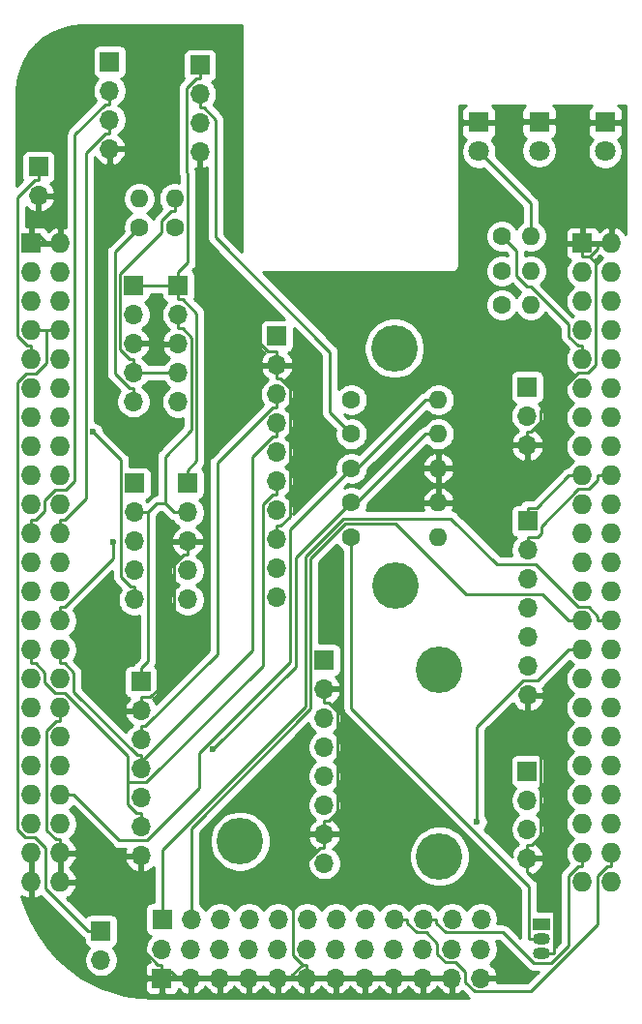
<source format=gtl>
G04 #@! TF.GenerationSoftware,KiCad,Pcbnew,(5.1.12)-1*
G04 #@! TF.CreationDate,2022-05-09T10:01:21-03:00*
G04 #@! TF.ProjectId,BBBMINI_PCB_V2,4242424d-494e-4495-9f50-43425f56322e,rev?*
G04 #@! TF.SameCoordinates,Original*
G04 #@! TF.FileFunction,Copper,L1,Top*
G04 #@! TF.FilePolarity,Positive*
%FSLAX46Y46*%
G04 Gerber Fmt 4.6, Leading zero omitted, Abs format (unit mm)*
G04 Created by KiCad (PCBNEW (5.1.12)-1) date 2022-05-09 10:01:21*
%MOMM*%
%LPD*%
G01*
G04 APERTURE LIST*
G04 #@! TA.AperFunction,ComponentPad*
%ADD10C,1.800000*%
G04 #@! TD*
G04 #@! TA.AperFunction,ComponentPad*
%ADD11R,1.800000X1.800000*%
G04 #@! TD*
G04 #@! TA.AperFunction,ComponentPad*
%ADD12O,1.600000X1.600000*%
G04 #@! TD*
G04 #@! TA.AperFunction,ComponentPad*
%ADD13C,1.600000*%
G04 #@! TD*
G04 #@! TA.AperFunction,ComponentPad*
%ADD14C,4.064000*%
G04 #@! TD*
G04 #@! TA.AperFunction,ComponentPad*
%ADD15O,1.700000X1.700000*%
G04 #@! TD*
G04 #@! TA.AperFunction,ComponentPad*
%ADD16R,1.700000X1.700000*%
G04 #@! TD*
G04 #@! TA.AperFunction,ComponentPad*
%ADD17R,1.500000X1.050000*%
G04 #@! TD*
G04 #@! TA.AperFunction,ComponentPad*
%ADD18O,1.500000X1.050000*%
G04 #@! TD*
G04 #@! TA.AperFunction,ComponentPad*
%ADD19R,1.727200X1.727200*%
G04 #@! TD*
G04 #@! TA.AperFunction,ComponentPad*
%ADD20O,1.727200X1.727200*%
G04 #@! TD*
G04 #@! TA.AperFunction,ViaPad*
%ADD21C,0.600000*%
G04 #@! TD*
G04 #@! TA.AperFunction,Conductor*
%ADD22C,0.250000*%
G04 #@! TD*
G04 #@! TA.AperFunction,Conductor*
%ADD23C,0.254000*%
G04 #@! TD*
G04 #@! TA.AperFunction,Conductor*
%ADD24C,0.100000*%
G04 #@! TD*
G04 APERTURE END LIST*
D10*
X166620000Y-54352400D03*
D11*
X166620000Y-51812400D03*
D10*
X160840000Y-54282400D03*
D11*
X160840000Y-51742400D03*
D10*
X155570000Y-54352400D03*
D11*
X155570000Y-51812400D03*
D12*
X160120000Y-67762400D03*
D13*
X157580000Y-67762400D03*
D12*
X160120000Y-64812400D03*
D13*
X157580000Y-64812400D03*
D12*
X160120000Y-61772400D03*
D13*
X157580000Y-61772400D03*
D14*
X134660000Y-114682000D03*
X152110000Y-116012000D03*
X152100000Y-99722400D03*
X148170000Y-71562400D03*
X148280000Y-92342400D03*
D15*
X123230000Y-54112400D03*
X123230000Y-51572400D03*
X123230000Y-49032400D03*
D16*
X123230000Y-46492400D03*
D15*
X159840000Y-101932400D03*
X159840000Y-99392400D03*
X159840000Y-96852400D03*
X159840000Y-94312400D03*
X159840000Y-91772400D03*
X159840000Y-89232400D03*
D16*
X159840000Y-86692400D03*
D12*
X125830000Y-58482400D03*
D13*
X125830000Y-61022400D03*
D12*
X128920000Y-58462400D03*
D13*
X128920000Y-61002400D03*
D15*
X122480000Y-125072000D03*
D16*
X122480000Y-122532000D03*
D17*
X161040000Y-121922000D03*
D18*
X161040000Y-124462000D03*
X161040000Y-123192000D03*
D12*
X152020000Y-88062400D03*
D13*
X144400000Y-88062400D03*
D15*
X159790000Y-80032400D03*
X159790000Y-77492400D03*
D16*
X159790000Y-74952400D03*
D12*
X152020000Y-85062400D03*
D13*
X144400000Y-85062400D03*
D12*
X152020000Y-82072400D03*
D13*
X144400000Y-82072400D03*
D12*
X152020000Y-79062400D03*
D13*
X144400000Y-79062400D03*
D12*
X152020000Y-76062400D03*
D13*
X144400000Y-76062400D03*
D15*
X159810000Y-116182000D03*
X159810000Y-113642000D03*
X159810000Y-111102000D03*
D16*
X159810000Y-108562000D03*
D15*
X142030000Y-116612400D03*
X142030000Y-114072400D03*
X142030000Y-111532400D03*
X142030000Y-108992400D03*
X142030000Y-106452400D03*
X142030000Y-103912400D03*
X142030000Y-101372400D03*
D16*
X142030000Y-98832400D03*
D15*
X131150000Y-54422400D03*
X131150000Y-51882400D03*
X131150000Y-49342400D03*
D16*
X131150000Y-46802400D03*
D15*
X137860000Y-93362400D03*
X137860000Y-90822400D03*
X137860000Y-88282400D03*
X137860000Y-85742400D03*
X137860000Y-83202400D03*
X137860000Y-80662400D03*
X137860000Y-78122400D03*
X137860000Y-75582400D03*
X137860000Y-73042400D03*
D16*
X137860000Y-70502400D03*
D15*
X125980000Y-115982000D03*
X125980000Y-113442000D03*
X125980000Y-110902000D03*
X125980000Y-108362000D03*
X125980000Y-105822000D03*
X125980000Y-103282000D03*
D16*
X125980000Y-100742000D03*
D15*
X130060000Y-93552400D03*
X130060000Y-91012400D03*
X130060000Y-88472400D03*
X130060000Y-85932400D03*
D16*
X130060000Y-83392400D03*
D15*
X125410000Y-93552400D03*
X125410000Y-91012400D03*
X125410000Y-88472400D03*
X125410000Y-85932400D03*
D16*
X125410000Y-83392400D03*
D15*
X129230000Y-76252400D03*
X129230000Y-73712400D03*
X129230000Y-71172400D03*
X129230000Y-68632400D03*
D16*
X129230000Y-66092400D03*
D15*
X125320000Y-76222400D03*
X125320000Y-73682400D03*
X125320000Y-71142400D03*
X125320000Y-68602400D03*
D16*
X125320000Y-66062400D03*
D15*
X117010000Y-58232400D03*
D16*
X117010000Y-55692400D03*
D15*
X155750000Y-124122000D03*
X155750000Y-126662000D03*
X153210000Y-124122000D03*
X153210000Y-126662000D03*
X150670000Y-124122000D03*
X150670000Y-126662000D03*
X148130000Y-124122000D03*
X148130000Y-126662000D03*
X145590000Y-124122000D03*
X145590000Y-126662000D03*
X143050000Y-124122000D03*
X143050000Y-126662000D03*
X140510000Y-124122000D03*
X140510000Y-126662000D03*
X137970000Y-124122000D03*
X137970000Y-126662000D03*
X135430000Y-124122000D03*
X135430000Y-126662000D03*
X132890000Y-124122000D03*
X132890000Y-126662000D03*
X130350000Y-124122000D03*
X130350000Y-126662000D03*
X127810000Y-124122000D03*
D16*
X127810000Y-126662000D03*
D15*
X155760000Y-121502000D03*
X153220000Y-121502000D03*
X150680000Y-121502000D03*
X148140000Y-121502000D03*
X145600000Y-121502000D03*
X143060000Y-121502000D03*
X140520000Y-121502000D03*
X137980000Y-121502000D03*
X135440000Y-121502000D03*
X132900000Y-121502000D03*
X130360000Y-121502000D03*
D16*
X127820000Y-121502000D03*
D19*
X164630000Y-62382400D03*
D20*
X167170000Y-62382400D03*
X164630000Y-64922400D03*
X167170000Y-64922400D03*
X164630000Y-67462400D03*
X167170000Y-67462400D03*
X164630000Y-70002400D03*
X167170000Y-70002400D03*
X164630000Y-72542400D03*
X167170000Y-72542400D03*
X164630000Y-75082400D03*
X167170000Y-75082400D03*
X164630000Y-77622400D03*
X167170000Y-77622400D03*
X164630000Y-80162400D03*
X167170000Y-80162400D03*
X164630000Y-82702400D03*
X167170000Y-82702400D03*
X164630000Y-85242400D03*
X167170000Y-85242400D03*
X164630000Y-87782400D03*
X167170000Y-87782400D03*
X164630000Y-90322400D03*
X167170000Y-90322400D03*
X164630000Y-92862400D03*
X167170000Y-92862400D03*
X164630000Y-95402400D03*
X167170000Y-95402400D03*
X164630000Y-97942400D03*
X167170000Y-97942400D03*
X164630000Y-100482400D03*
X167170000Y-100482400D03*
X164630000Y-103022400D03*
X167170000Y-103022400D03*
X164630000Y-105562400D03*
X167170000Y-105562400D03*
X164630000Y-108102400D03*
X167170000Y-108102400D03*
X164630000Y-110642400D03*
X167170000Y-110642400D03*
X164630000Y-113182400D03*
X167170000Y-113182400D03*
X164630000Y-115722400D03*
X167170000Y-115722400D03*
X164630000Y-118262400D03*
X167170000Y-118262400D03*
D19*
X116370000Y-62382400D03*
D20*
X118910000Y-62382400D03*
X116370000Y-64922400D03*
X118910000Y-64922400D03*
X116370000Y-67462400D03*
X118910000Y-67462400D03*
X116370000Y-70002400D03*
X118910000Y-70002400D03*
X116370000Y-72542400D03*
X118910000Y-72542400D03*
X116370000Y-75082400D03*
X118910000Y-75082400D03*
X116370000Y-77622400D03*
X118910000Y-77622400D03*
X116370000Y-80162400D03*
X118910000Y-80162400D03*
X116370000Y-82702400D03*
X118910000Y-82702400D03*
X116370000Y-85242400D03*
X118910000Y-85242400D03*
X116370000Y-87782400D03*
X118910000Y-87782400D03*
X116370000Y-90322400D03*
X118910000Y-90322400D03*
X116370000Y-92862400D03*
X118910000Y-92862400D03*
X116370000Y-95402400D03*
X118910000Y-95402400D03*
X116370000Y-97942400D03*
X118910000Y-97942400D03*
X116370000Y-100482400D03*
X118910000Y-100482400D03*
X116370000Y-103022400D03*
X118910000Y-103022400D03*
X116370000Y-105562400D03*
X118910000Y-105562400D03*
X116370000Y-108102400D03*
X118910000Y-108102400D03*
X116370000Y-110642400D03*
X118910000Y-110642400D03*
X116370000Y-113182400D03*
X118910000Y-113182400D03*
X116370000Y-115722400D03*
X118910000Y-115722400D03*
X116370000Y-118262400D03*
X118910000Y-118262400D03*
D21*
X155416300Y-112980500D03*
X121778000Y-78903400D03*
X123564600Y-88494300D03*
X132298100Y-106654200D03*
D22*
X128089700Y-85137400D02*
X128884700Y-85932400D01*
X126585300Y-85932400D02*
X127380300Y-85137400D01*
X127380300Y-85137400D02*
X128089700Y-85137400D01*
X129230000Y-69807700D02*
X129597300Y-69807700D01*
X129597300Y-69807700D02*
X130412700Y-70623100D01*
X130412700Y-70623100D02*
X130412700Y-78705700D01*
X130412700Y-78705700D02*
X128089700Y-81028700D01*
X128089700Y-81028700D02*
X128089700Y-85137400D01*
X130060000Y-85932400D02*
X128884700Y-85932400D01*
X129230000Y-68632400D02*
X129230000Y-69807700D01*
X126585300Y-85932400D02*
X126585300Y-98961400D01*
X126585300Y-98961400D02*
X125980000Y-99566700D01*
X125980000Y-100742000D02*
X125980000Y-99566700D01*
X125410000Y-85932400D02*
X126585300Y-85932400D01*
X130060000Y-83392400D02*
X130060000Y-82217100D01*
X129230000Y-66092400D02*
X128054700Y-66092400D01*
X125320000Y-66062400D02*
X128024700Y-66062400D01*
X128024700Y-66062400D02*
X128054700Y-66092400D01*
X129230000Y-66092400D02*
X129230000Y-64917100D01*
X131150000Y-46802400D02*
X131150000Y-47977700D01*
X131150000Y-47977700D02*
X130782700Y-47977700D01*
X130782700Y-47977700D02*
X129973800Y-48786600D01*
X129973800Y-48786600D02*
X129973800Y-56191200D01*
X129973800Y-56191200D02*
X130076500Y-56293900D01*
X130076500Y-56293900D02*
X130076500Y-64070600D01*
X130076500Y-64070600D02*
X129230000Y-64917100D01*
X130060000Y-82217100D02*
X130863100Y-81414000D01*
X130863100Y-81414000D02*
X130863100Y-68533500D01*
X130863100Y-68533500D02*
X129597300Y-67267700D01*
X129597300Y-67267700D02*
X129230000Y-67267700D01*
X129230000Y-66092400D02*
X129230000Y-67267700D01*
X117558900Y-70002400D02*
X117721100Y-70002400D01*
X117721100Y-70002400D02*
X117721100Y-72894600D01*
X117721100Y-72894600D02*
X116803300Y-73812400D01*
X116803300Y-73812400D02*
X115890700Y-73812400D01*
X115890700Y-73812400D02*
X115124800Y-74578300D01*
X115124800Y-74578300D02*
X115124800Y-113650300D01*
X115124800Y-113650300D02*
X115845900Y-114371400D01*
X115845900Y-114371400D02*
X116701400Y-114371400D01*
X116701400Y-114371400D02*
X117640000Y-115310000D01*
X117640000Y-115310000D02*
X117640000Y-118867300D01*
X117640000Y-118867300D02*
X121304700Y-122532000D01*
X118910000Y-70002400D02*
X117721100Y-70002400D01*
X116370000Y-70002400D02*
X117558900Y-70002400D01*
X122480000Y-122532000D02*
X121304700Y-122532000D01*
X117010000Y-55692400D02*
X117010000Y-56867700D01*
X116370000Y-72542400D02*
X116370000Y-71353500D01*
X116370000Y-71353500D02*
X115998500Y-71353500D01*
X115998500Y-71353500D02*
X115158200Y-70513200D01*
X115158200Y-70513200D02*
X115158200Y-58352200D01*
X115158200Y-58352200D02*
X116642700Y-56867700D01*
X116642700Y-56867700D02*
X117010000Y-56867700D01*
X140142700Y-125486700D02*
X139287600Y-124631600D01*
X139287600Y-124631600D02*
X139287600Y-117622800D01*
X139287600Y-117622800D02*
X141662700Y-115247700D01*
X141662700Y-115247700D02*
X142030000Y-115247700D01*
X140510000Y-125486700D02*
X140142700Y-125486700D01*
X139145300Y-126662000D02*
X139145300Y-126484100D01*
X139145300Y-126484100D02*
X140142700Y-125486700D01*
X137970000Y-126662000D02*
X139145300Y-126662000D01*
X165297600Y-63571300D02*
X165818900Y-64092600D01*
X165818900Y-64092600D02*
X165818900Y-73056800D01*
X165818900Y-73056800D02*
X165144300Y-73731400D01*
X165144300Y-73731400D02*
X164229100Y-73731400D01*
X164229100Y-73731400D02*
X160965300Y-76995200D01*
X160965300Y-76995200D02*
X160965300Y-78049200D01*
X160965300Y-78049200D02*
X160157400Y-78857100D01*
X160157400Y-78857100D02*
X159790000Y-78857100D01*
X164630000Y-63571300D02*
X165297600Y-63571300D01*
X165297600Y-63571300D02*
X165981100Y-62887800D01*
X165981100Y-62887800D02*
X165981100Y-62382400D01*
X167170000Y-62382400D02*
X165981100Y-62382400D01*
X142030000Y-114072400D02*
X142030000Y-112897100D01*
X142030000Y-101372400D02*
X142030000Y-102547700D01*
X142030000Y-102547700D02*
X142397300Y-102547700D01*
X142397300Y-102547700D02*
X143205300Y-103355700D01*
X143205300Y-103355700D02*
X143205300Y-112089200D01*
X143205300Y-112089200D02*
X142397400Y-112897100D01*
X142397400Y-112897100D02*
X142030000Y-112897100D01*
X142030000Y-114072400D02*
X142030000Y-115247700D01*
X140510000Y-126662000D02*
X140510000Y-125486700D01*
X130350000Y-126662000D02*
X129174700Y-126662000D01*
X127810000Y-126074300D02*
X128587000Y-126074300D01*
X128587000Y-126074300D02*
X129174700Y-126662000D01*
X127810000Y-126074300D02*
X127810000Y-125486700D01*
X127810000Y-126662000D02*
X127810000Y-126074300D01*
X118910000Y-62382400D02*
X117721100Y-62382400D01*
X116370000Y-61787900D02*
X117126600Y-61787900D01*
X117126600Y-61787900D02*
X117721100Y-62382400D01*
X116370000Y-61787900D02*
X116370000Y-61193500D01*
X116370000Y-62382400D02*
X116370000Y-61787900D01*
X116370000Y-118262400D02*
X116370000Y-115722400D01*
X164630000Y-62382400D02*
X164630000Y-63571300D01*
X159790000Y-80032400D02*
X159790000Y-78857100D01*
X159810000Y-116182000D02*
X159810000Y-117357300D01*
X130060000Y-88472400D02*
X130060000Y-89647700D01*
X125980000Y-103282000D02*
X125980000Y-102106700D01*
X125980000Y-102106700D02*
X126788100Y-102106700D01*
X126788100Y-102106700D02*
X128884700Y-100010100D01*
X128884700Y-100010100D02*
X128884700Y-90455600D01*
X128884700Y-90455600D02*
X129692600Y-89647700D01*
X129692600Y-89647700D02*
X130060000Y-89647700D01*
X137860000Y-73042400D02*
X137860000Y-71867100D01*
X131150000Y-54422400D02*
X131150000Y-65965100D01*
X131150000Y-65965100D02*
X137052000Y-71867100D01*
X137052000Y-71867100D02*
X137860000Y-71867100D01*
X127810000Y-125486700D02*
X127442700Y-125486700D01*
X127442700Y-125486700D02*
X125980000Y-124024000D01*
X125980000Y-124024000D02*
X125980000Y-115982000D01*
X159810000Y-116182000D02*
X159810000Y-115006700D01*
X159840000Y-101932400D02*
X159840000Y-103107700D01*
X159840000Y-103107700D02*
X160985300Y-104253000D01*
X160985300Y-104253000D02*
X160985300Y-114198800D01*
X160985300Y-114198800D02*
X160177400Y-115006700D01*
X160177400Y-115006700D02*
X159810000Y-115006700D01*
X161040000Y-124462000D02*
X162115300Y-124462000D01*
X162115300Y-124462000D02*
X162115300Y-119662600D01*
X162115300Y-119662600D02*
X159810000Y-117357300D01*
X152020000Y-82072400D02*
X152020000Y-85062400D01*
X137860000Y-74217700D02*
X138227300Y-74217700D01*
X138227300Y-74217700D02*
X139035300Y-75025700D01*
X139035300Y-75025700D02*
X139035300Y-86299200D01*
X139035300Y-86299200D02*
X138227400Y-87107100D01*
X138227400Y-87107100D02*
X137860000Y-87107100D01*
X137860000Y-88282400D02*
X137860000Y-87107100D01*
X137860000Y-73042400D02*
X137860000Y-74217700D01*
X118910000Y-115722400D02*
X118910000Y-114533500D01*
X118910000Y-103022400D02*
X118910000Y-104211300D01*
X118910000Y-104211300D02*
X118538500Y-104211300D01*
X118538500Y-104211300D02*
X117721100Y-105028700D01*
X117721100Y-105028700D02*
X117721100Y-113716200D01*
X117721100Y-113716200D02*
X118538400Y-114533500D01*
X118538400Y-114533500D02*
X118910000Y-114533500D01*
X116370000Y-61193500D02*
X117010000Y-60553500D01*
X117010000Y-60553500D02*
X117010000Y-58232400D01*
X150680000Y-121502000D02*
X151855300Y-121502000D01*
X164630000Y-115722400D02*
X164630000Y-116911300D01*
X164630000Y-116911300D02*
X164258400Y-116911300D01*
X164258400Y-116911300D02*
X163441100Y-117728600D01*
X163441100Y-117728600D02*
X163441100Y-123784800D01*
X163441100Y-123784800D02*
X161876400Y-125349500D01*
X161876400Y-125349500D02*
X160344500Y-125349500D01*
X160344500Y-125349500D02*
X157672300Y-122677300D01*
X157672300Y-122677300D02*
X152663200Y-122677300D01*
X152663200Y-122677300D02*
X151855300Y-121869400D01*
X151855300Y-121869400D02*
X151855300Y-121502000D01*
X164630000Y-97942400D02*
X163441100Y-97942400D01*
X163441100Y-97942400D02*
X160721100Y-100662400D01*
X160721100Y-100662400D02*
X159414900Y-100662400D01*
X159414900Y-100662400D02*
X155416300Y-104661000D01*
X155416300Y-104661000D02*
X155416300Y-112980500D01*
X130360000Y-121502000D02*
X130360000Y-113577000D01*
X130360000Y-113577000D02*
X140836700Y-103100300D01*
X140836700Y-103100300D02*
X140836700Y-89961500D01*
X140836700Y-89961500D02*
X143865900Y-86932300D01*
X143865900Y-86932300D02*
X148249900Y-86932300D01*
X148249900Y-86932300D02*
X154447800Y-93130200D01*
X154447800Y-93130200D02*
X161168900Y-93130200D01*
X161168900Y-93130200D02*
X163441100Y-95402400D01*
X164630000Y-95402400D02*
X163441100Y-95402400D01*
X127820000Y-121502000D02*
X127820000Y-115480100D01*
X127820000Y-115480100D02*
X140386400Y-102913700D01*
X140386400Y-102913700D02*
X140386400Y-89774900D01*
X140386400Y-89774900D02*
X143694000Y-86467300D01*
X143694000Y-86467300D02*
X153114100Y-86467300D01*
X153114100Y-86467300D02*
X157149200Y-90502400D01*
X157149200Y-90502400D02*
X160550000Y-90502400D01*
X160550000Y-90502400D02*
X164261100Y-94213500D01*
X164261100Y-94213500D02*
X165163800Y-94213500D01*
X165163800Y-94213500D02*
X165981100Y-95030800D01*
X165981100Y-95030800D02*
X165981100Y-95402400D01*
X167170000Y-95402400D02*
X165981100Y-95402400D01*
X148140000Y-121502000D02*
X149315300Y-121502000D01*
X167170000Y-115722400D02*
X167170000Y-116911300D01*
X167170000Y-116911300D02*
X166798400Y-116911300D01*
X166798400Y-116911300D02*
X165981100Y-117728600D01*
X165981100Y-117728600D02*
X165981100Y-121955200D01*
X165981100Y-121955200D02*
X160098900Y-127837400D01*
X160098900Y-127837400D02*
X155179400Y-127837400D01*
X155179400Y-127837400D02*
X154385400Y-127043400D01*
X154385400Y-127043400D02*
X154385400Y-126136400D01*
X154385400Y-126136400D02*
X153546400Y-125297400D01*
X153546400Y-125297400D02*
X152684400Y-125297400D01*
X152684400Y-125297400D02*
X151940000Y-124553000D01*
X151940000Y-124553000D02*
X151940000Y-123664200D01*
X151940000Y-123664200D02*
X150953100Y-122677300D01*
X150953100Y-122677300D02*
X150123200Y-122677300D01*
X150123200Y-122677300D02*
X149315300Y-121869400D01*
X149315300Y-121869400D02*
X149315300Y-121502000D01*
X125320000Y-76222400D02*
X125320000Y-75047100D01*
X125320000Y-75047100D02*
X124952700Y-75047100D01*
X124952700Y-75047100D02*
X123693300Y-73787700D01*
X123693300Y-73787700D02*
X123693300Y-63159100D01*
X123693300Y-63159100D02*
X125830000Y-61022400D01*
X128920000Y-58462400D02*
X128920000Y-59587700D01*
X125320000Y-73682400D02*
X125320000Y-72507100D01*
X125320000Y-72507100D02*
X124952700Y-72507100D01*
X124952700Y-72507100D02*
X124144600Y-71699000D01*
X124144600Y-71699000D02*
X124144600Y-65067700D01*
X124144600Y-65067700D02*
X127794700Y-61417600D01*
X127794700Y-61417600D02*
X127794700Y-60431600D01*
X127794700Y-60431600D02*
X128638600Y-59587700D01*
X128638600Y-59587700D02*
X128920000Y-59587700D01*
X128054700Y-73712400D02*
X128024700Y-73682400D01*
X128024700Y-73682400D02*
X125320000Y-73682400D01*
X129230000Y-73712400D02*
X128054700Y-73712400D01*
X125410000Y-93552400D02*
X125410000Y-92377100D01*
X121778000Y-78903400D02*
X124234700Y-81360100D01*
X124234700Y-81360100D02*
X124234700Y-91569200D01*
X124234700Y-91569200D02*
X125042600Y-92377100D01*
X125042600Y-92377100D02*
X125410000Y-92377100D01*
X118910000Y-95402400D02*
X118910000Y-94213500D01*
X118910000Y-94213500D02*
X119281500Y-94213500D01*
X119281500Y-94213500D02*
X123564600Y-89930400D01*
X123564600Y-89930400D02*
X123564600Y-88494300D01*
X124804700Y-109557000D02*
X124804700Y-111458800D01*
X124804700Y-111458800D02*
X125612600Y-112266700D01*
X125612600Y-112266700D02*
X125980000Y-112266700D01*
X116370000Y-99131300D02*
X116741600Y-99131300D01*
X116741600Y-99131300D02*
X117558900Y-99948600D01*
X117558900Y-99948600D02*
X117558900Y-100834600D01*
X117558900Y-100834600D02*
X118476700Y-101752400D01*
X118476700Y-101752400D02*
X119326300Y-101752400D01*
X119326300Y-101752400D02*
X124804700Y-107230800D01*
X124804700Y-107230800D02*
X124804700Y-109557000D01*
X124804700Y-109557000D02*
X126460700Y-109557000D01*
X126460700Y-109557000D02*
X136684700Y-99333000D01*
X136684700Y-99333000D02*
X136684700Y-85185600D01*
X136684700Y-85185600D02*
X137492600Y-84377700D01*
X137492600Y-84377700D02*
X137860000Y-84377700D01*
X137860000Y-83202400D02*
X137860000Y-84377700D01*
X125980000Y-113442000D02*
X125980000Y-112266700D01*
X116370000Y-97942400D02*
X116370000Y-99131300D01*
X137860000Y-79297700D02*
X137492700Y-79297700D01*
X137492700Y-79297700D02*
X135711200Y-81079200D01*
X135711200Y-81079200D02*
X135711200Y-98043100D01*
X135711200Y-98043100D02*
X125980000Y-107774300D01*
X137860000Y-78122400D02*
X137860000Y-79297700D01*
X125980000Y-107774300D02*
X125980000Y-107186700D01*
X125980000Y-108362000D02*
X125980000Y-107774300D01*
X118910000Y-97942400D02*
X118910000Y-99131300D01*
X118910000Y-99131300D02*
X119281600Y-99131300D01*
X119281600Y-99131300D02*
X120098900Y-99948600D01*
X120098900Y-99948600D02*
X120098900Y-101604900D01*
X120098900Y-101604900D02*
X125680700Y-107186700D01*
X125680700Y-107186700D02*
X125980000Y-107186700D01*
X125980000Y-104646700D02*
X126347300Y-104646700D01*
X126347300Y-104646700D02*
X132649200Y-98344800D01*
X132649200Y-98344800D02*
X132649200Y-81601200D01*
X132649200Y-81601200D02*
X137492700Y-76757700D01*
X137492700Y-76757700D02*
X137860000Y-76757700D01*
X125980000Y-105822000D02*
X125980000Y-104646700D01*
X137860000Y-75582400D02*
X137860000Y-76757700D01*
X132298100Y-106654200D02*
X139551600Y-99400700D01*
X139551600Y-99400700D02*
X139551600Y-89910800D01*
X139551600Y-89910800D02*
X144400000Y-85062400D01*
X150894700Y-79062400D02*
X144894700Y-85062400D01*
X144894700Y-85062400D02*
X144400000Y-85062400D01*
X152020000Y-79062400D02*
X150894700Y-79062400D01*
X144400000Y-82072400D02*
X139035400Y-87437000D01*
X139035400Y-87437000D02*
X139035400Y-99032600D01*
X139035400Y-99032600D02*
X131091100Y-106976900D01*
X131091100Y-106976900D02*
X131091100Y-109996600D01*
X131091100Y-109996600D02*
X126465600Y-114622100D01*
X126465600Y-114622100D02*
X124078600Y-114622100D01*
X124078600Y-114622100D02*
X120098900Y-110642400D01*
X118910000Y-110642400D02*
X120098900Y-110642400D01*
X150894700Y-76062400D02*
X144884700Y-82072400D01*
X144884700Y-82072400D02*
X144400000Y-82072400D01*
X152020000Y-76062400D02*
X150894700Y-76062400D01*
X144400000Y-79062400D02*
X142525400Y-77187800D01*
X142525400Y-77187800D02*
X142525400Y-71902000D01*
X142525400Y-71902000D02*
X132511900Y-61888500D01*
X132511900Y-61888500D02*
X132511900Y-51568000D01*
X132511900Y-51568000D02*
X131461600Y-50517700D01*
X131461600Y-50517700D02*
X131150000Y-50517700D01*
X131150000Y-49342400D02*
X131150000Y-50517700D01*
X144400000Y-88062400D02*
X144400000Y-103061400D01*
X144400000Y-103061400D02*
X159964700Y-118626100D01*
X159964700Y-118626100D02*
X159964700Y-123192000D01*
X161040000Y-123192000D02*
X159964700Y-123192000D01*
X123230000Y-49032400D02*
X123230000Y-50207700D01*
X116370000Y-87782400D02*
X116370000Y-86593500D01*
X116370000Y-86593500D02*
X116741600Y-86593500D01*
X116741600Y-86593500D02*
X117558900Y-85776200D01*
X117558900Y-85776200D02*
X117558900Y-84890200D01*
X117558900Y-84890200D02*
X118476700Y-83972400D01*
X118476700Y-83972400D02*
X119389300Y-83972400D01*
X119389300Y-83972400D02*
X120186800Y-83174900D01*
X120186800Y-83174900D02*
X120186800Y-52883600D01*
X120186800Y-52883600D02*
X122862700Y-50207700D01*
X122862700Y-50207700D02*
X123230000Y-50207700D01*
X118910000Y-86593500D02*
X119281500Y-86593500D01*
X119281500Y-86593500D02*
X121152700Y-84722300D01*
X121152700Y-84722300D02*
X121152700Y-54457700D01*
X121152700Y-54457700D02*
X122862700Y-52747700D01*
X122862700Y-52747700D02*
X123230000Y-52747700D01*
X123230000Y-51572400D02*
X123230000Y-52747700D01*
X118910000Y-87782400D02*
X118910000Y-86593500D01*
X164630000Y-72542400D02*
X164630000Y-71353500D01*
X164630000Y-71353500D02*
X164258400Y-71353500D01*
X164258400Y-71353500D02*
X163441100Y-70536200D01*
X163441100Y-70536200D02*
X163441100Y-69486300D01*
X163441100Y-69486300D02*
X160097600Y-66142800D01*
X160097600Y-66142800D02*
X159785600Y-66142800D01*
X159785600Y-66142800D02*
X158850000Y-65207200D01*
X158850000Y-65207200D02*
X158850000Y-63042400D01*
X158850000Y-63042400D02*
X157580000Y-61772400D01*
X159840000Y-86692400D02*
X159840000Y-85517100D01*
X164630000Y-82702400D02*
X163441100Y-82702400D01*
X163441100Y-82702400D02*
X160626400Y-85517100D01*
X160626400Y-85517100D02*
X159840000Y-85517100D01*
X159840000Y-89232400D02*
X159840000Y-88057100D01*
X167170000Y-82702400D02*
X165981100Y-82702400D01*
X165981100Y-82702400D02*
X165981100Y-83074000D01*
X165981100Y-83074000D02*
X165163800Y-83891300D01*
X165163800Y-83891300D02*
X164290000Y-83891300D01*
X164290000Y-83891300D02*
X161015300Y-87166000D01*
X161015300Y-87166000D02*
X161015300Y-87723000D01*
X161015300Y-87723000D02*
X160681200Y-88057100D01*
X160681200Y-88057100D02*
X159840000Y-88057100D01*
X160120000Y-61772400D02*
X160120000Y-58902400D01*
X160120000Y-58902400D02*
X155570000Y-54352400D01*
D23*
X123514801Y-115133103D02*
X123538599Y-115162101D01*
X123654324Y-115257074D01*
X123786353Y-115327646D01*
X123929614Y-115371103D01*
X124041267Y-115382100D01*
X124041275Y-115382100D01*
X124078600Y-115385776D01*
X124115925Y-115382100D01*
X124628806Y-115382100D01*
X124583175Y-115477901D01*
X124538524Y-115625110D01*
X124659845Y-115855000D01*
X125853000Y-115855000D01*
X125853000Y-115835000D01*
X126107000Y-115835000D01*
X126107000Y-115855000D01*
X126127000Y-115855000D01*
X126127000Y-116109000D01*
X126107000Y-116109000D01*
X126107000Y-117302814D01*
X126336891Y-117423481D01*
X126611252Y-117326157D01*
X126861355Y-117177178D01*
X127060001Y-116998122D01*
X127060000Y-120013928D01*
X126970000Y-120013928D01*
X126845518Y-120026188D01*
X126725820Y-120062498D01*
X126615506Y-120121463D01*
X126518815Y-120200815D01*
X126439463Y-120297506D01*
X126380498Y-120407820D01*
X126344188Y-120527518D01*
X126331928Y-120652000D01*
X126331928Y-122352000D01*
X126344188Y-122476482D01*
X126380498Y-122596180D01*
X126439463Y-122706494D01*
X126518815Y-122803185D01*
X126615506Y-122882537D01*
X126725820Y-122941502D01*
X126845518Y-122977812D01*
X126853313Y-122978580D01*
X126656525Y-123175368D01*
X126494010Y-123418589D01*
X126382068Y-123688842D01*
X126325000Y-123975740D01*
X126325000Y-124268260D01*
X126382068Y-124555158D01*
X126494010Y-124825411D01*
X126656525Y-125068632D01*
X126788380Y-125200487D01*
X126715820Y-125222498D01*
X126605506Y-125281463D01*
X126508815Y-125360815D01*
X126429463Y-125457506D01*
X126370498Y-125567820D01*
X126334188Y-125687518D01*
X126321928Y-125812000D01*
X126325000Y-126376250D01*
X126483750Y-126535000D01*
X127683000Y-126535000D01*
X127683000Y-126515000D01*
X127937000Y-126515000D01*
X127937000Y-126535000D01*
X130223000Y-126535000D01*
X130223000Y-126515000D01*
X130477000Y-126515000D01*
X130477000Y-126535000D01*
X132763000Y-126535000D01*
X132763000Y-126515000D01*
X133017000Y-126515000D01*
X133017000Y-126535000D01*
X135303000Y-126535000D01*
X135303000Y-126515000D01*
X135557000Y-126515000D01*
X135557000Y-126535000D01*
X137843000Y-126535000D01*
X137843000Y-126515000D01*
X138097000Y-126515000D01*
X138097000Y-126535000D01*
X140383000Y-126535000D01*
X140383000Y-126515000D01*
X140637000Y-126515000D01*
X140637000Y-126535000D01*
X142923000Y-126535000D01*
X142923000Y-126515000D01*
X143177000Y-126515000D01*
X143177000Y-126535000D01*
X145463000Y-126535000D01*
X145463000Y-126515000D01*
X145717000Y-126515000D01*
X145717000Y-126535000D01*
X148003000Y-126535000D01*
X148003000Y-126515000D01*
X148257000Y-126515000D01*
X148257000Y-126535000D01*
X150543000Y-126535000D01*
X150543000Y-126515000D01*
X150797000Y-126515000D01*
X150797000Y-126535000D01*
X153083000Y-126535000D01*
X153083000Y-126515000D01*
X153337000Y-126515000D01*
X153337000Y-126535000D01*
X153357000Y-126535000D01*
X153357000Y-126789000D01*
X153337000Y-126789000D01*
X153337000Y-127982155D01*
X153566890Y-128103476D01*
X153714099Y-128058825D01*
X153976920Y-127933641D01*
X154105175Y-127837977D01*
X154615601Y-128348402D01*
X154639399Y-128377401D01*
X154668397Y-128401199D01*
X154692683Y-128421130D01*
X127182875Y-128421130D01*
X125820482Y-128344961D01*
X124492617Y-128120369D01*
X123198070Y-127749164D01*
X122622669Y-127512000D01*
X126321928Y-127512000D01*
X126334188Y-127636482D01*
X126370498Y-127756180D01*
X126429463Y-127866494D01*
X126508815Y-127963185D01*
X126605506Y-128042537D01*
X126715820Y-128101502D01*
X126835518Y-128137812D01*
X126960000Y-128150072D01*
X127524250Y-128147000D01*
X127683000Y-127988250D01*
X127683000Y-126789000D01*
X127937000Y-126789000D01*
X127937000Y-127988250D01*
X128095750Y-128147000D01*
X128660000Y-128150072D01*
X128784482Y-128137812D01*
X128904180Y-128101502D01*
X129014494Y-128042537D01*
X129111185Y-127963185D01*
X129190537Y-127866494D01*
X129249502Y-127756180D01*
X129273966Y-127675534D01*
X129349731Y-127759588D01*
X129583080Y-127933641D01*
X129845901Y-128058825D01*
X129993110Y-128103476D01*
X130223000Y-127982155D01*
X130223000Y-126789000D01*
X130477000Y-126789000D01*
X130477000Y-127982155D01*
X130706890Y-128103476D01*
X130854099Y-128058825D01*
X131116920Y-127933641D01*
X131350269Y-127759588D01*
X131545178Y-127543355D01*
X131620000Y-127417745D01*
X131694822Y-127543355D01*
X131889731Y-127759588D01*
X132123080Y-127933641D01*
X132385901Y-128058825D01*
X132533110Y-128103476D01*
X132763000Y-127982155D01*
X132763000Y-126789000D01*
X133017000Y-126789000D01*
X133017000Y-127982155D01*
X133246890Y-128103476D01*
X133394099Y-128058825D01*
X133656920Y-127933641D01*
X133890269Y-127759588D01*
X134085178Y-127543355D01*
X134160000Y-127417745D01*
X134234822Y-127543355D01*
X134429731Y-127759588D01*
X134663080Y-127933641D01*
X134925901Y-128058825D01*
X135073110Y-128103476D01*
X135303000Y-127982155D01*
X135303000Y-126789000D01*
X135557000Y-126789000D01*
X135557000Y-127982155D01*
X135786890Y-128103476D01*
X135934099Y-128058825D01*
X136196920Y-127933641D01*
X136430269Y-127759588D01*
X136625178Y-127543355D01*
X136700000Y-127417745D01*
X136774822Y-127543355D01*
X136969731Y-127759588D01*
X137203080Y-127933641D01*
X137465901Y-128058825D01*
X137613110Y-128103476D01*
X137843000Y-127982155D01*
X137843000Y-126789000D01*
X138097000Y-126789000D01*
X138097000Y-127982155D01*
X138326890Y-128103476D01*
X138474099Y-128058825D01*
X138736920Y-127933641D01*
X138970269Y-127759588D01*
X139165178Y-127543355D01*
X139240000Y-127417745D01*
X139314822Y-127543355D01*
X139509731Y-127759588D01*
X139743080Y-127933641D01*
X140005901Y-128058825D01*
X140153110Y-128103476D01*
X140383000Y-127982155D01*
X140383000Y-126789000D01*
X140637000Y-126789000D01*
X140637000Y-127982155D01*
X140866890Y-128103476D01*
X141014099Y-128058825D01*
X141276920Y-127933641D01*
X141510269Y-127759588D01*
X141705178Y-127543355D01*
X141780000Y-127417745D01*
X141854822Y-127543355D01*
X142049731Y-127759588D01*
X142283080Y-127933641D01*
X142545901Y-128058825D01*
X142693110Y-128103476D01*
X142923000Y-127982155D01*
X142923000Y-126789000D01*
X143177000Y-126789000D01*
X143177000Y-127982155D01*
X143406890Y-128103476D01*
X143554099Y-128058825D01*
X143816920Y-127933641D01*
X144050269Y-127759588D01*
X144245178Y-127543355D01*
X144320000Y-127417745D01*
X144394822Y-127543355D01*
X144589731Y-127759588D01*
X144823080Y-127933641D01*
X145085901Y-128058825D01*
X145233110Y-128103476D01*
X145463000Y-127982155D01*
X145463000Y-126789000D01*
X145717000Y-126789000D01*
X145717000Y-127982155D01*
X145946890Y-128103476D01*
X146094099Y-128058825D01*
X146356920Y-127933641D01*
X146590269Y-127759588D01*
X146785178Y-127543355D01*
X146860000Y-127417745D01*
X146934822Y-127543355D01*
X147129731Y-127759588D01*
X147363080Y-127933641D01*
X147625901Y-128058825D01*
X147773110Y-128103476D01*
X148003000Y-127982155D01*
X148003000Y-126789000D01*
X148257000Y-126789000D01*
X148257000Y-127982155D01*
X148486890Y-128103476D01*
X148634099Y-128058825D01*
X148896920Y-127933641D01*
X149130269Y-127759588D01*
X149325178Y-127543355D01*
X149400000Y-127417745D01*
X149474822Y-127543355D01*
X149669731Y-127759588D01*
X149903080Y-127933641D01*
X150165901Y-128058825D01*
X150313110Y-128103476D01*
X150543000Y-127982155D01*
X150543000Y-126789000D01*
X150797000Y-126789000D01*
X150797000Y-127982155D01*
X151026890Y-128103476D01*
X151174099Y-128058825D01*
X151436920Y-127933641D01*
X151670269Y-127759588D01*
X151865178Y-127543355D01*
X151940000Y-127417745D01*
X152014822Y-127543355D01*
X152209731Y-127759588D01*
X152443080Y-127933641D01*
X152705901Y-128058825D01*
X152853110Y-128103476D01*
X153083000Y-127982155D01*
X153083000Y-126789000D01*
X150797000Y-126789000D01*
X150543000Y-126789000D01*
X148257000Y-126789000D01*
X148003000Y-126789000D01*
X145717000Y-126789000D01*
X145463000Y-126789000D01*
X143177000Y-126789000D01*
X142923000Y-126789000D01*
X140637000Y-126789000D01*
X140383000Y-126789000D01*
X138097000Y-126789000D01*
X137843000Y-126789000D01*
X135557000Y-126789000D01*
X135303000Y-126789000D01*
X133017000Y-126789000D01*
X132763000Y-126789000D01*
X130477000Y-126789000D01*
X130223000Y-126789000D01*
X127937000Y-126789000D01*
X127683000Y-126789000D01*
X126483750Y-126789000D01*
X126325000Y-126947750D01*
X126321928Y-127512000D01*
X122622669Y-127512000D01*
X121952963Y-127235967D01*
X120772826Y-126587182D01*
X119672356Y-125810886D01*
X118665281Y-124916762D01*
X117764149Y-123915953D01*
X116980196Y-122820939D01*
X116323187Y-121645361D01*
X115801309Y-120403863D01*
X115535713Y-119501446D01*
X115734022Y-119619364D01*
X116010973Y-119717363D01*
X116243000Y-119596864D01*
X116243000Y-118389400D01*
X116223000Y-118389400D01*
X116223000Y-118135400D01*
X116243000Y-118135400D01*
X116243000Y-115849400D01*
X116223000Y-115849400D01*
X116223000Y-115595400D01*
X116243000Y-115595400D01*
X116243000Y-115575400D01*
X116497000Y-115575400D01*
X116497000Y-115595400D01*
X116517000Y-115595400D01*
X116517000Y-115849400D01*
X116497000Y-115849400D01*
X116497000Y-118135400D01*
X116517000Y-118135400D01*
X116517000Y-118389400D01*
X116497000Y-118389400D01*
X116497000Y-119596864D01*
X116729027Y-119717363D01*
X117005978Y-119619364D01*
X117201188Y-119503289D01*
X120740905Y-123043008D01*
X120764699Y-123072001D01*
X120793692Y-123095795D01*
X120793696Y-123095799D01*
X120826170Y-123122449D01*
X120880424Y-123166974D01*
X120991928Y-123226575D01*
X120991928Y-123382000D01*
X121004188Y-123506482D01*
X121040498Y-123626180D01*
X121099463Y-123736494D01*
X121178815Y-123833185D01*
X121275506Y-123912537D01*
X121385820Y-123971502D01*
X121458380Y-123993513D01*
X121326525Y-124125368D01*
X121164010Y-124368589D01*
X121052068Y-124638842D01*
X120995000Y-124925740D01*
X120995000Y-125218260D01*
X121052068Y-125505158D01*
X121164010Y-125775411D01*
X121326525Y-126018632D01*
X121533368Y-126225475D01*
X121776589Y-126387990D01*
X122046842Y-126499932D01*
X122333740Y-126557000D01*
X122626260Y-126557000D01*
X122913158Y-126499932D01*
X123183411Y-126387990D01*
X123426632Y-126225475D01*
X123633475Y-126018632D01*
X123795990Y-125775411D01*
X123907932Y-125505158D01*
X123965000Y-125218260D01*
X123965000Y-124925740D01*
X123907932Y-124638842D01*
X123795990Y-124368589D01*
X123633475Y-124125368D01*
X123501620Y-123993513D01*
X123574180Y-123971502D01*
X123684494Y-123912537D01*
X123781185Y-123833185D01*
X123860537Y-123736494D01*
X123919502Y-123626180D01*
X123955812Y-123506482D01*
X123968072Y-123382000D01*
X123968072Y-121682000D01*
X123955812Y-121557518D01*
X123919502Y-121437820D01*
X123860537Y-121327506D01*
X123781185Y-121230815D01*
X123684494Y-121151463D01*
X123574180Y-121092498D01*
X123454482Y-121056188D01*
X123330000Y-121043928D01*
X121630000Y-121043928D01*
X121505518Y-121056188D01*
X121385820Y-121092498D01*
X121275506Y-121151463D01*
X121178815Y-121230815D01*
X121133515Y-121286013D01*
X119487543Y-119640041D01*
X119545978Y-119619364D01*
X119798488Y-119469217D01*
X120016854Y-119272693D01*
X120192684Y-119037344D01*
X120319222Y-118772214D01*
X120364958Y-118621426D01*
X120243817Y-118389400D01*
X119037000Y-118389400D01*
X119037000Y-118409400D01*
X118783000Y-118409400D01*
X118783000Y-118389400D01*
X118763000Y-118389400D01*
X118763000Y-118135400D01*
X118783000Y-118135400D01*
X118783000Y-115849400D01*
X119037000Y-115849400D01*
X119037000Y-118135400D01*
X120243817Y-118135400D01*
X120364958Y-117903374D01*
X120319222Y-117752586D01*
X120192684Y-117487456D01*
X120016854Y-117252107D01*
X119798488Y-117055583D01*
X119692230Y-116992400D01*
X119798488Y-116929217D01*
X120016854Y-116732693D01*
X120192684Y-116497344D01*
X120268308Y-116338890D01*
X124538524Y-116338890D01*
X124583175Y-116486099D01*
X124708359Y-116748920D01*
X124882412Y-116982269D01*
X125098645Y-117177178D01*
X125348748Y-117326157D01*
X125623109Y-117423481D01*
X125853000Y-117302814D01*
X125853000Y-116109000D01*
X124659845Y-116109000D01*
X124538524Y-116338890D01*
X120268308Y-116338890D01*
X120319222Y-116232214D01*
X120364958Y-116081426D01*
X120243817Y-115849400D01*
X119037000Y-115849400D01*
X118783000Y-115849400D01*
X118763000Y-115849400D01*
X118763000Y-115595400D01*
X118783000Y-115595400D01*
X118783000Y-115575400D01*
X119037000Y-115575400D01*
X119037000Y-115595400D01*
X120243817Y-115595400D01*
X120364958Y-115363374D01*
X120319222Y-115212586D01*
X120192684Y-114947456D01*
X120016854Y-114712107D01*
X119798488Y-114515583D01*
X119699897Y-114456959D01*
X119865302Y-114346439D01*
X120074039Y-114137702D01*
X120238042Y-113892253D01*
X120351010Y-113619525D01*
X120408600Y-113329999D01*
X120408600Y-113034801D01*
X120351010Y-112745275D01*
X120238042Y-112472547D01*
X120074039Y-112227098D01*
X119865302Y-112018361D01*
X119706719Y-111912400D01*
X119865302Y-111806439D01*
X120026720Y-111645021D01*
X123514801Y-115133103D01*
G04 #@! TA.AperFunction,Conductor*
D24*
G36*
X123514801Y-115133103D02*
G01*
X123538599Y-115162101D01*
X123654324Y-115257074D01*
X123786353Y-115327646D01*
X123929614Y-115371103D01*
X124041267Y-115382100D01*
X124041275Y-115382100D01*
X124078600Y-115385776D01*
X124115925Y-115382100D01*
X124628806Y-115382100D01*
X124583175Y-115477901D01*
X124538524Y-115625110D01*
X124659845Y-115855000D01*
X125853000Y-115855000D01*
X125853000Y-115835000D01*
X126107000Y-115835000D01*
X126107000Y-115855000D01*
X126127000Y-115855000D01*
X126127000Y-116109000D01*
X126107000Y-116109000D01*
X126107000Y-117302814D01*
X126336891Y-117423481D01*
X126611252Y-117326157D01*
X126861355Y-117177178D01*
X127060001Y-116998122D01*
X127060000Y-120013928D01*
X126970000Y-120013928D01*
X126845518Y-120026188D01*
X126725820Y-120062498D01*
X126615506Y-120121463D01*
X126518815Y-120200815D01*
X126439463Y-120297506D01*
X126380498Y-120407820D01*
X126344188Y-120527518D01*
X126331928Y-120652000D01*
X126331928Y-122352000D01*
X126344188Y-122476482D01*
X126380498Y-122596180D01*
X126439463Y-122706494D01*
X126518815Y-122803185D01*
X126615506Y-122882537D01*
X126725820Y-122941502D01*
X126845518Y-122977812D01*
X126853313Y-122978580D01*
X126656525Y-123175368D01*
X126494010Y-123418589D01*
X126382068Y-123688842D01*
X126325000Y-123975740D01*
X126325000Y-124268260D01*
X126382068Y-124555158D01*
X126494010Y-124825411D01*
X126656525Y-125068632D01*
X126788380Y-125200487D01*
X126715820Y-125222498D01*
X126605506Y-125281463D01*
X126508815Y-125360815D01*
X126429463Y-125457506D01*
X126370498Y-125567820D01*
X126334188Y-125687518D01*
X126321928Y-125812000D01*
X126325000Y-126376250D01*
X126483750Y-126535000D01*
X127683000Y-126535000D01*
X127683000Y-126515000D01*
X127937000Y-126515000D01*
X127937000Y-126535000D01*
X130223000Y-126535000D01*
X130223000Y-126515000D01*
X130477000Y-126515000D01*
X130477000Y-126535000D01*
X132763000Y-126535000D01*
X132763000Y-126515000D01*
X133017000Y-126515000D01*
X133017000Y-126535000D01*
X135303000Y-126535000D01*
X135303000Y-126515000D01*
X135557000Y-126515000D01*
X135557000Y-126535000D01*
X137843000Y-126535000D01*
X137843000Y-126515000D01*
X138097000Y-126515000D01*
X138097000Y-126535000D01*
X140383000Y-126535000D01*
X140383000Y-126515000D01*
X140637000Y-126515000D01*
X140637000Y-126535000D01*
X142923000Y-126535000D01*
X142923000Y-126515000D01*
X143177000Y-126515000D01*
X143177000Y-126535000D01*
X145463000Y-126535000D01*
X145463000Y-126515000D01*
X145717000Y-126515000D01*
X145717000Y-126535000D01*
X148003000Y-126535000D01*
X148003000Y-126515000D01*
X148257000Y-126515000D01*
X148257000Y-126535000D01*
X150543000Y-126535000D01*
X150543000Y-126515000D01*
X150797000Y-126515000D01*
X150797000Y-126535000D01*
X153083000Y-126535000D01*
X153083000Y-126515000D01*
X153337000Y-126515000D01*
X153337000Y-126535000D01*
X153357000Y-126535000D01*
X153357000Y-126789000D01*
X153337000Y-126789000D01*
X153337000Y-127982155D01*
X153566890Y-128103476D01*
X153714099Y-128058825D01*
X153976920Y-127933641D01*
X154105175Y-127837977D01*
X154615601Y-128348402D01*
X154639399Y-128377401D01*
X154668397Y-128401199D01*
X154692683Y-128421130D01*
X127182875Y-128421130D01*
X125820482Y-128344961D01*
X124492617Y-128120369D01*
X123198070Y-127749164D01*
X122622669Y-127512000D01*
X126321928Y-127512000D01*
X126334188Y-127636482D01*
X126370498Y-127756180D01*
X126429463Y-127866494D01*
X126508815Y-127963185D01*
X126605506Y-128042537D01*
X126715820Y-128101502D01*
X126835518Y-128137812D01*
X126960000Y-128150072D01*
X127524250Y-128147000D01*
X127683000Y-127988250D01*
X127683000Y-126789000D01*
X127937000Y-126789000D01*
X127937000Y-127988250D01*
X128095750Y-128147000D01*
X128660000Y-128150072D01*
X128784482Y-128137812D01*
X128904180Y-128101502D01*
X129014494Y-128042537D01*
X129111185Y-127963185D01*
X129190537Y-127866494D01*
X129249502Y-127756180D01*
X129273966Y-127675534D01*
X129349731Y-127759588D01*
X129583080Y-127933641D01*
X129845901Y-128058825D01*
X129993110Y-128103476D01*
X130223000Y-127982155D01*
X130223000Y-126789000D01*
X130477000Y-126789000D01*
X130477000Y-127982155D01*
X130706890Y-128103476D01*
X130854099Y-128058825D01*
X131116920Y-127933641D01*
X131350269Y-127759588D01*
X131545178Y-127543355D01*
X131620000Y-127417745D01*
X131694822Y-127543355D01*
X131889731Y-127759588D01*
X132123080Y-127933641D01*
X132385901Y-128058825D01*
X132533110Y-128103476D01*
X132763000Y-127982155D01*
X132763000Y-126789000D01*
X133017000Y-126789000D01*
X133017000Y-127982155D01*
X133246890Y-128103476D01*
X133394099Y-128058825D01*
X133656920Y-127933641D01*
X133890269Y-127759588D01*
X134085178Y-127543355D01*
X134160000Y-127417745D01*
X134234822Y-127543355D01*
X134429731Y-127759588D01*
X134663080Y-127933641D01*
X134925901Y-128058825D01*
X135073110Y-128103476D01*
X135303000Y-127982155D01*
X135303000Y-126789000D01*
X135557000Y-126789000D01*
X135557000Y-127982155D01*
X135786890Y-128103476D01*
X135934099Y-128058825D01*
X136196920Y-127933641D01*
X136430269Y-127759588D01*
X136625178Y-127543355D01*
X136700000Y-127417745D01*
X136774822Y-127543355D01*
X136969731Y-127759588D01*
X137203080Y-127933641D01*
X137465901Y-128058825D01*
X137613110Y-128103476D01*
X137843000Y-127982155D01*
X137843000Y-126789000D01*
X138097000Y-126789000D01*
X138097000Y-127982155D01*
X138326890Y-128103476D01*
X138474099Y-128058825D01*
X138736920Y-127933641D01*
X138970269Y-127759588D01*
X139165178Y-127543355D01*
X139240000Y-127417745D01*
X139314822Y-127543355D01*
X139509731Y-127759588D01*
X139743080Y-127933641D01*
X140005901Y-128058825D01*
X140153110Y-128103476D01*
X140383000Y-127982155D01*
X140383000Y-126789000D01*
X140637000Y-126789000D01*
X140637000Y-127982155D01*
X140866890Y-128103476D01*
X141014099Y-128058825D01*
X141276920Y-127933641D01*
X141510269Y-127759588D01*
X141705178Y-127543355D01*
X141780000Y-127417745D01*
X141854822Y-127543355D01*
X142049731Y-127759588D01*
X142283080Y-127933641D01*
X142545901Y-128058825D01*
X142693110Y-128103476D01*
X142923000Y-127982155D01*
X142923000Y-126789000D01*
X143177000Y-126789000D01*
X143177000Y-127982155D01*
X143406890Y-128103476D01*
X143554099Y-128058825D01*
X143816920Y-127933641D01*
X144050269Y-127759588D01*
X144245178Y-127543355D01*
X144320000Y-127417745D01*
X144394822Y-127543355D01*
X144589731Y-127759588D01*
X144823080Y-127933641D01*
X145085901Y-128058825D01*
X145233110Y-128103476D01*
X145463000Y-127982155D01*
X145463000Y-126789000D01*
X145717000Y-126789000D01*
X145717000Y-127982155D01*
X145946890Y-128103476D01*
X146094099Y-128058825D01*
X146356920Y-127933641D01*
X146590269Y-127759588D01*
X146785178Y-127543355D01*
X146860000Y-127417745D01*
X146934822Y-127543355D01*
X147129731Y-127759588D01*
X147363080Y-127933641D01*
X147625901Y-128058825D01*
X147773110Y-128103476D01*
X148003000Y-127982155D01*
X148003000Y-126789000D01*
X148257000Y-126789000D01*
X148257000Y-127982155D01*
X148486890Y-128103476D01*
X148634099Y-128058825D01*
X148896920Y-127933641D01*
X149130269Y-127759588D01*
X149325178Y-127543355D01*
X149400000Y-127417745D01*
X149474822Y-127543355D01*
X149669731Y-127759588D01*
X149903080Y-127933641D01*
X150165901Y-128058825D01*
X150313110Y-128103476D01*
X150543000Y-127982155D01*
X150543000Y-126789000D01*
X150797000Y-126789000D01*
X150797000Y-127982155D01*
X151026890Y-128103476D01*
X151174099Y-128058825D01*
X151436920Y-127933641D01*
X151670269Y-127759588D01*
X151865178Y-127543355D01*
X151940000Y-127417745D01*
X152014822Y-127543355D01*
X152209731Y-127759588D01*
X152443080Y-127933641D01*
X152705901Y-128058825D01*
X152853110Y-128103476D01*
X153083000Y-127982155D01*
X153083000Y-126789000D01*
X150797000Y-126789000D01*
X150543000Y-126789000D01*
X148257000Y-126789000D01*
X148003000Y-126789000D01*
X145717000Y-126789000D01*
X145463000Y-126789000D01*
X143177000Y-126789000D01*
X142923000Y-126789000D01*
X140637000Y-126789000D01*
X140383000Y-126789000D01*
X138097000Y-126789000D01*
X137843000Y-126789000D01*
X135557000Y-126789000D01*
X135303000Y-126789000D01*
X133017000Y-126789000D01*
X132763000Y-126789000D01*
X130477000Y-126789000D01*
X130223000Y-126789000D01*
X127937000Y-126789000D01*
X127683000Y-126789000D01*
X126483750Y-126789000D01*
X126325000Y-126947750D01*
X126321928Y-127512000D01*
X122622669Y-127512000D01*
X121952963Y-127235967D01*
X120772826Y-126587182D01*
X119672356Y-125810886D01*
X118665281Y-124916762D01*
X117764149Y-123915953D01*
X116980196Y-122820939D01*
X116323187Y-121645361D01*
X115801309Y-120403863D01*
X115535713Y-119501446D01*
X115734022Y-119619364D01*
X116010973Y-119717363D01*
X116243000Y-119596864D01*
X116243000Y-118389400D01*
X116223000Y-118389400D01*
X116223000Y-118135400D01*
X116243000Y-118135400D01*
X116243000Y-115849400D01*
X116223000Y-115849400D01*
X116223000Y-115595400D01*
X116243000Y-115595400D01*
X116243000Y-115575400D01*
X116497000Y-115575400D01*
X116497000Y-115595400D01*
X116517000Y-115595400D01*
X116517000Y-115849400D01*
X116497000Y-115849400D01*
X116497000Y-118135400D01*
X116517000Y-118135400D01*
X116517000Y-118389400D01*
X116497000Y-118389400D01*
X116497000Y-119596864D01*
X116729027Y-119717363D01*
X117005978Y-119619364D01*
X117201188Y-119503289D01*
X120740905Y-123043008D01*
X120764699Y-123072001D01*
X120793692Y-123095795D01*
X120793696Y-123095799D01*
X120826170Y-123122449D01*
X120880424Y-123166974D01*
X120991928Y-123226575D01*
X120991928Y-123382000D01*
X121004188Y-123506482D01*
X121040498Y-123626180D01*
X121099463Y-123736494D01*
X121178815Y-123833185D01*
X121275506Y-123912537D01*
X121385820Y-123971502D01*
X121458380Y-123993513D01*
X121326525Y-124125368D01*
X121164010Y-124368589D01*
X121052068Y-124638842D01*
X120995000Y-124925740D01*
X120995000Y-125218260D01*
X121052068Y-125505158D01*
X121164010Y-125775411D01*
X121326525Y-126018632D01*
X121533368Y-126225475D01*
X121776589Y-126387990D01*
X122046842Y-126499932D01*
X122333740Y-126557000D01*
X122626260Y-126557000D01*
X122913158Y-126499932D01*
X123183411Y-126387990D01*
X123426632Y-126225475D01*
X123633475Y-126018632D01*
X123795990Y-125775411D01*
X123907932Y-125505158D01*
X123965000Y-125218260D01*
X123965000Y-124925740D01*
X123907932Y-124638842D01*
X123795990Y-124368589D01*
X123633475Y-124125368D01*
X123501620Y-123993513D01*
X123574180Y-123971502D01*
X123684494Y-123912537D01*
X123781185Y-123833185D01*
X123860537Y-123736494D01*
X123919502Y-123626180D01*
X123955812Y-123506482D01*
X123968072Y-123382000D01*
X123968072Y-121682000D01*
X123955812Y-121557518D01*
X123919502Y-121437820D01*
X123860537Y-121327506D01*
X123781185Y-121230815D01*
X123684494Y-121151463D01*
X123574180Y-121092498D01*
X123454482Y-121056188D01*
X123330000Y-121043928D01*
X121630000Y-121043928D01*
X121505518Y-121056188D01*
X121385820Y-121092498D01*
X121275506Y-121151463D01*
X121178815Y-121230815D01*
X121133515Y-121286013D01*
X119487543Y-119640041D01*
X119545978Y-119619364D01*
X119798488Y-119469217D01*
X120016854Y-119272693D01*
X120192684Y-119037344D01*
X120319222Y-118772214D01*
X120364958Y-118621426D01*
X120243817Y-118389400D01*
X119037000Y-118389400D01*
X119037000Y-118409400D01*
X118783000Y-118409400D01*
X118783000Y-118389400D01*
X118763000Y-118389400D01*
X118763000Y-118135400D01*
X118783000Y-118135400D01*
X118783000Y-115849400D01*
X119037000Y-115849400D01*
X119037000Y-118135400D01*
X120243817Y-118135400D01*
X120364958Y-117903374D01*
X120319222Y-117752586D01*
X120192684Y-117487456D01*
X120016854Y-117252107D01*
X119798488Y-117055583D01*
X119692230Y-116992400D01*
X119798488Y-116929217D01*
X120016854Y-116732693D01*
X120192684Y-116497344D01*
X120268308Y-116338890D01*
X124538524Y-116338890D01*
X124583175Y-116486099D01*
X124708359Y-116748920D01*
X124882412Y-116982269D01*
X125098645Y-117177178D01*
X125348748Y-117326157D01*
X125623109Y-117423481D01*
X125853000Y-117302814D01*
X125853000Y-116109000D01*
X124659845Y-116109000D01*
X124538524Y-116338890D01*
X120268308Y-116338890D01*
X120319222Y-116232214D01*
X120364958Y-116081426D01*
X120243817Y-115849400D01*
X119037000Y-115849400D01*
X118783000Y-115849400D01*
X118763000Y-115849400D01*
X118763000Y-115595400D01*
X118783000Y-115595400D01*
X118783000Y-115575400D01*
X119037000Y-115575400D01*
X119037000Y-115595400D01*
X120243817Y-115595400D01*
X120364958Y-115363374D01*
X120319222Y-115212586D01*
X120192684Y-114947456D01*
X120016854Y-114712107D01*
X119798488Y-114515583D01*
X119699897Y-114456959D01*
X119865302Y-114346439D01*
X120074039Y-114137702D01*
X120238042Y-113892253D01*
X120351010Y-113619525D01*
X120408600Y-113329999D01*
X120408600Y-113034801D01*
X120351010Y-112745275D01*
X120238042Y-112472547D01*
X120074039Y-112227098D01*
X119865302Y-112018361D01*
X119706719Y-111912400D01*
X119865302Y-111806439D01*
X120026720Y-111645021D01*
X123514801Y-115133103D01*
G37*
G04 #@! TD.AperFunction*
D23*
X159780705Y-125860508D02*
X159804499Y-125889501D01*
X159833492Y-125913295D01*
X159833496Y-125913299D01*
X159876349Y-125948467D01*
X159920224Y-125984474D01*
X160052253Y-126055046D01*
X160195514Y-126098503D01*
X160307167Y-126109500D01*
X160307176Y-126109500D01*
X160344499Y-126113176D01*
X160381822Y-126109500D01*
X160751999Y-126109500D01*
X159784099Y-127077400D01*
X157170726Y-127077400D01*
X157191481Y-127018891D01*
X157070814Y-126789000D01*
X155877000Y-126789000D01*
X155877000Y-126809000D01*
X155623000Y-126809000D01*
X155623000Y-126789000D01*
X155603000Y-126789000D01*
X155603000Y-126535000D01*
X155623000Y-126535000D01*
X155623000Y-126515000D01*
X155877000Y-126515000D01*
X155877000Y-126535000D01*
X157070814Y-126535000D01*
X157191481Y-126305109D01*
X157094157Y-126030748D01*
X156945178Y-125780645D01*
X156750269Y-125564412D01*
X156520594Y-125393100D01*
X156696632Y-125275475D01*
X156903475Y-125068632D01*
X157065990Y-124825411D01*
X157177932Y-124555158D01*
X157235000Y-124268260D01*
X157235000Y-123975740D01*
X157177932Y-123688842D01*
X157073740Y-123437300D01*
X157357499Y-123437300D01*
X159780705Y-125860508D01*
G04 #@! TA.AperFunction,Conductor*
D24*
G36*
X159780705Y-125860508D02*
G01*
X159804499Y-125889501D01*
X159833492Y-125913295D01*
X159833496Y-125913299D01*
X159876349Y-125948467D01*
X159920224Y-125984474D01*
X160052253Y-126055046D01*
X160195514Y-126098503D01*
X160307167Y-126109500D01*
X160307176Y-126109500D01*
X160344499Y-126113176D01*
X160381822Y-126109500D01*
X160751999Y-126109500D01*
X159784099Y-127077400D01*
X157170726Y-127077400D01*
X157191481Y-127018891D01*
X157070814Y-126789000D01*
X155877000Y-126789000D01*
X155877000Y-126809000D01*
X155623000Y-126809000D01*
X155623000Y-126789000D01*
X155603000Y-126789000D01*
X155603000Y-126535000D01*
X155623000Y-126535000D01*
X155623000Y-126515000D01*
X155877000Y-126515000D01*
X155877000Y-126535000D01*
X157070814Y-126535000D01*
X157191481Y-126305109D01*
X157094157Y-126030748D01*
X156945178Y-125780645D01*
X156750269Y-125564412D01*
X156520594Y-125393100D01*
X156696632Y-125275475D01*
X156903475Y-125068632D01*
X157065990Y-124825411D01*
X157177932Y-124555158D01*
X157235000Y-124268260D01*
X157235000Y-123975740D01*
X157177932Y-123688842D01*
X157073740Y-123437300D01*
X157357499Y-123437300D01*
X159780705Y-125860508D01*
G37*
G04 #@! TD.AperFunction*
D23*
X161187000Y-124589000D02*
X161167000Y-124589000D01*
X161167000Y-124589500D01*
X160913000Y-124589500D01*
X160913000Y-124589000D01*
X160893000Y-124589000D01*
X160893000Y-124352000D01*
X161187000Y-124352000D01*
X161187000Y-124589000D01*
G04 #@! TA.AperFunction,Conductor*
D24*
G36*
X161187000Y-124589000D02*
G01*
X161167000Y-124589000D01*
X161167000Y-124589500D01*
X160913000Y-124589500D01*
X160913000Y-124589000D01*
X160893000Y-124589000D01*
X160893000Y-124352000D01*
X161187000Y-124352000D01*
X161187000Y-124589000D01*
G37*
G04 #@! TD.AperFunction*
D23*
X163674698Y-99106439D02*
X163833281Y-99212400D01*
X163674698Y-99318361D01*
X163465961Y-99527098D01*
X163301958Y-99772547D01*
X163188990Y-100045275D01*
X163131400Y-100334801D01*
X163131400Y-100629999D01*
X163188990Y-100919525D01*
X163301958Y-101192253D01*
X163465961Y-101437702D01*
X163674698Y-101646439D01*
X163833281Y-101752400D01*
X163674698Y-101858361D01*
X163465961Y-102067098D01*
X163301958Y-102312547D01*
X163188990Y-102585275D01*
X163131400Y-102874801D01*
X163131400Y-103169999D01*
X163188990Y-103459525D01*
X163301958Y-103732253D01*
X163465961Y-103977702D01*
X163674698Y-104186439D01*
X163833281Y-104292400D01*
X163674698Y-104398361D01*
X163465961Y-104607098D01*
X163301958Y-104852547D01*
X163188990Y-105125275D01*
X163131400Y-105414801D01*
X163131400Y-105709999D01*
X163188990Y-105999525D01*
X163301958Y-106272253D01*
X163465961Y-106517702D01*
X163674698Y-106726439D01*
X163833281Y-106832400D01*
X163674698Y-106938361D01*
X163465961Y-107147098D01*
X163301958Y-107392547D01*
X163188990Y-107665275D01*
X163131400Y-107954801D01*
X163131400Y-108249999D01*
X163188990Y-108539525D01*
X163301958Y-108812253D01*
X163465961Y-109057702D01*
X163674698Y-109266439D01*
X163833281Y-109372400D01*
X163674698Y-109478361D01*
X163465961Y-109687098D01*
X163301958Y-109932547D01*
X163188990Y-110205275D01*
X163131400Y-110494801D01*
X163131400Y-110789999D01*
X163188990Y-111079525D01*
X163301958Y-111352253D01*
X163465961Y-111597702D01*
X163674698Y-111806439D01*
X163833281Y-111912400D01*
X163674698Y-112018361D01*
X163465961Y-112227098D01*
X163301958Y-112472547D01*
X163188990Y-112745275D01*
X163131400Y-113034801D01*
X163131400Y-113329999D01*
X163188990Y-113619525D01*
X163301958Y-113892253D01*
X163465961Y-114137702D01*
X163674698Y-114346439D01*
X163833281Y-114452400D01*
X163674698Y-114558361D01*
X163465961Y-114767098D01*
X163301958Y-115012547D01*
X163188990Y-115285275D01*
X163131400Y-115574801D01*
X163131400Y-115869999D01*
X163188990Y-116159525D01*
X163301958Y-116432253D01*
X163446429Y-116648470D01*
X162930102Y-117164797D01*
X162901099Y-117188599D01*
X162864028Y-117233771D01*
X162806126Y-117304324D01*
X162742435Y-117423481D01*
X162735554Y-117436354D01*
X162692097Y-117579615D01*
X162681100Y-117691268D01*
X162681100Y-117691278D01*
X162677424Y-117728600D01*
X162681100Y-117765923D01*
X162681101Y-123469997D01*
X162275538Y-123875561D01*
X162241071Y-123826669D01*
X162341885Y-123638060D01*
X162408215Y-123419400D01*
X162430612Y-123192000D01*
X162408215Y-122964600D01*
X162344907Y-122755902D01*
X162379502Y-122691180D01*
X162415812Y-122571482D01*
X162428072Y-122447000D01*
X162428072Y-121397000D01*
X162415812Y-121272518D01*
X162379502Y-121152820D01*
X162320537Y-121042506D01*
X162241185Y-120945815D01*
X162144494Y-120866463D01*
X162034180Y-120807498D01*
X161914482Y-120771188D01*
X161790000Y-120758928D01*
X160724700Y-120758928D01*
X160724700Y-118663423D01*
X160728376Y-118626100D01*
X160724700Y-118588777D01*
X160724700Y-118588767D01*
X160713703Y-118477114D01*
X160670246Y-118333853D01*
X160599674Y-118201824D01*
X160504701Y-118086099D01*
X160475704Y-118062302D01*
X159937002Y-117523600D01*
X159937002Y-117502815D01*
X160166891Y-117623481D01*
X160441252Y-117526157D01*
X160691355Y-117377178D01*
X160907588Y-117182269D01*
X161081641Y-116948920D01*
X161206825Y-116686099D01*
X161251476Y-116538890D01*
X161130155Y-116309000D01*
X159937000Y-116309000D01*
X159937000Y-116329000D01*
X159683000Y-116329000D01*
X159683000Y-116309000D01*
X159663000Y-116309000D01*
X159663000Y-116055000D01*
X159683000Y-116055000D01*
X159683000Y-116035000D01*
X159937000Y-116035000D01*
X159937000Y-116055000D01*
X161130155Y-116055000D01*
X161251476Y-115825110D01*
X161206825Y-115677901D01*
X161081641Y-115415080D01*
X160907588Y-115181731D01*
X160691355Y-114986822D01*
X160574466Y-114917195D01*
X160756632Y-114795475D01*
X160963475Y-114588632D01*
X161125990Y-114345411D01*
X161237932Y-114075158D01*
X161295000Y-113788260D01*
X161295000Y-113495740D01*
X161237932Y-113208842D01*
X161125990Y-112938589D01*
X160963475Y-112695368D01*
X160756632Y-112488525D01*
X160582240Y-112372000D01*
X160756632Y-112255475D01*
X160963475Y-112048632D01*
X161125990Y-111805411D01*
X161237932Y-111535158D01*
X161295000Y-111248260D01*
X161295000Y-110955740D01*
X161237932Y-110668842D01*
X161125990Y-110398589D01*
X160963475Y-110155368D01*
X160831620Y-110023513D01*
X160904180Y-110001502D01*
X161014494Y-109942537D01*
X161111185Y-109863185D01*
X161190537Y-109766494D01*
X161249502Y-109656180D01*
X161285812Y-109536482D01*
X161298072Y-109412000D01*
X161298072Y-107712000D01*
X161285812Y-107587518D01*
X161249502Y-107467820D01*
X161190537Y-107357506D01*
X161111185Y-107260815D01*
X161014494Y-107181463D01*
X160904180Y-107122498D01*
X160784482Y-107086188D01*
X160660000Y-107073928D01*
X158960000Y-107073928D01*
X158835518Y-107086188D01*
X158715820Y-107122498D01*
X158605506Y-107181463D01*
X158508815Y-107260815D01*
X158429463Y-107357506D01*
X158370498Y-107467820D01*
X158334188Y-107587518D01*
X158321928Y-107712000D01*
X158321928Y-109412000D01*
X158334188Y-109536482D01*
X158370498Y-109656180D01*
X158429463Y-109766494D01*
X158508815Y-109863185D01*
X158605506Y-109942537D01*
X158715820Y-110001502D01*
X158788380Y-110023513D01*
X158656525Y-110155368D01*
X158494010Y-110398589D01*
X158382068Y-110668842D01*
X158325000Y-110955740D01*
X158325000Y-111248260D01*
X158382068Y-111535158D01*
X158494010Y-111805411D01*
X158656525Y-112048632D01*
X158863368Y-112255475D01*
X159037760Y-112372000D01*
X158863368Y-112488525D01*
X158656525Y-112695368D01*
X158494010Y-112938589D01*
X158382068Y-113208842D01*
X158325000Y-113495740D01*
X158325000Y-113788260D01*
X158382068Y-114075158D01*
X158494010Y-114345411D01*
X158656525Y-114588632D01*
X158863368Y-114795475D01*
X159045534Y-114917195D01*
X158928645Y-114986822D01*
X158712412Y-115181731D01*
X158538359Y-115415080D01*
X158413175Y-115677901D01*
X158368524Y-115825110D01*
X158489844Y-116054998D01*
X158468400Y-116054998D01*
X156066246Y-113652844D01*
X156142562Y-113576528D01*
X156244886Y-113423389D01*
X156315368Y-113253229D01*
X156351300Y-113072589D01*
X156351300Y-112888411D01*
X156315368Y-112707771D01*
X156244886Y-112537611D01*
X156176300Y-112434965D01*
X156176300Y-104975801D01*
X158531070Y-102621032D01*
X158568359Y-102699320D01*
X158742412Y-102932669D01*
X158958645Y-103127578D01*
X159208748Y-103276557D01*
X159483109Y-103373881D01*
X159713000Y-103253214D01*
X159713000Y-102059400D01*
X159967000Y-102059400D01*
X159967000Y-103253214D01*
X160196891Y-103373881D01*
X160471252Y-103276557D01*
X160721355Y-103127578D01*
X160937588Y-102932669D01*
X161111641Y-102699320D01*
X161236825Y-102436499D01*
X161281476Y-102289290D01*
X161160155Y-102059400D01*
X159967000Y-102059400D01*
X159713000Y-102059400D01*
X159693000Y-102059400D01*
X159693000Y-101805400D01*
X159713000Y-101805400D01*
X159713000Y-101785400D01*
X159967000Y-101785400D01*
X159967000Y-101805400D01*
X161160155Y-101805400D01*
X161281476Y-101575510D01*
X161236825Y-101428301D01*
X161166289Y-101280211D01*
X161261101Y-101202401D01*
X161284904Y-101173397D01*
X163513280Y-98945021D01*
X163674698Y-99106439D01*
G04 #@! TA.AperFunction,Conductor*
D24*
G36*
X163674698Y-99106439D02*
G01*
X163833281Y-99212400D01*
X163674698Y-99318361D01*
X163465961Y-99527098D01*
X163301958Y-99772547D01*
X163188990Y-100045275D01*
X163131400Y-100334801D01*
X163131400Y-100629999D01*
X163188990Y-100919525D01*
X163301958Y-101192253D01*
X163465961Y-101437702D01*
X163674698Y-101646439D01*
X163833281Y-101752400D01*
X163674698Y-101858361D01*
X163465961Y-102067098D01*
X163301958Y-102312547D01*
X163188990Y-102585275D01*
X163131400Y-102874801D01*
X163131400Y-103169999D01*
X163188990Y-103459525D01*
X163301958Y-103732253D01*
X163465961Y-103977702D01*
X163674698Y-104186439D01*
X163833281Y-104292400D01*
X163674698Y-104398361D01*
X163465961Y-104607098D01*
X163301958Y-104852547D01*
X163188990Y-105125275D01*
X163131400Y-105414801D01*
X163131400Y-105709999D01*
X163188990Y-105999525D01*
X163301958Y-106272253D01*
X163465961Y-106517702D01*
X163674698Y-106726439D01*
X163833281Y-106832400D01*
X163674698Y-106938361D01*
X163465961Y-107147098D01*
X163301958Y-107392547D01*
X163188990Y-107665275D01*
X163131400Y-107954801D01*
X163131400Y-108249999D01*
X163188990Y-108539525D01*
X163301958Y-108812253D01*
X163465961Y-109057702D01*
X163674698Y-109266439D01*
X163833281Y-109372400D01*
X163674698Y-109478361D01*
X163465961Y-109687098D01*
X163301958Y-109932547D01*
X163188990Y-110205275D01*
X163131400Y-110494801D01*
X163131400Y-110789999D01*
X163188990Y-111079525D01*
X163301958Y-111352253D01*
X163465961Y-111597702D01*
X163674698Y-111806439D01*
X163833281Y-111912400D01*
X163674698Y-112018361D01*
X163465961Y-112227098D01*
X163301958Y-112472547D01*
X163188990Y-112745275D01*
X163131400Y-113034801D01*
X163131400Y-113329999D01*
X163188990Y-113619525D01*
X163301958Y-113892253D01*
X163465961Y-114137702D01*
X163674698Y-114346439D01*
X163833281Y-114452400D01*
X163674698Y-114558361D01*
X163465961Y-114767098D01*
X163301958Y-115012547D01*
X163188990Y-115285275D01*
X163131400Y-115574801D01*
X163131400Y-115869999D01*
X163188990Y-116159525D01*
X163301958Y-116432253D01*
X163446429Y-116648470D01*
X162930102Y-117164797D01*
X162901099Y-117188599D01*
X162864028Y-117233771D01*
X162806126Y-117304324D01*
X162742435Y-117423481D01*
X162735554Y-117436354D01*
X162692097Y-117579615D01*
X162681100Y-117691268D01*
X162681100Y-117691278D01*
X162677424Y-117728600D01*
X162681100Y-117765923D01*
X162681101Y-123469997D01*
X162275538Y-123875561D01*
X162241071Y-123826669D01*
X162341885Y-123638060D01*
X162408215Y-123419400D01*
X162430612Y-123192000D01*
X162408215Y-122964600D01*
X162344907Y-122755902D01*
X162379502Y-122691180D01*
X162415812Y-122571482D01*
X162428072Y-122447000D01*
X162428072Y-121397000D01*
X162415812Y-121272518D01*
X162379502Y-121152820D01*
X162320537Y-121042506D01*
X162241185Y-120945815D01*
X162144494Y-120866463D01*
X162034180Y-120807498D01*
X161914482Y-120771188D01*
X161790000Y-120758928D01*
X160724700Y-120758928D01*
X160724700Y-118663423D01*
X160728376Y-118626100D01*
X160724700Y-118588777D01*
X160724700Y-118588767D01*
X160713703Y-118477114D01*
X160670246Y-118333853D01*
X160599674Y-118201824D01*
X160504701Y-118086099D01*
X160475704Y-118062302D01*
X159937002Y-117523600D01*
X159937002Y-117502815D01*
X160166891Y-117623481D01*
X160441252Y-117526157D01*
X160691355Y-117377178D01*
X160907588Y-117182269D01*
X161081641Y-116948920D01*
X161206825Y-116686099D01*
X161251476Y-116538890D01*
X161130155Y-116309000D01*
X159937000Y-116309000D01*
X159937000Y-116329000D01*
X159683000Y-116329000D01*
X159683000Y-116309000D01*
X159663000Y-116309000D01*
X159663000Y-116055000D01*
X159683000Y-116055000D01*
X159683000Y-116035000D01*
X159937000Y-116035000D01*
X159937000Y-116055000D01*
X161130155Y-116055000D01*
X161251476Y-115825110D01*
X161206825Y-115677901D01*
X161081641Y-115415080D01*
X160907588Y-115181731D01*
X160691355Y-114986822D01*
X160574466Y-114917195D01*
X160756632Y-114795475D01*
X160963475Y-114588632D01*
X161125990Y-114345411D01*
X161237932Y-114075158D01*
X161295000Y-113788260D01*
X161295000Y-113495740D01*
X161237932Y-113208842D01*
X161125990Y-112938589D01*
X160963475Y-112695368D01*
X160756632Y-112488525D01*
X160582240Y-112372000D01*
X160756632Y-112255475D01*
X160963475Y-112048632D01*
X161125990Y-111805411D01*
X161237932Y-111535158D01*
X161295000Y-111248260D01*
X161295000Y-110955740D01*
X161237932Y-110668842D01*
X161125990Y-110398589D01*
X160963475Y-110155368D01*
X160831620Y-110023513D01*
X160904180Y-110001502D01*
X161014494Y-109942537D01*
X161111185Y-109863185D01*
X161190537Y-109766494D01*
X161249502Y-109656180D01*
X161285812Y-109536482D01*
X161298072Y-109412000D01*
X161298072Y-107712000D01*
X161285812Y-107587518D01*
X161249502Y-107467820D01*
X161190537Y-107357506D01*
X161111185Y-107260815D01*
X161014494Y-107181463D01*
X160904180Y-107122498D01*
X160784482Y-107086188D01*
X160660000Y-107073928D01*
X158960000Y-107073928D01*
X158835518Y-107086188D01*
X158715820Y-107122498D01*
X158605506Y-107181463D01*
X158508815Y-107260815D01*
X158429463Y-107357506D01*
X158370498Y-107467820D01*
X158334188Y-107587518D01*
X158321928Y-107712000D01*
X158321928Y-109412000D01*
X158334188Y-109536482D01*
X158370498Y-109656180D01*
X158429463Y-109766494D01*
X158508815Y-109863185D01*
X158605506Y-109942537D01*
X158715820Y-110001502D01*
X158788380Y-110023513D01*
X158656525Y-110155368D01*
X158494010Y-110398589D01*
X158382068Y-110668842D01*
X158325000Y-110955740D01*
X158325000Y-111248260D01*
X158382068Y-111535158D01*
X158494010Y-111805411D01*
X158656525Y-112048632D01*
X158863368Y-112255475D01*
X159037760Y-112372000D01*
X158863368Y-112488525D01*
X158656525Y-112695368D01*
X158494010Y-112938589D01*
X158382068Y-113208842D01*
X158325000Y-113495740D01*
X158325000Y-113788260D01*
X158382068Y-114075158D01*
X158494010Y-114345411D01*
X158656525Y-114588632D01*
X158863368Y-114795475D01*
X159045534Y-114917195D01*
X158928645Y-114986822D01*
X158712412Y-115181731D01*
X158538359Y-115415080D01*
X158413175Y-115677901D01*
X158368524Y-115825110D01*
X158489844Y-116054998D01*
X158468400Y-116054998D01*
X156066246Y-113652844D01*
X156142562Y-113576528D01*
X156244886Y-113423389D01*
X156315368Y-113253229D01*
X156351300Y-113072589D01*
X156351300Y-112888411D01*
X156315368Y-112707771D01*
X156244886Y-112537611D01*
X156176300Y-112434965D01*
X156176300Y-104975801D01*
X158531070Y-102621032D01*
X158568359Y-102699320D01*
X158742412Y-102932669D01*
X158958645Y-103127578D01*
X159208748Y-103276557D01*
X159483109Y-103373881D01*
X159713000Y-103253214D01*
X159713000Y-102059400D01*
X159967000Y-102059400D01*
X159967000Y-103253214D01*
X160196891Y-103373881D01*
X160471252Y-103276557D01*
X160721355Y-103127578D01*
X160937588Y-102932669D01*
X161111641Y-102699320D01*
X161236825Y-102436499D01*
X161281476Y-102289290D01*
X161160155Y-102059400D01*
X159967000Y-102059400D01*
X159713000Y-102059400D01*
X159693000Y-102059400D01*
X159693000Y-101805400D01*
X159713000Y-101805400D01*
X159713000Y-101785400D01*
X159967000Y-101785400D01*
X159967000Y-101805400D01*
X161160155Y-101805400D01*
X161281476Y-101575510D01*
X161236825Y-101428301D01*
X161166289Y-101280211D01*
X161261101Y-101202401D01*
X161284904Y-101173397D01*
X163513280Y-98945021D01*
X163674698Y-99106439D01*
G37*
G04 #@! TD.AperFunction*
D23*
X143285363Y-88977159D02*
X143485241Y-89177037D01*
X143640000Y-89280443D01*
X143640001Y-103024067D01*
X143636324Y-103061400D01*
X143640001Y-103098733D01*
X143650861Y-103208989D01*
X143650998Y-103210385D01*
X143694454Y-103353646D01*
X143765026Y-103485676D01*
X143816728Y-103548674D01*
X143860000Y-103601401D01*
X143888998Y-103625199D01*
X159204700Y-118940902D01*
X159204701Y-123134899D01*
X158236104Y-122166303D01*
X158212301Y-122137299D01*
X158096576Y-122042326D01*
X157964547Y-121971754D01*
X157821286Y-121928297D01*
X157709633Y-121917300D01*
X157709622Y-121917300D01*
X157672300Y-121913624D01*
X157634978Y-121917300D01*
X157191484Y-121917300D01*
X157245000Y-121648260D01*
X157245000Y-121355740D01*
X157187932Y-121068842D01*
X157075990Y-120798589D01*
X156913475Y-120555368D01*
X156706632Y-120348525D01*
X156463411Y-120186010D01*
X156193158Y-120074068D01*
X155906260Y-120017000D01*
X155613740Y-120017000D01*
X155326842Y-120074068D01*
X155056589Y-120186010D01*
X154813368Y-120348525D01*
X154606525Y-120555368D01*
X154490000Y-120729760D01*
X154373475Y-120555368D01*
X154166632Y-120348525D01*
X153923411Y-120186010D01*
X153653158Y-120074068D01*
X153366260Y-120017000D01*
X153073740Y-120017000D01*
X152786842Y-120074068D01*
X152516589Y-120186010D01*
X152273368Y-120348525D01*
X152066525Y-120555368D01*
X151950000Y-120729760D01*
X151833475Y-120555368D01*
X151626632Y-120348525D01*
X151383411Y-120186010D01*
X151113158Y-120074068D01*
X150826260Y-120017000D01*
X150533740Y-120017000D01*
X150246842Y-120074068D01*
X149976589Y-120186010D01*
X149733368Y-120348525D01*
X149526525Y-120555368D01*
X149410000Y-120729760D01*
X149293475Y-120555368D01*
X149086632Y-120348525D01*
X148843411Y-120186010D01*
X148573158Y-120074068D01*
X148286260Y-120017000D01*
X147993740Y-120017000D01*
X147706842Y-120074068D01*
X147436589Y-120186010D01*
X147193368Y-120348525D01*
X146986525Y-120555368D01*
X146870000Y-120729760D01*
X146753475Y-120555368D01*
X146546632Y-120348525D01*
X146303411Y-120186010D01*
X146033158Y-120074068D01*
X145746260Y-120017000D01*
X145453740Y-120017000D01*
X145166842Y-120074068D01*
X144896589Y-120186010D01*
X144653368Y-120348525D01*
X144446525Y-120555368D01*
X144330000Y-120729760D01*
X144213475Y-120555368D01*
X144006632Y-120348525D01*
X143763411Y-120186010D01*
X143493158Y-120074068D01*
X143206260Y-120017000D01*
X142913740Y-120017000D01*
X142626842Y-120074068D01*
X142356589Y-120186010D01*
X142113368Y-120348525D01*
X141906525Y-120555368D01*
X141790000Y-120729760D01*
X141673475Y-120555368D01*
X141466632Y-120348525D01*
X141223411Y-120186010D01*
X140953158Y-120074068D01*
X140666260Y-120017000D01*
X140373740Y-120017000D01*
X140086842Y-120074068D01*
X139816589Y-120186010D01*
X139573368Y-120348525D01*
X139366525Y-120555368D01*
X139250000Y-120729760D01*
X139133475Y-120555368D01*
X138926632Y-120348525D01*
X138683411Y-120186010D01*
X138413158Y-120074068D01*
X138126260Y-120017000D01*
X137833740Y-120017000D01*
X137546842Y-120074068D01*
X137276589Y-120186010D01*
X137033368Y-120348525D01*
X136826525Y-120555368D01*
X136710000Y-120729760D01*
X136593475Y-120555368D01*
X136386632Y-120348525D01*
X136143411Y-120186010D01*
X135873158Y-120074068D01*
X135586260Y-120017000D01*
X135293740Y-120017000D01*
X135006842Y-120074068D01*
X134736589Y-120186010D01*
X134493368Y-120348525D01*
X134286525Y-120555368D01*
X134170000Y-120729760D01*
X134053475Y-120555368D01*
X133846632Y-120348525D01*
X133603411Y-120186010D01*
X133333158Y-120074068D01*
X133046260Y-120017000D01*
X132753740Y-120017000D01*
X132466842Y-120074068D01*
X132196589Y-120186010D01*
X131953368Y-120348525D01*
X131746525Y-120555368D01*
X131630000Y-120729760D01*
X131513475Y-120555368D01*
X131306632Y-120348525D01*
X131120000Y-120223822D01*
X131120000Y-114419323D01*
X131993000Y-114419323D01*
X131993000Y-114944677D01*
X132095492Y-115459935D01*
X132296536Y-115945298D01*
X132588406Y-116382113D01*
X132959887Y-116753594D01*
X133396702Y-117045464D01*
X133882065Y-117246508D01*
X134397323Y-117349000D01*
X134922677Y-117349000D01*
X135437935Y-117246508D01*
X135923298Y-117045464D01*
X136360113Y-116753594D01*
X136647567Y-116466140D01*
X140545000Y-116466140D01*
X140545000Y-116758660D01*
X140602068Y-117045558D01*
X140714010Y-117315811D01*
X140876525Y-117559032D01*
X141083368Y-117765875D01*
X141326589Y-117928390D01*
X141596842Y-118040332D01*
X141883740Y-118097400D01*
X142176260Y-118097400D01*
X142463158Y-118040332D01*
X142733411Y-117928390D01*
X142976632Y-117765875D01*
X143183475Y-117559032D01*
X143345990Y-117315811D01*
X143457932Y-117045558D01*
X143515000Y-116758660D01*
X143515000Y-116466140D01*
X143457932Y-116179242D01*
X143345990Y-115908989D01*
X143239305Y-115749323D01*
X149443000Y-115749323D01*
X149443000Y-116274677D01*
X149545492Y-116789935D01*
X149746536Y-117275298D01*
X150038406Y-117712113D01*
X150409887Y-118083594D01*
X150846702Y-118375464D01*
X151332065Y-118576508D01*
X151847323Y-118679000D01*
X152372677Y-118679000D01*
X152887935Y-118576508D01*
X153373298Y-118375464D01*
X153810113Y-118083594D01*
X154181594Y-117712113D01*
X154473464Y-117275298D01*
X154674508Y-116789935D01*
X154777000Y-116274677D01*
X154777000Y-115749323D01*
X154674508Y-115234065D01*
X154473464Y-114748702D01*
X154181594Y-114311887D01*
X153810113Y-113940406D01*
X153373298Y-113648536D01*
X152887935Y-113447492D01*
X152372677Y-113345000D01*
X151847323Y-113345000D01*
X151332065Y-113447492D01*
X150846702Y-113648536D01*
X150409887Y-113940406D01*
X150038406Y-114311887D01*
X149746536Y-114748702D01*
X149545492Y-115234065D01*
X149443000Y-115749323D01*
X143239305Y-115749323D01*
X143183475Y-115665768D01*
X142976632Y-115458925D01*
X142794466Y-115337205D01*
X142911355Y-115267578D01*
X143127588Y-115072669D01*
X143301641Y-114839320D01*
X143426825Y-114576499D01*
X143471476Y-114429290D01*
X143350155Y-114199400D01*
X142157000Y-114199400D01*
X142157000Y-114219400D01*
X141903000Y-114219400D01*
X141903000Y-114199400D01*
X140709845Y-114199400D01*
X140588524Y-114429290D01*
X140633175Y-114576499D01*
X140758359Y-114839320D01*
X140932412Y-115072669D01*
X141148645Y-115267578D01*
X141265534Y-115337205D01*
X141083368Y-115458925D01*
X140876525Y-115665768D01*
X140714010Y-115908989D01*
X140602068Y-116179242D01*
X140545000Y-116466140D01*
X136647567Y-116466140D01*
X136731594Y-116382113D01*
X137023464Y-115945298D01*
X137224508Y-115459935D01*
X137327000Y-114944677D01*
X137327000Y-114419323D01*
X137224508Y-113904065D01*
X137023464Y-113418702D01*
X136731594Y-112981887D01*
X136360113Y-112610406D01*
X135923298Y-112318536D01*
X135437935Y-112117492D01*
X134922677Y-112015000D01*
X134397323Y-112015000D01*
X133882065Y-112117492D01*
X133396702Y-112318536D01*
X132959887Y-112610406D01*
X132588406Y-112981887D01*
X132296536Y-113418702D01*
X132095492Y-113904065D01*
X131993000Y-114419323D01*
X131120000Y-114419323D01*
X131120000Y-113891801D01*
X140620865Y-104390937D01*
X140714010Y-104615811D01*
X140876525Y-104859032D01*
X141083368Y-105065875D01*
X141257760Y-105182400D01*
X141083368Y-105298925D01*
X140876525Y-105505768D01*
X140714010Y-105748989D01*
X140602068Y-106019242D01*
X140545000Y-106306140D01*
X140545000Y-106598660D01*
X140602068Y-106885558D01*
X140714010Y-107155811D01*
X140876525Y-107399032D01*
X141083368Y-107605875D01*
X141257760Y-107722400D01*
X141083368Y-107838925D01*
X140876525Y-108045768D01*
X140714010Y-108288989D01*
X140602068Y-108559242D01*
X140545000Y-108846140D01*
X140545000Y-109138660D01*
X140602068Y-109425558D01*
X140714010Y-109695811D01*
X140876525Y-109939032D01*
X141083368Y-110145875D01*
X141257760Y-110262400D01*
X141083368Y-110378925D01*
X140876525Y-110585768D01*
X140714010Y-110828989D01*
X140602068Y-111099242D01*
X140545000Y-111386140D01*
X140545000Y-111678660D01*
X140602068Y-111965558D01*
X140714010Y-112235811D01*
X140876525Y-112479032D01*
X141083368Y-112685875D01*
X141265534Y-112807595D01*
X141148645Y-112877222D01*
X140932412Y-113072131D01*
X140758359Y-113305480D01*
X140633175Y-113568301D01*
X140588524Y-113715510D01*
X140709845Y-113945400D01*
X141903000Y-113945400D01*
X141903000Y-113925400D01*
X142157000Y-113925400D01*
X142157000Y-113945400D01*
X143350155Y-113945400D01*
X143471476Y-113715510D01*
X143426825Y-113568301D01*
X143301641Y-113305480D01*
X143127588Y-113072131D01*
X142911355Y-112877222D01*
X142794466Y-112807595D01*
X142976632Y-112685875D01*
X143183475Y-112479032D01*
X143345990Y-112235811D01*
X143457932Y-111965558D01*
X143515000Y-111678660D01*
X143515000Y-111386140D01*
X143457932Y-111099242D01*
X143345990Y-110828989D01*
X143183475Y-110585768D01*
X142976632Y-110378925D01*
X142802240Y-110262400D01*
X142976632Y-110145875D01*
X143183475Y-109939032D01*
X143345990Y-109695811D01*
X143457932Y-109425558D01*
X143515000Y-109138660D01*
X143515000Y-108846140D01*
X143457932Y-108559242D01*
X143345990Y-108288989D01*
X143183475Y-108045768D01*
X142976632Y-107838925D01*
X142802240Y-107722400D01*
X142976632Y-107605875D01*
X143183475Y-107399032D01*
X143345990Y-107155811D01*
X143457932Y-106885558D01*
X143515000Y-106598660D01*
X143515000Y-106306140D01*
X143457932Y-106019242D01*
X143345990Y-105748989D01*
X143183475Y-105505768D01*
X142976632Y-105298925D01*
X142802240Y-105182400D01*
X142976632Y-105065875D01*
X143183475Y-104859032D01*
X143345990Y-104615811D01*
X143457932Y-104345558D01*
X143515000Y-104058660D01*
X143515000Y-103766140D01*
X143457932Y-103479242D01*
X143345990Y-103208989D01*
X143183475Y-102965768D01*
X142976632Y-102758925D01*
X142794466Y-102637205D01*
X142911355Y-102567578D01*
X143127588Y-102372669D01*
X143301641Y-102139320D01*
X143426825Y-101876499D01*
X143471476Y-101729290D01*
X143350155Y-101499400D01*
X142157000Y-101499400D01*
X142157000Y-101519400D01*
X141903000Y-101519400D01*
X141903000Y-101499400D01*
X141883000Y-101499400D01*
X141883000Y-101245400D01*
X141903000Y-101245400D01*
X141903000Y-101225400D01*
X142157000Y-101225400D01*
X142157000Y-101245400D01*
X143350155Y-101245400D01*
X143471476Y-101015510D01*
X143426825Y-100868301D01*
X143301641Y-100605480D01*
X143127588Y-100372131D01*
X143043534Y-100296366D01*
X143124180Y-100271902D01*
X143234494Y-100212937D01*
X143331185Y-100133585D01*
X143410537Y-100036894D01*
X143469502Y-99926580D01*
X143505812Y-99806882D01*
X143518072Y-99682400D01*
X143518072Y-97982400D01*
X143505812Y-97857918D01*
X143469502Y-97738220D01*
X143410537Y-97627906D01*
X143331185Y-97531215D01*
X143234494Y-97451863D01*
X143124180Y-97392898D01*
X143004482Y-97356588D01*
X142880000Y-97344328D01*
X141596700Y-97344328D01*
X141596700Y-90276301D01*
X143129343Y-88743658D01*
X143285363Y-88977159D01*
G04 #@! TA.AperFunction,Conductor*
D24*
G36*
X143285363Y-88977159D02*
G01*
X143485241Y-89177037D01*
X143640000Y-89280443D01*
X143640001Y-103024067D01*
X143636324Y-103061400D01*
X143640001Y-103098733D01*
X143650861Y-103208989D01*
X143650998Y-103210385D01*
X143694454Y-103353646D01*
X143765026Y-103485676D01*
X143816728Y-103548674D01*
X143860000Y-103601401D01*
X143888998Y-103625199D01*
X159204700Y-118940902D01*
X159204701Y-123134899D01*
X158236104Y-122166303D01*
X158212301Y-122137299D01*
X158096576Y-122042326D01*
X157964547Y-121971754D01*
X157821286Y-121928297D01*
X157709633Y-121917300D01*
X157709622Y-121917300D01*
X157672300Y-121913624D01*
X157634978Y-121917300D01*
X157191484Y-121917300D01*
X157245000Y-121648260D01*
X157245000Y-121355740D01*
X157187932Y-121068842D01*
X157075990Y-120798589D01*
X156913475Y-120555368D01*
X156706632Y-120348525D01*
X156463411Y-120186010D01*
X156193158Y-120074068D01*
X155906260Y-120017000D01*
X155613740Y-120017000D01*
X155326842Y-120074068D01*
X155056589Y-120186010D01*
X154813368Y-120348525D01*
X154606525Y-120555368D01*
X154490000Y-120729760D01*
X154373475Y-120555368D01*
X154166632Y-120348525D01*
X153923411Y-120186010D01*
X153653158Y-120074068D01*
X153366260Y-120017000D01*
X153073740Y-120017000D01*
X152786842Y-120074068D01*
X152516589Y-120186010D01*
X152273368Y-120348525D01*
X152066525Y-120555368D01*
X151950000Y-120729760D01*
X151833475Y-120555368D01*
X151626632Y-120348525D01*
X151383411Y-120186010D01*
X151113158Y-120074068D01*
X150826260Y-120017000D01*
X150533740Y-120017000D01*
X150246842Y-120074068D01*
X149976589Y-120186010D01*
X149733368Y-120348525D01*
X149526525Y-120555368D01*
X149410000Y-120729760D01*
X149293475Y-120555368D01*
X149086632Y-120348525D01*
X148843411Y-120186010D01*
X148573158Y-120074068D01*
X148286260Y-120017000D01*
X147993740Y-120017000D01*
X147706842Y-120074068D01*
X147436589Y-120186010D01*
X147193368Y-120348525D01*
X146986525Y-120555368D01*
X146870000Y-120729760D01*
X146753475Y-120555368D01*
X146546632Y-120348525D01*
X146303411Y-120186010D01*
X146033158Y-120074068D01*
X145746260Y-120017000D01*
X145453740Y-120017000D01*
X145166842Y-120074068D01*
X144896589Y-120186010D01*
X144653368Y-120348525D01*
X144446525Y-120555368D01*
X144330000Y-120729760D01*
X144213475Y-120555368D01*
X144006632Y-120348525D01*
X143763411Y-120186010D01*
X143493158Y-120074068D01*
X143206260Y-120017000D01*
X142913740Y-120017000D01*
X142626842Y-120074068D01*
X142356589Y-120186010D01*
X142113368Y-120348525D01*
X141906525Y-120555368D01*
X141790000Y-120729760D01*
X141673475Y-120555368D01*
X141466632Y-120348525D01*
X141223411Y-120186010D01*
X140953158Y-120074068D01*
X140666260Y-120017000D01*
X140373740Y-120017000D01*
X140086842Y-120074068D01*
X139816589Y-120186010D01*
X139573368Y-120348525D01*
X139366525Y-120555368D01*
X139250000Y-120729760D01*
X139133475Y-120555368D01*
X138926632Y-120348525D01*
X138683411Y-120186010D01*
X138413158Y-120074068D01*
X138126260Y-120017000D01*
X137833740Y-120017000D01*
X137546842Y-120074068D01*
X137276589Y-120186010D01*
X137033368Y-120348525D01*
X136826525Y-120555368D01*
X136710000Y-120729760D01*
X136593475Y-120555368D01*
X136386632Y-120348525D01*
X136143411Y-120186010D01*
X135873158Y-120074068D01*
X135586260Y-120017000D01*
X135293740Y-120017000D01*
X135006842Y-120074068D01*
X134736589Y-120186010D01*
X134493368Y-120348525D01*
X134286525Y-120555368D01*
X134170000Y-120729760D01*
X134053475Y-120555368D01*
X133846632Y-120348525D01*
X133603411Y-120186010D01*
X133333158Y-120074068D01*
X133046260Y-120017000D01*
X132753740Y-120017000D01*
X132466842Y-120074068D01*
X132196589Y-120186010D01*
X131953368Y-120348525D01*
X131746525Y-120555368D01*
X131630000Y-120729760D01*
X131513475Y-120555368D01*
X131306632Y-120348525D01*
X131120000Y-120223822D01*
X131120000Y-114419323D01*
X131993000Y-114419323D01*
X131993000Y-114944677D01*
X132095492Y-115459935D01*
X132296536Y-115945298D01*
X132588406Y-116382113D01*
X132959887Y-116753594D01*
X133396702Y-117045464D01*
X133882065Y-117246508D01*
X134397323Y-117349000D01*
X134922677Y-117349000D01*
X135437935Y-117246508D01*
X135923298Y-117045464D01*
X136360113Y-116753594D01*
X136647567Y-116466140D01*
X140545000Y-116466140D01*
X140545000Y-116758660D01*
X140602068Y-117045558D01*
X140714010Y-117315811D01*
X140876525Y-117559032D01*
X141083368Y-117765875D01*
X141326589Y-117928390D01*
X141596842Y-118040332D01*
X141883740Y-118097400D01*
X142176260Y-118097400D01*
X142463158Y-118040332D01*
X142733411Y-117928390D01*
X142976632Y-117765875D01*
X143183475Y-117559032D01*
X143345990Y-117315811D01*
X143457932Y-117045558D01*
X143515000Y-116758660D01*
X143515000Y-116466140D01*
X143457932Y-116179242D01*
X143345990Y-115908989D01*
X143239305Y-115749323D01*
X149443000Y-115749323D01*
X149443000Y-116274677D01*
X149545492Y-116789935D01*
X149746536Y-117275298D01*
X150038406Y-117712113D01*
X150409887Y-118083594D01*
X150846702Y-118375464D01*
X151332065Y-118576508D01*
X151847323Y-118679000D01*
X152372677Y-118679000D01*
X152887935Y-118576508D01*
X153373298Y-118375464D01*
X153810113Y-118083594D01*
X154181594Y-117712113D01*
X154473464Y-117275298D01*
X154674508Y-116789935D01*
X154777000Y-116274677D01*
X154777000Y-115749323D01*
X154674508Y-115234065D01*
X154473464Y-114748702D01*
X154181594Y-114311887D01*
X153810113Y-113940406D01*
X153373298Y-113648536D01*
X152887935Y-113447492D01*
X152372677Y-113345000D01*
X151847323Y-113345000D01*
X151332065Y-113447492D01*
X150846702Y-113648536D01*
X150409887Y-113940406D01*
X150038406Y-114311887D01*
X149746536Y-114748702D01*
X149545492Y-115234065D01*
X149443000Y-115749323D01*
X143239305Y-115749323D01*
X143183475Y-115665768D01*
X142976632Y-115458925D01*
X142794466Y-115337205D01*
X142911355Y-115267578D01*
X143127588Y-115072669D01*
X143301641Y-114839320D01*
X143426825Y-114576499D01*
X143471476Y-114429290D01*
X143350155Y-114199400D01*
X142157000Y-114199400D01*
X142157000Y-114219400D01*
X141903000Y-114219400D01*
X141903000Y-114199400D01*
X140709845Y-114199400D01*
X140588524Y-114429290D01*
X140633175Y-114576499D01*
X140758359Y-114839320D01*
X140932412Y-115072669D01*
X141148645Y-115267578D01*
X141265534Y-115337205D01*
X141083368Y-115458925D01*
X140876525Y-115665768D01*
X140714010Y-115908989D01*
X140602068Y-116179242D01*
X140545000Y-116466140D01*
X136647567Y-116466140D01*
X136731594Y-116382113D01*
X137023464Y-115945298D01*
X137224508Y-115459935D01*
X137327000Y-114944677D01*
X137327000Y-114419323D01*
X137224508Y-113904065D01*
X137023464Y-113418702D01*
X136731594Y-112981887D01*
X136360113Y-112610406D01*
X135923298Y-112318536D01*
X135437935Y-112117492D01*
X134922677Y-112015000D01*
X134397323Y-112015000D01*
X133882065Y-112117492D01*
X133396702Y-112318536D01*
X132959887Y-112610406D01*
X132588406Y-112981887D01*
X132296536Y-113418702D01*
X132095492Y-113904065D01*
X131993000Y-114419323D01*
X131120000Y-114419323D01*
X131120000Y-113891801D01*
X140620865Y-104390937D01*
X140714010Y-104615811D01*
X140876525Y-104859032D01*
X141083368Y-105065875D01*
X141257760Y-105182400D01*
X141083368Y-105298925D01*
X140876525Y-105505768D01*
X140714010Y-105748989D01*
X140602068Y-106019242D01*
X140545000Y-106306140D01*
X140545000Y-106598660D01*
X140602068Y-106885558D01*
X140714010Y-107155811D01*
X140876525Y-107399032D01*
X141083368Y-107605875D01*
X141257760Y-107722400D01*
X141083368Y-107838925D01*
X140876525Y-108045768D01*
X140714010Y-108288989D01*
X140602068Y-108559242D01*
X140545000Y-108846140D01*
X140545000Y-109138660D01*
X140602068Y-109425558D01*
X140714010Y-109695811D01*
X140876525Y-109939032D01*
X141083368Y-110145875D01*
X141257760Y-110262400D01*
X141083368Y-110378925D01*
X140876525Y-110585768D01*
X140714010Y-110828989D01*
X140602068Y-111099242D01*
X140545000Y-111386140D01*
X140545000Y-111678660D01*
X140602068Y-111965558D01*
X140714010Y-112235811D01*
X140876525Y-112479032D01*
X141083368Y-112685875D01*
X141265534Y-112807595D01*
X141148645Y-112877222D01*
X140932412Y-113072131D01*
X140758359Y-113305480D01*
X140633175Y-113568301D01*
X140588524Y-113715510D01*
X140709845Y-113945400D01*
X141903000Y-113945400D01*
X141903000Y-113925400D01*
X142157000Y-113925400D01*
X142157000Y-113945400D01*
X143350155Y-113945400D01*
X143471476Y-113715510D01*
X143426825Y-113568301D01*
X143301641Y-113305480D01*
X143127588Y-113072131D01*
X142911355Y-112877222D01*
X142794466Y-112807595D01*
X142976632Y-112685875D01*
X143183475Y-112479032D01*
X143345990Y-112235811D01*
X143457932Y-111965558D01*
X143515000Y-111678660D01*
X143515000Y-111386140D01*
X143457932Y-111099242D01*
X143345990Y-110828989D01*
X143183475Y-110585768D01*
X142976632Y-110378925D01*
X142802240Y-110262400D01*
X142976632Y-110145875D01*
X143183475Y-109939032D01*
X143345990Y-109695811D01*
X143457932Y-109425558D01*
X143515000Y-109138660D01*
X143515000Y-108846140D01*
X143457932Y-108559242D01*
X143345990Y-108288989D01*
X143183475Y-108045768D01*
X142976632Y-107838925D01*
X142802240Y-107722400D01*
X142976632Y-107605875D01*
X143183475Y-107399032D01*
X143345990Y-107155811D01*
X143457932Y-106885558D01*
X143515000Y-106598660D01*
X143515000Y-106306140D01*
X143457932Y-106019242D01*
X143345990Y-105748989D01*
X143183475Y-105505768D01*
X142976632Y-105298925D01*
X142802240Y-105182400D01*
X142976632Y-105065875D01*
X143183475Y-104859032D01*
X143345990Y-104615811D01*
X143457932Y-104345558D01*
X143515000Y-104058660D01*
X143515000Y-103766140D01*
X143457932Y-103479242D01*
X143345990Y-103208989D01*
X143183475Y-102965768D01*
X142976632Y-102758925D01*
X142794466Y-102637205D01*
X142911355Y-102567578D01*
X143127588Y-102372669D01*
X143301641Y-102139320D01*
X143426825Y-101876499D01*
X143471476Y-101729290D01*
X143350155Y-101499400D01*
X142157000Y-101499400D01*
X142157000Y-101519400D01*
X141903000Y-101519400D01*
X141903000Y-101499400D01*
X141883000Y-101499400D01*
X141883000Y-101245400D01*
X141903000Y-101245400D01*
X141903000Y-101225400D01*
X142157000Y-101225400D01*
X142157000Y-101245400D01*
X143350155Y-101245400D01*
X143471476Y-101015510D01*
X143426825Y-100868301D01*
X143301641Y-100605480D01*
X143127588Y-100372131D01*
X143043534Y-100296366D01*
X143124180Y-100271902D01*
X143234494Y-100212937D01*
X143331185Y-100133585D01*
X143410537Y-100036894D01*
X143469502Y-99926580D01*
X143505812Y-99806882D01*
X143518072Y-99682400D01*
X143518072Y-97982400D01*
X143505812Y-97857918D01*
X143469502Y-97738220D01*
X143410537Y-97627906D01*
X143331185Y-97531215D01*
X143234494Y-97451863D01*
X143124180Y-97392898D01*
X143004482Y-97356588D01*
X142880000Y-97344328D01*
X141596700Y-97344328D01*
X141596700Y-90276301D01*
X143129343Y-88743658D01*
X143285363Y-88977159D01*
G37*
G04 #@! TD.AperFunction*
D23*
X123474701Y-91531868D02*
X123471024Y-91569200D01*
X123485698Y-91718185D01*
X123529154Y-91861446D01*
X123599726Y-91993476D01*
X123660395Y-92067400D01*
X123694700Y-92109201D01*
X123723698Y-92132999D01*
X124232469Y-92641771D01*
X124094010Y-92848989D01*
X123982068Y-93119242D01*
X123925000Y-93406140D01*
X123925000Y-93698660D01*
X123982068Y-93985558D01*
X124094010Y-94255811D01*
X124256525Y-94499032D01*
X124463368Y-94705875D01*
X124706589Y-94868390D01*
X124976842Y-94980332D01*
X125263740Y-95037400D01*
X125556260Y-95037400D01*
X125825301Y-94983884D01*
X125825301Y-98646597D01*
X125468997Y-99002902D01*
X125440000Y-99026699D01*
X125416202Y-99055697D01*
X125416201Y-99055698D01*
X125345026Y-99142424D01*
X125285425Y-99253928D01*
X125130000Y-99253928D01*
X125005518Y-99266188D01*
X124885820Y-99302498D01*
X124775506Y-99361463D01*
X124678815Y-99440815D01*
X124599463Y-99537506D01*
X124540498Y-99647820D01*
X124504188Y-99767518D01*
X124491928Y-99892000D01*
X124491928Y-101592000D01*
X124504188Y-101716482D01*
X124540498Y-101836180D01*
X124599463Y-101946494D01*
X124678815Y-102043185D01*
X124775506Y-102122537D01*
X124885820Y-102181502D01*
X124966466Y-102205966D01*
X124882412Y-102281731D01*
X124708359Y-102515080D01*
X124583175Y-102777901D01*
X124538524Y-102925110D01*
X124659845Y-103155000D01*
X125853000Y-103155000D01*
X125853000Y-103135000D01*
X126107000Y-103135000D01*
X126107000Y-103155000D01*
X126127000Y-103155000D01*
X126127000Y-103409000D01*
X126107000Y-103409000D01*
X126107000Y-103429000D01*
X125853000Y-103429000D01*
X125853000Y-103409000D01*
X124659845Y-103409000D01*
X124538524Y-103638890D01*
X124583175Y-103786099D01*
X124708359Y-104048920D01*
X124882412Y-104282269D01*
X125098645Y-104477178D01*
X125215534Y-104546805D01*
X125033368Y-104668525D01*
X124826525Y-104875368D01*
X124673375Y-105104573D01*
X120858900Y-101290099D01*
X120858900Y-99985925D01*
X120862576Y-99948600D01*
X120858900Y-99911275D01*
X120858900Y-99911267D01*
X120847903Y-99799614D01*
X120804446Y-99656353D01*
X120733874Y-99524324D01*
X120638901Y-99408599D01*
X120609904Y-99384802D01*
X120093571Y-98868470D01*
X120238042Y-98652253D01*
X120351010Y-98379525D01*
X120408600Y-98089999D01*
X120408600Y-97794801D01*
X120351010Y-97505275D01*
X120238042Y-97232547D01*
X120074039Y-96987098D01*
X119865302Y-96778361D01*
X119706719Y-96672400D01*
X119865302Y-96566439D01*
X120074039Y-96357702D01*
X120238042Y-96112253D01*
X120351010Y-95839525D01*
X120408600Y-95549999D01*
X120408600Y-95254801D01*
X120351010Y-94965275D01*
X120238042Y-94692547D01*
X120093531Y-94476270D01*
X123474701Y-91095101D01*
X123474701Y-91531868D01*
G04 #@! TA.AperFunction,Conductor*
D24*
G36*
X123474701Y-91531868D02*
G01*
X123471024Y-91569200D01*
X123485698Y-91718185D01*
X123529154Y-91861446D01*
X123599726Y-91993476D01*
X123660395Y-92067400D01*
X123694700Y-92109201D01*
X123723698Y-92132999D01*
X124232469Y-92641771D01*
X124094010Y-92848989D01*
X123982068Y-93119242D01*
X123925000Y-93406140D01*
X123925000Y-93698660D01*
X123982068Y-93985558D01*
X124094010Y-94255811D01*
X124256525Y-94499032D01*
X124463368Y-94705875D01*
X124706589Y-94868390D01*
X124976842Y-94980332D01*
X125263740Y-95037400D01*
X125556260Y-95037400D01*
X125825301Y-94983884D01*
X125825301Y-98646597D01*
X125468997Y-99002902D01*
X125440000Y-99026699D01*
X125416202Y-99055697D01*
X125416201Y-99055698D01*
X125345026Y-99142424D01*
X125285425Y-99253928D01*
X125130000Y-99253928D01*
X125005518Y-99266188D01*
X124885820Y-99302498D01*
X124775506Y-99361463D01*
X124678815Y-99440815D01*
X124599463Y-99537506D01*
X124540498Y-99647820D01*
X124504188Y-99767518D01*
X124491928Y-99892000D01*
X124491928Y-101592000D01*
X124504188Y-101716482D01*
X124540498Y-101836180D01*
X124599463Y-101946494D01*
X124678815Y-102043185D01*
X124775506Y-102122537D01*
X124885820Y-102181502D01*
X124966466Y-102205966D01*
X124882412Y-102281731D01*
X124708359Y-102515080D01*
X124583175Y-102777901D01*
X124538524Y-102925110D01*
X124659845Y-103155000D01*
X125853000Y-103155000D01*
X125853000Y-103135000D01*
X126107000Y-103135000D01*
X126107000Y-103155000D01*
X126127000Y-103155000D01*
X126127000Y-103409000D01*
X126107000Y-103409000D01*
X126107000Y-103429000D01*
X125853000Y-103429000D01*
X125853000Y-103409000D01*
X124659845Y-103409000D01*
X124538524Y-103638890D01*
X124583175Y-103786099D01*
X124708359Y-104048920D01*
X124882412Y-104282269D01*
X125098645Y-104477178D01*
X125215534Y-104546805D01*
X125033368Y-104668525D01*
X124826525Y-104875368D01*
X124673375Y-105104573D01*
X120858900Y-101290099D01*
X120858900Y-99985925D01*
X120862576Y-99948600D01*
X120858900Y-99911275D01*
X120858900Y-99911267D01*
X120847903Y-99799614D01*
X120804446Y-99656353D01*
X120733874Y-99524324D01*
X120638901Y-99408599D01*
X120609904Y-99384802D01*
X120093571Y-98868470D01*
X120238042Y-98652253D01*
X120351010Y-98379525D01*
X120408600Y-98089999D01*
X120408600Y-97794801D01*
X120351010Y-97505275D01*
X120238042Y-97232547D01*
X120074039Y-96987098D01*
X119865302Y-96778361D01*
X119706719Y-96672400D01*
X119865302Y-96566439D01*
X120074039Y-96357702D01*
X120238042Y-96112253D01*
X120351010Y-95839525D01*
X120408600Y-95549999D01*
X120408600Y-95254801D01*
X120351010Y-94965275D01*
X120238042Y-94692547D01*
X120093531Y-94476270D01*
X123474701Y-91095101D01*
X123474701Y-91531868D01*
G37*
G04 #@! TD.AperFunction*
D23*
X119037000Y-102895400D02*
X119057000Y-102895400D01*
X119057000Y-103149400D01*
X119037000Y-103149400D01*
X119037000Y-103169400D01*
X118783000Y-103169400D01*
X118783000Y-103149400D01*
X118763000Y-103149400D01*
X118763000Y-102895400D01*
X118783000Y-102895400D01*
X118783000Y-102875400D01*
X119037000Y-102875400D01*
X119037000Y-102895400D01*
G04 #@! TA.AperFunction,Conductor*
D24*
G36*
X119037000Y-102895400D02*
G01*
X119057000Y-102895400D01*
X119057000Y-103149400D01*
X119037000Y-103149400D01*
X119037000Y-103169400D01*
X118783000Y-103169400D01*
X118783000Y-103149400D01*
X118763000Y-103149400D01*
X118763000Y-102895400D01*
X118783000Y-102895400D01*
X118783000Y-102875400D01*
X119037000Y-102875400D01*
X119037000Y-102895400D01*
G37*
G04 #@! TD.AperFunction*
D23*
X154425820Y-50322898D02*
X154315506Y-50381863D01*
X154218815Y-50461215D01*
X154139463Y-50557906D01*
X154080498Y-50668220D01*
X154044188Y-50787918D01*
X154031928Y-50912400D01*
X154035000Y-51526650D01*
X154193750Y-51685400D01*
X155443000Y-51685400D01*
X155443000Y-51665400D01*
X155697000Y-51665400D01*
X155697000Y-51685400D01*
X156946250Y-51685400D01*
X157105000Y-51526650D01*
X157108072Y-50912400D01*
X157095812Y-50787918D01*
X157059502Y-50668220D01*
X157000537Y-50557906D01*
X156921185Y-50461215D01*
X156824494Y-50381863D01*
X156714180Y-50322898D01*
X156700242Y-50318670D01*
X159577212Y-50318670D01*
X159488815Y-50391215D01*
X159409463Y-50487906D01*
X159350498Y-50598220D01*
X159314188Y-50717918D01*
X159301928Y-50842400D01*
X159305000Y-51456650D01*
X159463750Y-51615400D01*
X160713000Y-51615400D01*
X160713000Y-51595400D01*
X160967000Y-51595400D01*
X160967000Y-51615400D01*
X162216250Y-51615400D01*
X162375000Y-51456650D01*
X162378072Y-50842400D01*
X162365812Y-50717918D01*
X162329502Y-50598220D01*
X162270537Y-50487906D01*
X162191185Y-50391215D01*
X162102788Y-50318670D01*
X165489758Y-50318670D01*
X165475820Y-50322898D01*
X165365506Y-50381863D01*
X165268815Y-50461215D01*
X165189463Y-50557906D01*
X165130498Y-50668220D01*
X165094188Y-50787918D01*
X165081928Y-50912400D01*
X165085000Y-51526650D01*
X165243750Y-51685400D01*
X166493000Y-51685400D01*
X166493000Y-51665400D01*
X166747000Y-51665400D01*
X166747000Y-51685400D01*
X167996250Y-51685400D01*
X168155000Y-51526650D01*
X168158072Y-50912400D01*
X168145812Y-50787918D01*
X168109502Y-50668220D01*
X168050537Y-50557906D01*
X167971185Y-50461215D01*
X167874494Y-50381863D01*
X167764180Y-50322898D01*
X167750242Y-50318670D01*
X168438831Y-50318670D01*
X168438831Y-61588913D01*
X168276854Y-61372107D01*
X168058488Y-61175583D01*
X167805978Y-61025436D01*
X167529027Y-60927437D01*
X167297000Y-61047936D01*
X167297000Y-62255400D01*
X167317000Y-62255400D01*
X167317000Y-62509400D01*
X167297000Y-62509400D01*
X167297000Y-62529400D01*
X167043000Y-62529400D01*
X167043000Y-62509400D01*
X164757000Y-62509400D01*
X164757000Y-62529400D01*
X164503000Y-62529400D01*
X164503000Y-62509400D01*
X163290150Y-62509400D01*
X163131400Y-62668150D01*
X163128328Y-63246000D01*
X163140588Y-63370482D01*
X163176898Y-63490180D01*
X163235863Y-63600494D01*
X163315215Y-63697185D01*
X163411906Y-63776537D01*
X163522220Y-63835502D01*
X163580023Y-63853036D01*
X163465961Y-63967098D01*
X163301958Y-64212547D01*
X163188990Y-64485275D01*
X163131400Y-64774801D01*
X163131400Y-65069999D01*
X163188990Y-65359525D01*
X163301958Y-65632253D01*
X163465961Y-65877702D01*
X163674698Y-66086439D01*
X163833281Y-66192400D01*
X163674698Y-66298361D01*
X163465961Y-66507098D01*
X163301958Y-66752547D01*
X163188990Y-67025275D01*
X163131400Y-67314801D01*
X163131400Y-67609999D01*
X163188990Y-67899525D01*
X163301958Y-68172253D01*
X163465961Y-68417702D01*
X163674698Y-68626439D01*
X163833281Y-68732400D01*
X163790552Y-68760950D01*
X160987929Y-65958328D01*
X161034759Y-65927037D01*
X161234637Y-65727159D01*
X161391680Y-65492127D01*
X161499853Y-65230974D01*
X161555000Y-64953735D01*
X161555000Y-64671065D01*
X161499853Y-64393826D01*
X161391680Y-64132673D01*
X161234637Y-63897641D01*
X161034759Y-63697763D01*
X160799727Y-63540720D01*
X160538574Y-63432547D01*
X160261335Y-63377400D01*
X159978665Y-63377400D01*
X159701426Y-63432547D01*
X159610000Y-63470417D01*
X159610000Y-63114383D01*
X159701426Y-63152253D01*
X159978665Y-63207400D01*
X160261335Y-63207400D01*
X160538574Y-63152253D01*
X160799727Y-63044080D01*
X161034759Y-62887037D01*
X161234637Y-62687159D01*
X161391680Y-62452127D01*
X161499853Y-62190974D01*
X161555000Y-61913735D01*
X161555000Y-61631065D01*
X161532669Y-61518800D01*
X163128328Y-61518800D01*
X163131400Y-62096650D01*
X163290150Y-62255400D01*
X164503000Y-62255400D01*
X164503000Y-61042550D01*
X164757000Y-61042550D01*
X164757000Y-62255400D01*
X167043000Y-62255400D01*
X167043000Y-61047936D01*
X166810973Y-60927437D01*
X166534022Y-61025436D01*
X166281512Y-61175583D01*
X166102053Y-61337092D01*
X166083102Y-61274620D01*
X166024137Y-61164306D01*
X165944785Y-61067615D01*
X165848094Y-60988263D01*
X165737780Y-60929298D01*
X165618082Y-60892988D01*
X165493600Y-60880728D01*
X164915750Y-60883800D01*
X164757000Y-61042550D01*
X164503000Y-61042550D01*
X164344250Y-60883800D01*
X163766400Y-60880728D01*
X163641918Y-60892988D01*
X163522220Y-60929298D01*
X163411906Y-60988263D01*
X163315215Y-61067615D01*
X163235863Y-61164306D01*
X163176898Y-61274620D01*
X163140588Y-61394318D01*
X163128328Y-61518800D01*
X161532669Y-61518800D01*
X161499853Y-61353826D01*
X161391680Y-61092673D01*
X161234637Y-60857641D01*
X161034759Y-60657763D01*
X160880000Y-60554357D01*
X160880000Y-58939725D01*
X160883676Y-58902400D01*
X160880000Y-58865075D01*
X160880000Y-58865067D01*
X160869003Y-58753414D01*
X160825546Y-58610153D01*
X160754974Y-58478124D01*
X160660001Y-58362399D01*
X160631003Y-58338601D01*
X157053731Y-54761330D01*
X157105000Y-54503584D01*
X157105000Y-54201216D01*
X157046011Y-53904657D01*
X156930299Y-53625305D01*
X156762312Y-53373895D01*
X156695873Y-53307456D01*
X156714180Y-53301902D01*
X156824494Y-53242937D01*
X156921185Y-53163585D01*
X157000537Y-53066894D01*
X157059502Y-52956580D01*
X157095812Y-52836882D01*
X157108072Y-52712400D01*
X157107722Y-52642400D01*
X159301928Y-52642400D01*
X159314188Y-52766882D01*
X159350498Y-52886580D01*
X159409463Y-52996894D01*
X159488815Y-53093585D01*
X159585506Y-53172937D01*
X159695820Y-53231902D01*
X159714127Y-53237456D01*
X159647688Y-53303895D01*
X159479701Y-53555305D01*
X159363989Y-53834657D01*
X159305000Y-54131216D01*
X159305000Y-54433584D01*
X159363989Y-54730143D01*
X159479701Y-55009495D01*
X159647688Y-55260905D01*
X159861495Y-55474712D01*
X160112905Y-55642699D01*
X160392257Y-55758411D01*
X160688816Y-55817400D01*
X160991184Y-55817400D01*
X161287743Y-55758411D01*
X161567095Y-55642699D01*
X161818505Y-55474712D01*
X162032312Y-55260905D01*
X162200299Y-55009495D01*
X162316011Y-54730143D01*
X162375000Y-54433584D01*
X162375000Y-54131216D01*
X162316011Y-53834657D01*
X162200299Y-53555305D01*
X162032312Y-53303895D01*
X161965873Y-53237456D01*
X161984180Y-53231902D01*
X162094494Y-53172937D01*
X162191185Y-53093585D01*
X162270537Y-52996894D01*
X162329502Y-52886580D01*
X162365812Y-52766882D01*
X162371177Y-52712400D01*
X165081928Y-52712400D01*
X165094188Y-52836882D01*
X165130498Y-52956580D01*
X165189463Y-53066894D01*
X165268815Y-53163585D01*
X165365506Y-53242937D01*
X165475820Y-53301902D01*
X165494127Y-53307456D01*
X165427688Y-53373895D01*
X165259701Y-53625305D01*
X165143989Y-53904657D01*
X165085000Y-54201216D01*
X165085000Y-54503584D01*
X165143989Y-54800143D01*
X165259701Y-55079495D01*
X165427688Y-55330905D01*
X165641495Y-55544712D01*
X165892905Y-55712699D01*
X166172257Y-55828411D01*
X166468816Y-55887400D01*
X166771184Y-55887400D01*
X167067743Y-55828411D01*
X167347095Y-55712699D01*
X167598505Y-55544712D01*
X167812312Y-55330905D01*
X167980299Y-55079495D01*
X168096011Y-54800143D01*
X168155000Y-54503584D01*
X168155000Y-54201216D01*
X168096011Y-53904657D01*
X167980299Y-53625305D01*
X167812312Y-53373895D01*
X167745873Y-53307456D01*
X167764180Y-53301902D01*
X167874494Y-53242937D01*
X167971185Y-53163585D01*
X168050537Y-53066894D01*
X168109502Y-52956580D01*
X168145812Y-52836882D01*
X168158072Y-52712400D01*
X168155000Y-52098150D01*
X167996250Y-51939400D01*
X166747000Y-51939400D01*
X166747000Y-51959400D01*
X166493000Y-51959400D01*
X166493000Y-51939400D01*
X165243750Y-51939400D01*
X165085000Y-52098150D01*
X165081928Y-52712400D01*
X162371177Y-52712400D01*
X162378072Y-52642400D01*
X162375000Y-52028150D01*
X162216250Y-51869400D01*
X160967000Y-51869400D01*
X160967000Y-51889400D01*
X160713000Y-51889400D01*
X160713000Y-51869400D01*
X159463750Y-51869400D01*
X159305000Y-52028150D01*
X159301928Y-52642400D01*
X157107722Y-52642400D01*
X157105000Y-52098150D01*
X156946250Y-51939400D01*
X155697000Y-51939400D01*
X155697000Y-51959400D01*
X155443000Y-51959400D01*
X155443000Y-51939400D01*
X154193750Y-51939400D01*
X154035000Y-52098150D01*
X154031928Y-52712400D01*
X154044188Y-52836882D01*
X154080498Y-52956580D01*
X154139463Y-53066894D01*
X154218815Y-53163585D01*
X154315506Y-53242937D01*
X154425820Y-53301902D01*
X154444127Y-53307456D01*
X154377688Y-53373895D01*
X154209701Y-53625305D01*
X154093989Y-53904657D01*
X154035000Y-54201216D01*
X154035000Y-54503584D01*
X154093989Y-54800143D01*
X154209701Y-55079495D01*
X154377688Y-55330905D01*
X154591495Y-55544712D01*
X154842905Y-55712699D01*
X155122257Y-55828411D01*
X155418816Y-55887400D01*
X155721184Y-55887400D01*
X155978930Y-55836131D01*
X159360001Y-59217203D01*
X159360000Y-60554356D01*
X159205241Y-60657763D01*
X159005363Y-60857641D01*
X158850000Y-61090159D01*
X158694637Y-60857641D01*
X158494759Y-60657763D01*
X158259727Y-60500720D01*
X157998574Y-60392547D01*
X157721335Y-60337400D01*
X157438665Y-60337400D01*
X157161426Y-60392547D01*
X156900273Y-60500720D01*
X156665241Y-60657763D01*
X156465363Y-60857641D01*
X156308320Y-61092673D01*
X156200147Y-61353826D01*
X156145000Y-61631065D01*
X156145000Y-61913735D01*
X156200147Y-62190974D01*
X156308320Y-62452127D01*
X156465363Y-62687159D01*
X156665241Y-62887037D01*
X156900273Y-63044080D01*
X157161426Y-63152253D01*
X157438665Y-63207400D01*
X157721335Y-63207400D01*
X157903886Y-63171088D01*
X158090001Y-63357203D01*
X158090001Y-63470417D01*
X157998574Y-63432547D01*
X157721335Y-63377400D01*
X157438665Y-63377400D01*
X157161426Y-63432547D01*
X156900273Y-63540720D01*
X156665241Y-63697763D01*
X156465363Y-63897641D01*
X156308320Y-64132673D01*
X156200147Y-64393826D01*
X156145000Y-64671065D01*
X156145000Y-64953735D01*
X156200147Y-65230974D01*
X156308320Y-65492127D01*
X156465363Y-65727159D01*
X156665241Y-65927037D01*
X156900273Y-66084080D01*
X157161426Y-66192253D01*
X157438665Y-66247400D01*
X157721335Y-66247400D01*
X157998574Y-66192253D01*
X158259727Y-66084080D01*
X158494759Y-65927037D01*
X158494897Y-65926899D01*
X159211547Y-66643549D01*
X159205241Y-66647763D01*
X159005363Y-66847641D01*
X158850000Y-67080159D01*
X158694637Y-66847641D01*
X158494759Y-66647763D01*
X158259727Y-66490720D01*
X157998574Y-66382547D01*
X157721335Y-66327400D01*
X157438665Y-66327400D01*
X157161426Y-66382547D01*
X156900273Y-66490720D01*
X156665241Y-66647763D01*
X156465363Y-66847641D01*
X156308320Y-67082673D01*
X156200147Y-67343826D01*
X156145000Y-67621065D01*
X156145000Y-67903735D01*
X156200147Y-68180974D01*
X156308320Y-68442127D01*
X156465363Y-68677159D01*
X156665241Y-68877037D01*
X156900273Y-69034080D01*
X157161426Y-69142253D01*
X157438665Y-69197400D01*
X157721335Y-69197400D01*
X157998574Y-69142253D01*
X158259727Y-69034080D01*
X158494759Y-68877037D01*
X158694637Y-68677159D01*
X158850000Y-68444641D01*
X159005363Y-68677159D01*
X159205241Y-68877037D01*
X159440273Y-69034080D01*
X159701426Y-69142253D01*
X159978665Y-69197400D01*
X160261335Y-69197400D01*
X160538574Y-69142253D01*
X160799727Y-69034080D01*
X161034759Y-68877037D01*
X161234637Y-68677159D01*
X161363820Y-68483822D01*
X162681101Y-69801103D01*
X162681100Y-70498877D01*
X162677424Y-70536200D01*
X162681100Y-70573522D01*
X162681100Y-70573532D01*
X162692097Y-70685185D01*
X162731020Y-70813499D01*
X162735554Y-70828446D01*
X162806126Y-70960476D01*
X162833191Y-70993454D01*
X162901099Y-71076201D01*
X162930102Y-71100003D01*
X163446429Y-71616330D01*
X163301958Y-71832547D01*
X163188990Y-72105275D01*
X163131400Y-72394801D01*
X163131400Y-72689999D01*
X163188990Y-72979525D01*
X163301958Y-73252253D01*
X163465961Y-73497702D01*
X163674698Y-73706439D01*
X163833281Y-73812400D01*
X163674698Y-73918361D01*
X163465961Y-74127098D01*
X163301958Y-74372547D01*
X163188990Y-74645275D01*
X163131400Y-74934801D01*
X163131400Y-75229999D01*
X163188990Y-75519525D01*
X163301958Y-75792253D01*
X163465961Y-76037702D01*
X163674698Y-76246439D01*
X163833281Y-76352400D01*
X163674698Y-76458361D01*
X163465961Y-76667098D01*
X163301958Y-76912547D01*
X163188990Y-77185275D01*
X163131400Y-77474801D01*
X163131400Y-77769999D01*
X163188990Y-78059525D01*
X163301958Y-78332253D01*
X163465961Y-78577702D01*
X163674698Y-78786439D01*
X163833281Y-78892400D01*
X163674698Y-78998361D01*
X163465961Y-79207098D01*
X163301958Y-79452547D01*
X163188990Y-79725275D01*
X163131400Y-80014801D01*
X163131400Y-80309999D01*
X163188990Y-80599525D01*
X163301958Y-80872253D01*
X163465961Y-81117702D01*
X163674698Y-81326439D01*
X163833281Y-81432400D01*
X163674698Y-81538361D01*
X163465961Y-81747098D01*
X163330653Y-81949601D01*
X163292114Y-81953397D01*
X163163052Y-81992547D01*
X163148853Y-81996854D01*
X163016823Y-82067426D01*
X162948161Y-82123776D01*
X162901099Y-82162399D01*
X162877301Y-82191397D01*
X160311599Y-84757100D01*
X159877333Y-84757100D01*
X159840000Y-84753423D01*
X159802667Y-84757100D01*
X159691014Y-84768097D01*
X159547753Y-84811554D01*
X159415724Y-84882126D01*
X159299999Y-84977099D01*
X159205026Y-85092824D01*
X159145425Y-85204328D01*
X158990000Y-85204328D01*
X158865518Y-85216588D01*
X158745820Y-85252898D01*
X158635506Y-85311863D01*
X158538815Y-85391215D01*
X158459463Y-85487906D01*
X158400498Y-85598220D01*
X158364188Y-85717918D01*
X158351928Y-85842400D01*
X158351928Y-87542400D01*
X158364188Y-87666882D01*
X158400498Y-87786580D01*
X158459463Y-87896894D01*
X158538815Y-87993585D01*
X158635506Y-88072937D01*
X158745820Y-88131902D01*
X158818380Y-88153913D01*
X158686525Y-88285768D01*
X158524010Y-88528989D01*
X158412068Y-88799242D01*
X158355000Y-89086140D01*
X158355000Y-89378660D01*
X158412068Y-89665558D01*
X158443897Y-89742400D01*
X157464002Y-89742400D01*
X153677904Y-85956303D01*
X153654101Y-85927299D01*
X153538376Y-85832326D01*
X153406347Y-85761754D01*
X153286248Y-85725323D01*
X153371246Y-85545487D01*
X153411904Y-85411439D01*
X153289915Y-85189400D01*
X152147000Y-85189400D01*
X152147000Y-85209400D01*
X151893000Y-85209400D01*
X151893000Y-85189400D01*
X150750085Y-85189400D01*
X150628096Y-85411439D01*
X150668754Y-85545487D01*
X150745234Y-85707300D01*
X145686106Y-85707300D01*
X145779853Y-85480974D01*
X145835000Y-85203735D01*
X145835000Y-85196901D01*
X146318540Y-84713361D01*
X150628096Y-84713361D01*
X150750085Y-84935400D01*
X151893000Y-84935400D01*
X151893000Y-83791776D01*
X152147000Y-83791776D01*
X152147000Y-84935400D01*
X153289915Y-84935400D01*
X153411904Y-84713361D01*
X153371246Y-84579313D01*
X153251037Y-84324980D01*
X153083519Y-84098986D01*
X152875131Y-83910015D01*
X152633881Y-83765330D01*
X152369040Y-83670491D01*
X152147000Y-83791776D01*
X151893000Y-83791776D01*
X151670960Y-83670491D01*
X151406119Y-83765330D01*
X151164869Y-83910015D01*
X150956481Y-84098986D01*
X150788963Y-84324980D01*
X150668754Y-84579313D01*
X150628096Y-84713361D01*
X146318540Y-84713361D01*
X148610462Y-82421439D01*
X150628096Y-82421439D01*
X150668754Y-82555487D01*
X150788963Y-82809820D01*
X150956481Y-83035814D01*
X151164869Y-83224785D01*
X151406119Y-83369470D01*
X151670960Y-83464309D01*
X151893000Y-83343024D01*
X151893000Y-82199400D01*
X152147000Y-82199400D01*
X152147000Y-83343024D01*
X152369040Y-83464309D01*
X152633881Y-83369470D01*
X152875131Y-83224785D01*
X153083519Y-83035814D01*
X153251037Y-82809820D01*
X153371246Y-82555487D01*
X153411904Y-82421439D01*
X153289915Y-82199400D01*
X152147000Y-82199400D01*
X151893000Y-82199400D01*
X150750085Y-82199400D01*
X150628096Y-82421439D01*
X148610462Y-82421439D01*
X149308540Y-81723361D01*
X150628096Y-81723361D01*
X150750085Y-81945400D01*
X151893000Y-81945400D01*
X151893000Y-80801776D01*
X152147000Y-80801776D01*
X152147000Y-81945400D01*
X153289915Y-81945400D01*
X153411904Y-81723361D01*
X153371246Y-81589313D01*
X153251037Y-81334980D01*
X153083519Y-81108986D01*
X152875131Y-80920015D01*
X152633881Y-80775330D01*
X152369040Y-80680491D01*
X152147000Y-80801776D01*
X151893000Y-80801776D01*
X151670960Y-80680491D01*
X151406119Y-80775330D01*
X151164869Y-80920015D01*
X150956481Y-81108986D01*
X150788963Y-81334980D01*
X150668754Y-81589313D01*
X150628096Y-81723361D01*
X149308540Y-81723361D01*
X150980053Y-80051849D01*
X151105241Y-80177037D01*
X151340273Y-80334080D01*
X151601426Y-80442253D01*
X151878665Y-80497400D01*
X152161335Y-80497400D01*
X152438574Y-80442253D01*
X152566438Y-80389290D01*
X158348524Y-80389290D01*
X158393175Y-80536499D01*
X158518359Y-80799320D01*
X158692412Y-81032669D01*
X158908645Y-81227578D01*
X159158748Y-81376557D01*
X159433109Y-81473881D01*
X159663000Y-81353214D01*
X159663000Y-80159400D01*
X159917000Y-80159400D01*
X159917000Y-81353214D01*
X160146891Y-81473881D01*
X160421252Y-81376557D01*
X160671355Y-81227578D01*
X160887588Y-81032669D01*
X161061641Y-80799320D01*
X161186825Y-80536499D01*
X161231476Y-80389290D01*
X161110155Y-80159400D01*
X159917000Y-80159400D01*
X159663000Y-80159400D01*
X158469845Y-80159400D01*
X158348524Y-80389290D01*
X152566438Y-80389290D01*
X152699727Y-80334080D01*
X152934759Y-80177037D01*
X153134637Y-79977159D01*
X153291680Y-79742127D01*
X153399853Y-79480974D01*
X153455000Y-79203735D01*
X153455000Y-78921065D01*
X153399853Y-78643826D01*
X153291680Y-78382673D01*
X153134637Y-78147641D01*
X152934759Y-77947763D01*
X152699727Y-77790720D01*
X152438574Y-77682547D01*
X152161335Y-77627400D01*
X151878665Y-77627400D01*
X151601426Y-77682547D01*
X151340273Y-77790720D01*
X151105241Y-77947763D01*
X150905363Y-78147641D01*
X150798053Y-78308242D01*
X150745714Y-78313397D01*
X150602453Y-78356854D01*
X150470424Y-78427426D01*
X150470422Y-78427427D01*
X150470423Y-78427427D01*
X150383696Y-78498601D01*
X150383692Y-78498605D01*
X150354699Y-78522399D01*
X150330905Y-78551392D01*
X145086832Y-83795467D01*
X145079727Y-83790720D01*
X144818574Y-83682547D01*
X144541335Y-83627400D01*
X144258665Y-83627400D01*
X143981426Y-83682547D01*
X143782085Y-83765117D01*
X144076114Y-83471088D01*
X144258665Y-83507400D01*
X144541335Y-83507400D01*
X144818574Y-83452253D01*
X145079727Y-83344080D01*
X145314759Y-83187037D01*
X145514637Y-82987159D01*
X145671680Y-82752127D01*
X145779853Y-82490974D01*
X145835000Y-82213735D01*
X145835000Y-82196901D01*
X150980053Y-77051849D01*
X151105241Y-77177037D01*
X151340273Y-77334080D01*
X151601426Y-77442253D01*
X151878665Y-77497400D01*
X152161335Y-77497400D01*
X152438574Y-77442253D01*
X152699727Y-77334080D01*
X152934759Y-77177037D01*
X153134637Y-76977159D01*
X153291680Y-76742127D01*
X153399853Y-76480974D01*
X153455000Y-76203735D01*
X153455000Y-75921065D01*
X153399853Y-75643826D01*
X153291680Y-75382673D01*
X153134637Y-75147641D01*
X152934759Y-74947763D01*
X152699727Y-74790720D01*
X152438574Y-74682547D01*
X152161335Y-74627400D01*
X151878665Y-74627400D01*
X151601426Y-74682547D01*
X151340273Y-74790720D01*
X151105241Y-74947763D01*
X150905363Y-75147641D01*
X150798053Y-75308242D01*
X150745714Y-75313397D01*
X150602453Y-75356854D01*
X150470424Y-75427426D01*
X150354699Y-75522399D01*
X150330901Y-75551397D01*
X145080837Y-80801462D01*
X145079727Y-80800720D01*
X144818574Y-80692547D01*
X144541335Y-80637400D01*
X144258665Y-80637400D01*
X143981426Y-80692547D01*
X143720273Y-80800720D01*
X143485241Y-80957763D01*
X143285363Y-81157641D01*
X143128320Y-81392673D01*
X143020147Y-81653826D01*
X142965000Y-81931065D01*
X142965000Y-82213735D01*
X143001312Y-82396286D01*
X139304293Y-86093306D01*
X139345000Y-85888660D01*
X139345000Y-85596140D01*
X139287932Y-85309242D01*
X139175990Y-85038989D01*
X139013475Y-84795768D01*
X138806632Y-84588925D01*
X138632240Y-84472400D01*
X138806632Y-84355875D01*
X139013475Y-84149032D01*
X139175990Y-83905811D01*
X139287932Y-83635558D01*
X139345000Y-83348660D01*
X139345000Y-83056140D01*
X139287932Y-82769242D01*
X139175990Y-82498989D01*
X139013475Y-82255768D01*
X138806632Y-82048925D01*
X138632240Y-81932400D01*
X138806632Y-81815875D01*
X139013475Y-81609032D01*
X139175990Y-81365811D01*
X139287932Y-81095558D01*
X139345000Y-80808660D01*
X139345000Y-80516140D01*
X139287932Y-80229242D01*
X139175990Y-79958989D01*
X139013475Y-79715768D01*
X138806632Y-79508925D01*
X138632240Y-79392400D01*
X138806632Y-79275875D01*
X139013475Y-79069032D01*
X139175990Y-78825811D01*
X139287932Y-78555558D01*
X139345000Y-78268660D01*
X139345000Y-77976140D01*
X139287932Y-77689242D01*
X139175990Y-77418989D01*
X139013475Y-77175768D01*
X138806632Y-76968925D01*
X138632240Y-76852400D01*
X138806632Y-76735875D01*
X139013475Y-76529032D01*
X139175990Y-76285811D01*
X139287932Y-76015558D01*
X139345000Y-75728660D01*
X139345000Y-75436140D01*
X139287932Y-75149242D01*
X139175990Y-74878989D01*
X139013475Y-74635768D01*
X138806632Y-74428925D01*
X138624466Y-74307205D01*
X138741355Y-74237578D01*
X138957588Y-74042669D01*
X139131641Y-73809320D01*
X139256825Y-73546499D01*
X139301476Y-73399290D01*
X139180155Y-73169400D01*
X137987000Y-73169400D01*
X137987000Y-73189400D01*
X137733000Y-73189400D01*
X137733000Y-73169400D01*
X136539845Y-73169400D01*
X136418524Y-73399290D01*
X136463175Y-73546499D01*
X136588359Y-73809320D01*
X136762412Y-74042669D01*
X136978645Y-74237578D01*
X137095534Y-74307205D01*
X136913368Y-74428925D01*
X136706525Y-74635768D01*
X136544010Y-74878989D01*
X136432068Y-75149242D01*
X136375000Y-75436140D01*
X136375000Y-75728660D01*
X136432068Y-76015558D01*
X136544010Y-76285811D01*
X136682508Y-76493089D01*
X132138198Y-81037401D01*
X132109200Y-81061199D01*
X132085402Y-81090197D01*
X132085401Y-81090198D01*
X132014226Y-81176924D01*
X131943654Y-81308954D01*
X131926091Y-81366854D01*
X131900198Y-81452214D01*
X131892300Y-81532399D01*
X131885524Y-81601200D01*
X131889201Y-81638533D01*
X131889200Y-98029997D01*
X127300836Y-102618363D01*
X127251641Y-102515080D01*
X127077588Y-102281731D01*
X126993534Y-102205966D01*
X127074180Y-102181502D01*
X127184494Y-102122537D01*
X127281185Y-102043185D01*
X127360537Y-101946494D01*
X127419502Y-101836180D01*
X127455812Y-101716482D01*
X127468072Y-101592000D01*
X127468072Y-99892000D01*
X127455812Y-99767518D01*
X127419502Y-99647820D01*
X127360537Y-99537506D01*
X127281185Y-99440815D01*
X127217748Y-99388754D01*
X127220273Y-99385677D01*
X127228475Y-99370333D01*
X127290846Y-99253647D01*
X127334303Y-99110386D01*
X127345300Y-98998733D01*
X127345300Y-98998724D01*
X127348976Y-98961401D01*
X127345300Y-98924078D01*
X127345300Y-90866140D01*
X128575000Y-90866140D01*
X128575000Y-91158660D01*
X128632068Y-91445558D01*
X128744010Y-91715811D01*
X128906525Y-91959032D01*
X129113368Y-92165875D01*
X129287760Y-92282400D01*
X129113368Y-92398925D01*
X128906525Y-92605768D01*
X128744010Y-92848989D01*
X128632068Y-93119242D01*
X128575000Y-93406140D01*
X128575000Y-93698660D01*
X128632068Y-93985558D01*
X128744010Y-94255811D01*
X128906525Y-94499032D01*
X129113368Y-94705875D01*
X129356589Y-94868390D01*
X129626842Y-94980332D01*
X129913740Y-95037400D01*
X130206260Y-95037400D01*
X130493158Y-94980332D01*
X130763411Y-94868390D01*
X131006632Y-94705875D01*
X131213475Y-94499032D01*
X131375990Y-94255811D01*
X131487932Y-93985558D01*
X131545000Y-93698660D01*
X131545000Y-93406140D01*
X131487932Y-93119242D01*
X131375990Y-92848989D01*
X131213475Y-92605768D01*
X131006632Y-92398925D01*
X130832240Y-92282400D01*
X131006632Y-92165875D01*
X131213475Y-91959032D01*
X131375990Y-91715811D01*
X131487932Y-91445558D01*
X131545000Y-91158660D01*
X131545000Y-90866140D01*
X131487932Y-90579242D01*
X131375990Y-90308989D01*
X131213475Y-90065768D01*
X131006632Y-89858925D01*
X130824466Y-89737205D01*
X130941355Y-89667578D01*
X131157588Y-89472669D01*
X131331641Y-89239320D01*
X131456825Y-88976499D01*
X131501476Y-88829290D01*
X131380155Y-88599400D01*
X130187000Y-88599400D01*
X130187000Y-88619400D01*
X129933000Y-88619400D01*
X129933000Y-88599400D01*
X128739845Y-88599400D01*
X128618524Y-88829290D01*
X128663175Y-88976499D01*
X128788359Y-89239320D01*
X128962412Y-89472669D01*
X129178645Y-89667578D01*
X129295534Y-89737205D01*
X129113368Y-89858925D01*
X128906525Y-90065768D01*
X128744010Y-90308989D01*
X128632068Y-90579242D01*
X128575000Y-90866140D01*
X127345300Y-90866140D01*
X127345300Y-86247201D01*
X127695102Y-85897400D01*
X127774899Y-85897400D01*
X128320901Y-86443402D01*
X128344699Y-86472401D01*
X128460424Y-86567374D01*
X128592453Y-86637946D01*
X128735714Y-86681403D01*
X128777204Y-86685489D01*
X128906525Y-86879032D01*
X129113368Y-87085875D01*
X129295534Y-87207595D01*
X129178645Y-87277222D01*
X128962412Y-87472131D01*
X128788359Y-87705480D01*
X128663175Y-87968301D01*
X128618524Y-88115510D01*
X128739845Y-88345400D01*
X129933000Y-88345400D01*
X129933000Y-88325400D01*
X130187000Y-88325400D01*
X130187000Y-88345400D01*
X131380155Y-88345400D01*
X131501476Y-88115510D01*
X131456825Y-87968301D01*
X131331641Y-87705480D01*
X131157588Y-87472131D01*
X130941355Y-87277222D01*
X130824466Y-87207595D01*
X131006632Y-87085875D01*
X131213475Y-86879032D01*
X131375990Y-86635811D01*
X131487932Y-86365558D01*
X131545000Y-86078660D01*
X131545000Y-85786140D01*
X131487932Y-85499242D01*
X131375990Y-85228989D01*
X131213475Y-84985768D01*
X131081620Y-84853913D01*
X131154180Y-84831902D01*
X131264494Y-84772937D01*
X131361185Y-84693585D01*
X131440537Y-84596894D01*
X131499502Y-84486580D01*
X131535812Y-84366882D01*
X131548072Y-84242400D01*
X131548072Y-82542400D01*
X131535812Y-82417918D01*
X131499502Y-82298220D01*
X131440537Y-82187906D01*
X131361185Y-82091215D01*
X131305987Y-82045915D01*
X131374104Y-81977798D01*
X131403101Y-81954001D01*
X131443867Y-81904328D01*
X131498074Y-81838277D01*
X131568646Y-81706247D01*
X131586277Y-81648124D01*
X131612103Y-81562986D01*
X131623100Y-81451333D01*
X131623100Y-81451323D01*
X131626776Y-81414000D01*
X131623100Y-81376677D01*
X131623100Y-68570833D01*
X131626777Y-68533500D01*
X131612103Y-68384514D01*
X131568646Y-68241253D01*
X131498074Y-68109224D01*
X131426899Y-68022497D01*
X131403101Y-67993499D01*
X131374103Y-67969701D01*
X130642151Y-67237749D01*
X130669502Y-67186580D01*
X130705812Y-67066882D01*
X130718072Y-66942400D01*
X130718072Y-65242400D01*
X130705812Y-65117918D01*
X130669502Y-64998220D01*
X130610537Y-64887906D01*
X130531185Y-64791215D01*
X130475987Y-64745915D01*
X130587503Y-64634399D01*
X130616501Y-64610601D01*
X130711474Y-64494876D01*
X130782046Y-64362847D01*
X130825503Y-64219586D01*
X130836500Y-64107933D01*
X130836500Y-64107925D01*
X130840176Y-64070600D01*
X130836500Y-64033275D01*
X130836500Y-56331225D01*
X130840176Y-56293900D01*
X130836500Y-56256575D01*
X130836500Y-56256567D01*
X130825503Y-56144914D01*
X130782046Y-56001653D01*
X130733800Y-55911392D01*
X130733800Y-55842842D01*
X130793109Y-55863881D01*
X131023000Y-55743214D01*
X131023000Y-54549400D01*
X131003000Y-54549400D01*
X131003000Y-54295400D01*
X131023000Y-54295400D01*
X131023000Y-54275400D01*
X131277000Y-54275400D01*
X131277000Y-54295400D01*
X131297000Y-54295400D01*
X131297000Y-54549400D01*
X131277000Y-54549400D01*
X131277000Y-55743214D01*
X131506891Y-55863881D01*
X131751901Y-55776969D01*
X131751900Y-61851178D01*
X131748224Y-61888500D01*
X131751900Y-61925822D01*
X131751900Y-61925832D01*
X131762897Y-62037485D01*
X131802064Y-62166603D01*
X131806354Y-62180746D01*
X131876926Y-62312776D01*
X131896687Y-62336854D01*
X131971899Y-62428501D01*
X132000903Y-62452304D01*
X138562926Y-69014328D01*
X137010000Y-69014328D01*
X136885518Y-69026588D01*
X136765820Y-69062898D01*
X136655506Y-69121863D01*
X136558815Y-69201215D01*
X136479463Y-69297906D01*
X136420498Y-69408220D01*
X136384188Y-69527918D01*
X136371928Y-69652400D01*
X136371928Y-71352400D01*
X136384188Y-71476882D01*
X136420498Y-71596580D01*
X136479463Y-71706894D01*
X136558815Y-71803585D01*
X136655506Y-71882937D01*
X136765820Y-71941902D01*
X136846466Y-71966366D01*
X136762412Y-72042131D01*
X136588359Y-72275480D01*
X136463175Y-72538301D01*
X136418524Y-72685510D01*
X136539845Y-72915400D01*
X137733000Y-72915400D01*
X137733000Y-72895400D01*
X137987000Y-72895400D01*
X137987000Y-72915400D01*
X139180155Y-72915400D01*
X139301476Y-72685510D01*
X139256825Y-72538301D01*
X139131641Y-72275480D01*
X138957588Y-72042131D01*
X138873534Y-71966366D01*
X138954180Y-71941902D01*
X139064494Y-71882937D01*
X139161185Y-71803585D01*
X139240537Y-71706894D01*
X139299502Y-71596580D01*
X139335812Y-71476882D01*
X139348072Y-71352400D01*
X139348072Y-69799474D01*
X141765401Y-72216803D01*
X141765400Y-77150477D01*
X141761724Y-77187800D01*
X141765400Y-77225122D01*
X141765400Y-77225132D01*
X141776397Y-77336785D01*
X141801333Y-77418989D01*
X141819854Y-77480046D01*
X141890426Y-77612076D01*
X141921822Y-77650332D01*
X141985399Y-77727801D01*
X142014403Y-77751604D01*
X143001312Y-78738514D01*
X142965000Y-78921065D01*
X142965000Y-79203735D01*
X143020147Y-79480974D01*
X143128320Y-79742127D01*
X143285363Y-79977159D01*
X143485241Y-80177037D01*
X143720273Y-80334080D01*
X143981426Y-80442253D01*
X144258665Y-80497400D01*
X144541335Y-80497400D01*
X144818574Y-80442253D01*
X145079727Y-80334080D01*
X145314759Y-80177037D01*
X145514637Y-79977159D01*
X145671680Y-79742127D01*
X145779853Y-79480974D01*
X145835000Y-79203735D01*
X145835000Y-78921065D01*
X145779853Y-78643826D01*
X145671680Y-78382673D01*
X145514637Y-78147641D01*
X145314759Y-77947763D01*
X145079727Y-77790720D01*
X144818574Y-77682547D01*
X144541335Y-77627400D01*
X144258665Y-77627400D01*
X144076114Y-77663712D01*
X143765013Y-77352612D01*
X143981426Y-77442253D01*
X144258665Y-77497400D01*
X144541335Y-77497400D01*
X144818574Y-77442253D01*
X145079727Y-77334080D01*
X145314759Y-77177037D01*
X145514637Y-76977159D01*
X145671680Y-76742127D01*
X145779853Y-76480974D01*
X145835000Y-76203735D01*
X145835000Y-75921065D01*
X145779853Y-75643826D01*
X145671680Y-75382673D01*
X145514637Y-75147641D01*
X145314759Y-74947763D01*
X145079727Y-74790720D01*
X144818574Y-74682547D01*
X144541335Y-74627400D01*
X144258665Y-74627400D01*
X143981426Y-74682547D01*
X143720273Y-74790720D01*
X143485241Y-74947763D01*
X143285400Y-75147604D01*
X143285400Y-71939333D01*
X143289077Y-71902000D01*
X143274403Y-71753014D01*
X143230946Y-71609753D01*
X143160374Y-71477724D01*
X143089199Y-71390997D01*
X143065401Y-71361999D01*
X143036403Y-71338201D01*
X142997925Y-71299723D01*
X145503000Y-71299723D01*
X145503000Y-71825077D01*
X145605492Y-72340335D01*
X145806536Y-72825698D01*
X146098406Y-73262513D01*
X146469887Y-73633994D01*
X146906702Y-73925864D01*
X147392065Y-74126908D01*
X147907323Y-74229400D01*
X148432677Y-74229400D01*
X148947935Y-74126908D01*
X149007102Y-74102400D01*
X158301928Y-74102400D01*
X158301928Y-75802400D01*
X158314188Y-75926882D01*
X158350498Y-76046580D01*
X158409463Y-76156894D01*
X158488815Y-76253585D01*
X158585506Y-76332937D01*
X158695820Y-76391902D01*
X158768380Y-76413913D01*
X158636525Y-76545768D01*
X158474010Y-76788989D01*
X158362068Y-77059242D01*
X158305000Y-77346140D01*
X158305000Y-77638660D01*
X158362068Y-77925558D01*
X158474010Y-78195811D01*
X158636525Y-78439032D01*
X158843368Y-78645875D01*
X159025534Y-78767595D01*
X158908645Y-78837222D01*
X158692412Y-79032131D01*
X158518359Y-79265480D01*
X158393175Y-79528301D01*
X158348524Y-79675510D01*
X158469845Y-79905400D01*
X159663000Y-79905400D01*
X159663000Y-79885400D01*
X159917000Y-79885400D01*
X159917000Y-79905400D01*
X161110155Y-79905400D01*
X161231476Y-79675510D01*
X161186825Y-79528301D01*
X161061641Y-79265480D01*
X160887588Y-79032131D01*
X160671355Y-78837222D01*
X160554466Y-78767595D01*
X160736632Y-78645875D01*
X160943475Y-78439032D01*
X161105990Y-78195811D01*
X161217932Y-77925558D01*
X161275000Y-77638660D01*
X161275000Y-77346140D01*
X161217932Y-77059242D01*
X161105990Y-76788989D01*
X160943475Y-76545768D01*
X160811620Y-76413913D01*
X160884180Y-76391902D01*
X160994494Y-76332937D01*
X161091185Y-76253585D01*
X161170537Y-76156894D01*
X161229502Y-76046580D01*
X161265812Y-75926882D01*
X161278072Y-75802400D01*
X161278072Y-74102400D01*
X161265812Y-73977918D01*
X161229502Y-73858220D01*
X161170537Y-73747906D01*
X161091185Y-73651215D01*
X160994494Y-73571863D01*
X160884180Y-73512898D01*
X160764482Y-73476588D01*
X160640000Y-73464328D01*
X158940000Y-73464328D01*
X158815518Y-73476588D01*
X158695820Y-73512898D01*
X158585506Y-73571863D01*
X158488815Y-73651215D01*
X158409463Y-73747906D01*
X158350498Y-73858220D01*
X158314188Y-73977918D01*
X158301928Y-74102400D01*
X149007102Y-74102400D01*
X149433298Y-73925864D01*
X149870113Y-73633994D01*
X150241594Y-73262513D01*
X150533464Y-72825698D01*
X150734508Y-72340335D01*
X150837000Y-71825077D01*
X150837000Y-71299723D01*
X150734508Y-70784465D01*
X150533464Y-70299102D01*
X150241594Y-69862287D01*
X149870113Y-69490806D01*
X149433298Y-69198936D01*
X148947935Y-68997892D01*
X148432677Y-68895400D01*
X147907323Y-68895400D01*
X147392065Y-68997892D01*
X146906702Y-69198936D01*
X146469887Y-69490806D01*
X146098406Y-69862287D01*
X145806536Y-70299102D01*
X145605492Y-70784465D01*
X145503000Y-71299723D01*
X142997925Y-71299723D01*
X136621871Y-64923670D01*
X153168849Y-64923670D01*
X153200100Y-64926748D01*
X153231351Y-64923670D01*
X153324831Y-64914463D01*
X153444768Y-64878081D01*
X153555303Y-64818998D01*
X153652187Y-64739487D01*
X153731698Y-64642603D01*
X153790781Y-64532068D01*
X153827163Y-64412131D01*
X153839448Y-64287400D01*
X153836370Y-64256149D01*
X153836370Y-50318670D01*
X154439758Y-50318670D01*
X154425820Y-50322898D01*
G04 #@! TA.AperFunction,Conductor*
D24*
G36*
X154425820Y-50322898D02*
G01*
X154315506Y-50381863D01*
X154218815Y-50461215D01*
X154139463Y-50557906D01*
X154080498Y-50668220D01*
X154044188Y-50787918D01*
X154031928Y-50912400D01*
X154035000Y-51526650D01*
X154193750Y-51685400D01*
X155443000Y-51685400D01*
X155443000Y-51665400D01*
X155697000Y-51665400D01*
X155697000Y-51685400D01*
X156946250Y-51685400D01*
X157105000Y-51526650D01*
X157108072Y-50912400D01*
X157095812Y-50787918D01*
X157059502Y-50668220D01*
X157000537Y-50557906D01*
X156921185Y-50461215D01*
X156824494Y-50381863D01*
X156714180Y-50322898D01*
X156700242Y-50318670D01*
X159577212Y-50318670D01*
X159488815Y-50391215D01*
X159409463Y-50487906D01*
X159350498Y-50598220D01*
X159314188Y-50717918D01*
X159301928Y-50842400D01*
X159305000Y-51456650D01*
X159463750Y-51615400D01*
X160713000Y-51615400D01*
X160713000Y-51595400D01*
X160967000Y-51595400D01*
X160967000Y-51615400D01*
X162216250Y-51615400D01*
X162375000Y-51456650D01*
X162378072Y-50842400D01*
X162365812Y-50717918D01*
X162329502Y-50598220D01*
X162270537Y-50487906D01*
X162191185Y-50391215D01*
X162102788Y-50318670D01*
X165489758Y-50318670D01*
X165475820Y-50322898D01*
X165365506Y-50381863D01*
X165268815Y-50461215D01*
X165189463Y-50557906D01*
X165130498Y-50668220D01*
X165094188Y-50787918D01*
X165081928Y-50912400D01*
X165085000Y-51526650D01*
X165243750Y-51685400D01*
X166493000Y-51685400D01*
X166493000Y-51665400D01*
X166747000Y-51665400D01*
X166747000Y-51685400D01*
X167996250Y-51685400D01*
X168155000Y-51526650D01*
X168158072Y-50912400D01*
X168145812Y-50787918D01*
X168109502Y-50668220D01*
X168050537Y-50557906D01*
X167971185Y-50461215D01*
X167874494Y-50381863D01*
X167764180Y-50322898D01*
X167750242Y-50318670D01*
X168438831Y-50318670D01*
X168438831Y-61588913D01*
X168276854Y-61372107D01*
X168058488Y-61175583D01*
X167805978Y-61025436D01*
X167529027Y-60927437D01*
X167297000Y-61047936D01*
X167297000Y-62255400D01*
X167317000Y-62255400D01*
X167317000Y-62509400D01*
X167297000Y-62509400D01*
X167297000Y-62529400D01*
X167043000Y-62529400D01*
X167043000Y-62509400D01*
X164757000Y-62509400D01*
X164757000Y-62529400D01*
X164503000Y-62529400D01*
X164503000Y-62509400D01*
X163290150Y-62509400D01*
X163131400Y-62668150D01*
X163128328Y-63246000D01*
X163140588Y-63370482D01*
X163176898Y-63490180D01*
X163235863Y-63600494D01*
X163315215Y-63697185D01*
X163411906Y-63776537D01*
X163522220Y-63835502D01*
X163580023Y-63853036D01*
X163465961Y-63967098D01*
X163301958Y-64212547D01*
X163188990Y-64485275D01*
X163131400Y-64774801D01*
X163131400Y-65069999D01*
X163188990Y-65359525D01*
X163301958Y-65632253D01*
X163465961Y-65877702D01*
X163674698Y-66086439D01*
X163833281Y-66192400D01*
X163674698Y-66298361D01*
X163465961Y-66507098D01*
X163301958Y-66752547D01*
X163188990Y-67025275D01*
X163131400Y-67314801D01*
X163131400Y-67609999D01*
X163188990Y-67899525D01*
X163301958Y-68172253D01*
X163465961Y-68417702D01*
X163674698Y-68626439D01*
X163833281Y-68732400D01*
X163790552Y-68760950D01*
X160987929Y-65958328D01*
X161034759Y-65927037D01*
X161234637Y-65727159D01*
X161391680Y-65492127D01*
X161499853Y-65230974D01*
X161555000Y-64953735D01*
X161555000Y-64671065D01*
X161499853Y-64393826D01*
X161391680Y-64132673D01*
X161234637Y-63897641D01*
X161034759Y-63697763D01*
X160799727Y-63540720D01*
X160538574Y-63432547D01*
X160261335Y-63377400D01*
X159978665Y-63377400D01*
X159701426Y-63432547D01*
X159610000Y-63470417D01*
X159610000Y-63114383D01*
X159701426Y-63152253D01*
X159978665Y-63207400D01*
X160261335Y-63207400D01*
X160538574Y-63152253D01*
X160799727Y-63044080D01*
X161034759Y-62887037D01*
X161234637Y-62687159D01*
X161391680Y-62452127D01*
X161499853Y-62190974D01*
X161555000Y-61913735D01*
X161555000Y-61631065D01*
X161532669Y-61518800D01*
X163128328Y-61518800D01*
X163131400Y-62096650D01*
X163290150Y-62255400D01*
X164503000Y-62255400D01*
X164503000Y-61042550D01*
X164757000Y-61042550D01*
X164757000Y-62255400D01*
X167043000Y-62255400D01*
X167043000Y-61047936D01*
X166810973Y-60927437D01*
X166534022Y-61025436D01*
X166281512Y-61175583D01*
X166102053Y-61337092D01*
X166083102Y-61274620D01*
X166024137Y-61164306D01*
X165944785Y-61067615D01*
X165848094Y-60988263D01*
X165737780Y-60929298D01*
X165618082Y-60892988D01*
X165493600Y-60880728D01*
X164915750Y-60883800D01*
X164757000Y-61042550D01*
X164503000Y-61042550D01*
X164344250Y-60883800D01*
X163766400Y-60880728D01*
X163641918Y-60892988D01*
X163522220Y-60929298D01*
X163411906Y-60988263D01*
X163315215Y-61067615D01*
X163235863Y-61164306D01*
X163176898Y-61274620D01*
X163140588Y-61394318D01*
X163128328Y-61518800D01*
X161532669Y-61518800D01*
X161499853Y-61353826D01*
X161391680Y-61092673D01*
X161234637Y-60857641D01*
X161034759Y-60657763D01*
X160880000Y-60554357D01*
X160880000Y-58939725D01*
X160883676Y-58902400D01*
X160880000Y-58865075D01*
X160880000Y-58865067D01*
X160869003Y-58753414D01*
X160825546Y-58610153D01*
X160754974Y-58478124D01*
X160660001Y-58362399D01*
X160631003Y-58338601D01*
X157053731Y-54761330D01*
X157105000Y-54503584D01*
X157105000Y-54201216D01*
X157046011Y-53904657D01*
X156930299Y-53625305D01*
X156762312Y-53373895D01*
X156695873Y-53307456D01*
X156714180Y-53301902D01*
X156824494Y-53242937D01*
X156921185Y-53163585D01*
X157000537Y-53066894D01*
X157059502Y-52956580D01*
X157095812Y-52836882D01*
X157108072Y-52712400D01*
X157107722Y-52642400D01*
X159301928Y-52642400D01*
X159314188Y-52766882D01*
X159350498Y-52886580D01*
X159409463Y-52996894D01*
X159488815Y-53093585D01*
X159585506Y-53172937D01*
X159695820Y-53231902D01*
X159714127Y-53237456D01*
X159647688Y-53303895D01*
X159479701Y-53555305D01*
X159363989Y-53834657D01*
X159305000Y-54131216D01*
X159305000Y-54433584D01*
X159363989Y-54730143D01*
X159479701Y-55009495D01*
X159647688Y-55260905D01*
X159861495Y-55474712D01*
X160112905Y-55642699D01*
X160392257Y-55758411D01*
X160688816Y-55817400D01*
X160991184Y-55817400D01*
X161287743Y-55758411D01*
X161567095Y-55642699D01*
X161818505Y-55474712D01*
X162032312Y-55260905D01*
X162200299Y-55009495D01*
X162316011Y-54730143D01*
X162375000Y-54433584D01*
X162375000Y-54131216D01*
X162316011Y-53834657D01*
X162200299Y-53555305D01*
X162032312Y-53303895D01*
X161965873Y-53237456D01*
X161984180Y-53231902D01*
X162094494Y-53172937D01*
X162191185Y-53093585D01*
X162270537Y-52996894D01*
X162329502Y-52886580D01*
X162365812Y-52766882D01*
X162371177Y-52712400D01*
X165081928Y-52712400D01*
X165094188Y-52836882D01*
X165130498Y-52956580D01*
X165189463Y-53066894D01*
X165268815Y-53163585D01*
X165365506Y-53242937D01*
X165475820Y-53301902D01*
X165494127Y-53307456D01*
X165427688Y-53373895D01*
X165259701Y-53625305D01*
X165143989Y-53904657D01*
X165085000Y-54201216D01*
X165085000Y-54503584D01*
X165143989Y-54800143D01*
X165259701Y-55079495D01*
X165427688Y-55330905D01*
X165641495Y-55544712D01*
X165892905Y-55712699D01*
X166172257Y-55828411D01*
X166468816Y-55887400D01*
X166771184Y-55887400D01*
X167067743Y-55828411D01*
X167347095Y-55712699D01*
X167598505Y-55544712D01*
X167812312Y-55330905D01*
X167980299Y-55079495D01*
X168096011Y-54800143D01*
X168155000Y-54503584D01*
X168155000Y-54201216D01*
X168096011Y-53904657D01*
X167980299Y-53625305D01*
X167812312Y-53373895D01*
X167745873Y-53307456D01*
X167764180Y-53301902D01*
X167874494Y-53242937D01*
X167971185Y-53163585D01*
X168050537Y-53066894D01*
X168109502Y-52956580D01*
X168145812Y-52836882D01*
X168158072Y-52712400D01*
X168155000Y-52098150D01*
X167996250Y-51939400D01*
X166747000Y-51939400D01*
X166747000Y-51959400D01*
X166493000Y-51959400D01*
X166493000Y-51939400D01*
X165243750Y-51939400D01*
X165085000Y-52098150D01*
X165081928Y-52712400D01*
X162371177Y-52712400D01*
X162378072Y-52642400D01*
X162375000Y-52028150D01*
X162216250Y-51869400D01*
X160967000Y-51869400D01*
X160967000Y-51889400D01*
X160713000Y-51889400D01*
X160713000Y-51869400D01*
X159463750Y-51869400D01*
X159305000Y-52028150D01*
X159301928Y-52642400D01*
X157107722Y-52642400D01*
X157105000Y-52098150D01*
X156946250Y-51939400D01*
X155697000Y-51939400D01*
X155697000Y-51959400D01*
X155443000Y-51959400D01*
X155443000Y-51939400D01*
X154193750Y-51939400D01*
X154035000Y-52098150D01*
X154031928Y-52712400D01*
X154044188Y-52836882D01*
X154080498Y-52956580D01*
X154139463Y-53066894D01*
X154218815Y-53163585D01*
X154315506Y-53242937D01*
X154425820Y-53301902D01*
X154444127Y-53307456D01*
X154377688Y-53373895D01*
X154209701Y-53625305D01*
X154093989Y-53904657D01*
X154035000Y-54201216D01*
X154035000Y-54503584D01*
X154093989Y-54800143D01*
X154209701Y-55079495D01*
X154377688Y-55330905D01*
X154591495Y-55544712D01*
X154842905Y-55712699D01*
X155122257Y-55828411D01*
X155418816Y-55887400D01*
X155721184Y-55887400D01*
X155978930Y-55836131D01*
X159360001Y-59217203D01*
X159360000Y-60554356D01*
X159205241Y-60657763D01*
X159005363Y-60857641D01*
X158850000Y-61090159D01*
X158694637Y-60857641D01*
X158494759Y-60657763D01*
X158259727Y-60500720D01*
X157998574Y-60392547D01*
X157721335Y-60337400D01*
X157438665Y-60337400D01*
X157161426Y-60392547D01*
X156900273Y-60500720D01*
X156665241Y-60657763D01*
X156465363Y-60857641D01*
X156308320Y-61092673D01*
X156200147Y-61353826D01*
X156145000Y-61631065D01*
X156145000Y-61913735D01*
X156200147Y-62190974D01*
X156308320Y-62452127D01*
X156465363Y-62687159D01*
X156665241Y-62887037D01*
X156900273Y-63044080D01*
X157161426Y-63152253D01*
X157438665Y-63207400D01*
X157721335Y-63207400D01*
X157903886Y-63171088D01*
X158090001Y-63357203D01*
X158090001Y-63470417D01*
X157998574Y-63432547D01*
X157721335Y-63377400D01*
X157438665Y-63377400D01*
X157161426Y-63432547D01*
X156900273Y-63540720D01*
X156665241Y-63697763D01*
X156465363Y-63897641D01*
X156308320Y-64132673D01*
X156200147Y-64393826D01*
X156145000Y-64671065D01*
X156145000Y-64953735D01*
X156200147Y-65230974D01*
X156308320Y-65492127D01*
X156465363Y-65727159D01*
X156665241Y-65927037D01*
X156900273Y-66084080D01*
X157161426Y-66192253D01*
X157438665Y-66247400D01*
X157721335Y-66247400D01*
X157998574Y-66192253D01*
X158259727Y-66084080D01*
X158494759Y-65927037D01*
X158494897Y-65926899D01*
X159211547Y-66643549D01*
X159205241Y-66647763D01*
X159005363Y-66847641D01*
X158850000Y-67080159D01*
X158694637Y-66847641D01*
X158494759Y-66647763D01*
X158259727Y-66490720D01*
X157998574Y-66382547D01*
X157721335Y-66327400D01*
X157438665Y-66327400D01*
X157161426Y-66382547D01*
X156900273Y-66490720D01*
X156665241Y-66647763D01*
X156465363Y-66847641D01*
X156308320Y-67082673D01*
X156200147Y-67343826D01*
X156145000Y-67621065D01*
X156145000Y-67903735D01*
X156200147Y-68180974D01*
X156308320Y-68442127D01*
X156465363Y-68677159D01*
X156665241Y-68877037D01*
X156900273Y-69034080D01*
X157161426Y-69142253D01*
X157438665Y-69197400D01*
X157721335Y-69197400D01*
X157998574Y-69142253D01*
X158259727Y-69034080D01*
X158494759Y-68877037D01*
X158694637Y-68677159D01*
X158850000Y-68444641D01*
X159005363Y-68677159D01*
X159205241Y-68877037D01*
X159440273Y-69034080D01*
X159701426Y-69142253D01*
X159978665Y-69197400D01*
X160261335Y-69197400D01*
X160538574Y-69142253D01*
X160799727Y-69034080D01*
X161034759Y-68877037D01*
X161234637Y-68677159D01*
X161363820Y-68483822D01*
X162681101Y-69801103D01*
X162681100Y-70498877D01*
X162677424Y-70536200D01*
X162681100Y-70573522D01*
X162681100Y-70573532D01*
X162692097Y-70685185D01*
X162731020Y-70813499D01*
X162735554Y-70828446D01*
X162806126Y-70960476D01*
X162833191Y-70993454D01*
X162901099Y-71076201D01*
X162930102Y-71100003D01*
X163446429Y-71616330D01*
X163301958Y-71832547D01*
X163188990Y-72105275D01*
X163131400Y-72394801D01*
X163131400Y-72689999D01*
X163188990Y-72979525D01*
X163301958Y-73252253D01*
X163465961Y-73497702D01*
X163674698Y-73706439D01*
X163833281Y-73812400D01*
X163674698Y-73918361D01*
X163465961Y-74127098D01*
X163301958Y-74372547D01*
X163188990Y-74645275D01*
X163131400Y-74934801D01*
X163131400Y-75229999D01*
X163188990Y-75519525D01*
X163301958Y-75792253D01*
X163465961Y-76037702D01*
X163674698Y-76246439D01*
X163833281Y-76352400D01*
X163674698Y-76458361D01*
X163465961Y-76667098D01*
X163301958Y-76912547D01*
X163188990Y-77185275D01*
X163131400Y-77474801D01*
X163131400Y-77769999D01*
X163188990Y-78059525D01*
X163301958Y-78332253D01*
X163465961Y-78577702D01*
X163674698Y-78786439D01*
X163833281Y-78892400D01*
X163674698Y-78998361D01*
X163465961Y-79207098D01*
X163301958Y-79452547D01*
X163188990Y-79725275D01*
X163131400Y-80014801D01*
X163131400Y-80309999D01*
X163188990Y-80599525D01*
X163301958Y-80872253D01*
X163465961Y-81117702D01*
X163674698Y-81326439D01*
X163833281Y-81432400D01*
X163674698Y-81538361D01*
X163465961Y-81747098D01*
X163330653Y-81949601D01*
X163292114Y-81953397D01*
X163163052Y-81992547D01*
X163148853Y-81996854D01*
X163016823Y-82067426D01*
X162948161Y-82123776D01*
X162901099Y-82162399D01*
X162877301Y-82191397D01*
X160311599Y-84757100D01*
X159877333Y-84757100D01*
X159840000Y-84753423D01*
X159802667Y-84757100D01*
X159691014Y-84768097D01*
X159547753Y-84811554D01*
X159415724Y-84882126D01*
X159299999Y-84977099D01*
X159205026Y-85092824D01*
X159145425Y-85204328D01*
X158990000Y-85204328D01*
X158865518Y-85216588D01*
X158745820Y-85252898D01*
X158635506Y-85311863D01*
X158538815Y-85391215D01*
X158459463Y-85487906D01*
X158400498Y-85598220D01*
X158364188Y-85717918D01*
X158351928Y-85842400D01*
X158351928Y-87542400D01*
X158364188Y-87666882D01*
X158400498Y-87786580D01*
X158459463Y-87896894D01*
X158538815Y-87993585D01*
X158635506Y-88072937D01*
X158745820Y-88131902D01*
X158818380Y-88153913D01*
X158686525Y-88285768D01*
X158524010Y-88528989D01*
X158412068Y-88799242D01*
X158355000Y-89086140D01*
X158355000Y-89378660D01*
X158412068Y-89665558D01*
X158443897Y-89742400D01*
X157464002Y-89742400D01*
X153677904Y-85956303D01*
X153654101Y-85927299D01*
X153538376Y-85832326D01*
X153406347Y-85761754D01*
X153286248Y-85725323D01*
X153371246Y-85545487D01*
X153411904Y-85411439D01*
X153289915Y-85189400D01*
X152147000Y-85189400D01*
X152147000Y-85209400D01*
X151893000Y-85209400D01*
X151893000Y-85189400D01*
X150750085Y-85189400D01*
X150628096Y-85411439D01*
X150668754Y-85545487D01*
X150745234Y-85707300D01*
X145686106Y-85707300D01*
X145779853Y-85480974D01*
X145835000Y-85203735D01*
X145835000Y-85196901D01*
X146318540Y-84713361D01*
X150628096Y-84713361D01*
X150750085Y-84935400D01*
X151893000Y-84935400D01*
X151893000Y-83791776D01*
X152147000Y-83791776D01*
X152147000Y-84935400D01*
X153289915Y-84935400D01*
X153411904Y-84713361D01*
X153371246Y-84579313D01*
X153251037Y-84324980D01*
X153083519Y-84098986D01*
X152875131Y-83910015D01*
X152633881Y-83765330D01*
X152369040Y-83670491D01*
X152147000Y-83791776D01*
X151893000Y-83791776D01*
X151670960Y-83670491D01*
X151406119Y-83765330D01*
X151164869Y-83910015D01*
X150956481Y-84098986D01*
X150788963Y-84324980D01*
X150668754Y-84579313D01*
X150628096Y-84713361D01*
X146318540Y-84713361D01*
X148610462Y-82421439D01*
X150628096Y-82421439D01*
X150668754Y-82555487D01*
X150788963Y-82809820D01*
X150956481Y-83035814D01*
X151164869Y-83224785D01*
X151406119Y-83369470D01*
X151670960Y-83464309D01*
X151893000Y-83343024D01*
X151893000Y-82199400D01*
X152147000Y-82199400D01*
X152147000Y-83343024D01*
X152369040Y-83464309D01*
X152633881Y-83369470D01*
X152875131Y-83224785D01*
X153083519Y-83035814D01*
X153251037Y-82809820D01*
X153371246Y-82555487D01*
X153411904Y-82421439D01*
X153289915Y-82199400D01*
X152147000Y-82199400D01*
X151893000Y-82199400D01*
X150750085Y-82199400D01*
X150628096Y-82421439D01*
X148610462Y-82421439D01*
X149308540Y-81723361D01*
X150628096Y-81723361D01*
X150750085Y-81945400D01*
X151893000Y-81945400D01*
X151893000Y-80801776D01*
X152147000Y-80801776D01*
X152147000Y-81945400D01*
X153289915Y-81945400D01*
X153411904Y-81723361D01*
X153371246Y-81589313D01*
X153251037Y-81334980D01*
X153083519Y-81108986D01*
X152875131Y-80920015D01*
X152633881Y-80775330D01*
X152369040Y-80680491D01*
X152147000Y-80801776D01*
X151893000Y-80801776D01*
X151670960Y-80680491D01*
X151406119Y-80775330D01*
X151164869Y-80920015D01*
X150956481Y-81108986D01*
X150788963Y-81334980D01*
X150668754Y-81589313D01*
X150628096Y-81723361D01*
X149308540Y-81723361D01*
X150980053Y-80051849D01*
X151105241Y-80177037D01*
X151340273Y-80334080D01*
X151601426Y-80442253D01*
X151878665Y-80497400D01*
X152161335Y-80497400D01*
X152438574Y-80442253D01*
X152566438Y-80389290D01*
X158348524Y-80389290D01*
X158393175Y-80536499D01*
X158518359Y-80799320D01*
X158692412Y-81032669D01*
X158908645Y-81227578D01*
X159158748Y-81376557D01*
X159433109Y-81473881D01*
X159663000Y-81353214D01*
X159663000Y-80159400D01*
X159917000Y-80159400D01*
X159917000Y-81353214D01*
X160146891Y-81473881D01*
X160421252Y-81376557D01*
X160671355Y-81227578D01*
X160887588Y-81032669D01*
X161061641Y-80799320D01*
X161186825Y-80536499D01*
X161231476Y-80389290D01*
X161110155Y-80159400D01*
X159917000Y-80159400D01*
X159663000Y-80159400D01*
X158469845Y-80159400D01*
X158348524Y-80389290D01*
X152566438Y-80389290D01*
X152699727Y-80334080D01*
X152934759Y-80177037D01*
X153134637Y-79977159D01*
X153291680Y-79742127D01*
X153399853Y-79480974D01*
X153455000Y-79203735D01*
X153455000Y-78921065D01*
X153399853Y-78643826D01*
X153291680Y-78382673D01*
X153134637Y-78147641D01*
X152934759Y-77947763D01*
X152699727Y-77790720D01*
X152438574Y-77682547D01*
X152161335Y-77627400D01*
X151878665Y-77627400D01*
X151601426Y-77682547D01*
X151340273Y-77790720D01*
X151105241Y-77947763D01*
X150905363Y-78147641D01*
X150798053Y-78308242D01*
X150745714Y-78313397D01*
X150602453Y-78356854D01*
X150470424Y-78427426D01*
X150470422Y-78427427D01*
X150470423Y-78427427D01*
X150383696Y-78498601D01*
X150383692Y-78498605D01*
X150354699Y-78522399D01*
X150330905Y-78551392D01*
X145086832Y-83795467D01*
X145079727Y-83790720D01*
X144818574Y-83682547D01*
X144541335Y-83627400D01*
X144258665Y-83627400D01*
X143981426Y-83682547D01*
X143782085Y-83765117D01*
X144076114Y-83471088D01*
X144258665Y-83507400D01*
X144541335Y-83507400D01*
X144818574Y-83452253D01*
X145079727Y-83344080D01*
X145314759Y-83187037D01*
X145514637Y-82987159D01*
X145671680Y-82752127D01*
X145779853Y-82490974D01*
X145835000Y-82213735D01*
X145835000Y-82196901D01*
X150980053Y-77051849D01*
X151105241Y-77177037D01*
X151340273Y-77334080D01*
X151601426Y-77442253D01*
X151878665Y-77497400D01*
X152161335Y-77497400D01*
X152438574Y-77442253D01*
X152699727Y-77334080D01*
X152934759Y-77177037D01*
X153134637Y-76977159D01*
X153291680Y-76742127D01*
X153399853Y-76480974D01*
X153455000Y-76203735D01*
X153455000Y-75921065D01*
X153399853Y-75643826D01*
X153291680Y-75382673D01*
X153134637Y-75147641D01*
X152934759Y-74947763D01*
X152699727Y-74790720D01*
X152438574Y-74682547D01*
X152161335Y-74627400D01*
X151878665Y-74627400D01*
X151601426Y-74682547D01*
X151340273Y-74790720D01*
X151105241Y-74947763D01*
X150905363Y-75147641D01*
X150798053Y-75308242D01*
X150745714Y-75313397D01*
X150602453Y-75356854D01*
X150470424Y-75427426D01*
X150354699Y-75522399D01*
X150330901Y-75551397D01*
X145080837Y-80801462D01*
X145079727Y-80800720D01*
X144818574Y-80692547D01*
X144541335Y-80637400D01*
X144258665Y-80637400D01*
X143981426Y-80692547D01*
X143720273Y-80800720D01*
X143485241Y-80957763D01*
X143285363Y-81157641D01*
X143128320Y-81392673D01*
X143020147Y-81653826D01*
X142965000Y-81931065D01*
X142965000Y-82213735D01*
X143001312Y-82396286D01*
X139304293Y-86093306D01*
X139345000Y-85888660D01*
X139345000Y-85596140D01*
X139287932Y-85309242D01*
X139175990Y-85038989D01*
X139013475Y-84795768D01*
X138806632Y-84588925D01*
X138632240Y-84472400D01*
X138806632Y-84355875D01*
X139013475Y-84149032D01*
X139175990Y-83905811D01*
X139287932Y-83635558D01*
X139345000Y-83348660D01*
X139345000Y-83056140D01*
X139287932Y-82769242D01*
X139175990Y-82498989D01*
X139013475Y-82255768D01*
X138806632Y-82048925D01*
X138632240Y-81932400D01*
X138806632Y-81815875D01*
X139013475Y-81609032D01*
X139175990Y-81365811D01*
X139287932Y-81095558D01*
X139345000Y-80808660D01*
X139345000Y-80516140D01*
X139287932Y-80229242D01*
X139175990Y-79958989D01*
X139013475Y-79715768D01*
X138806632Y-79508925D01*
X138632240Y-79392400D01*
X138806632Y-79275875D01*
X139013475Y-79069032D01*
X139175990Y-78825811D01*
X139287932Y-78555558D01*
X139345000Y-78268660D01*
X139345000Y-77976140D01*
X139287932Y-77689242D01*
X139175990Y-77418989D01*
X139013475Y-77175768D01*
X138806632Y-76968925D01*
X138632240Y-76852400D01*
X138806632Y-76735875D01*
X139013475Y-76529032D01*
X139175990Y-76285811D01*
X139287932Y-76015558D01*
X139345000Y-75728660D01*
X139345000Y-75436140D01*
X139287932Y-75149242D01*
X139175990Y-74878989D01*
X139013475Y-74635768D01*
X138806632Y-74428925D01*
X138624466Y-74307205D01*
X138741355Y-74237578D01*
X138957588Y-74042669D01*
X139131641Y-73809320D01*
X139256825Y-73546499D01*
X139301476Y-73399290D01*
X139180155Y-73169400D01*
X137987000Y-73169400D01*
X137987000Y-73189400D01*
X137733000Y-73189400D01*
X137733000Y-73169400D01*
X136539845Y-73169400D01*
X136418524Y-73399290D01*
X136463175Y-73546499D01*
X136588359Y-73809320D01*
X136762412Y-74042669D01*
X136978645Y-74237578D01*
X137095534Y-74307205D01*
X136913368Y-74428925D01*
X136706525Y-74635768D01*
X136544010Y-74878989D01*
X136432068Y-75149242D01*
X136375000Y-75436140D01*
X136375000Y-75728660D01*
X136432068Y-76015558D01*
X136544010Y-76285811D01*
X136682508Y-76493089D01*
X132138198Y-81037401D01*
X132109200Y-81061199D01*
X132085402Y-81090197D01*
X132085401Y-81090198D01*
X132014226Y-81176924D01*
X131943654Y-81308954D01*
X131926091Y-81366854D01*
X131900198Y-81452214D01*
X131892300Y-81532399D01*
X131885524Y-81601200D01*
X131889201Y-81638533D01*
X131889200Y-98029997D01*
X127300836Y-102618363D01*
X127251641Y-102515080D01*
X127077588Y-102281731D01*
X126993534Y-102205966D01*
X127074180Y-102181502D01*
X127184494Y-102122537D01*
X127281185Y-102043185D01*
X127360537Y-101946494D01*
X127419502Y-101836180D01*
X127455812Y-101716482D01*
X127468072Y-101592000D01*
X127468072Y-99892000D01*
X127455812Y-99767518D01*
X127419502Y-99647820D01*
X127360537Y-99537506D01*
X127281185Y-99440815D01*
X127217748Y-99388754D01*
X127220273Y-99385677D01*
X127228475Y-99370333D01*
X127290846Y-99253647D01*
X127334303Y-99110386D01*
X127345300Y-98998733D01*
X127345300Y-98998724D01*
X127348976Y-98961401D01*
X127345300Y-98924078D01*
X127345300Y-90866140D01*
X128575000Y-90866140D01*
X128575000Y-91158660D01*
X128632068Y-91445558D01*
X128744010Y-91715811D01*
X128906525Y-91959032D01*
X129113368Y-92165875D01*
X129287760Y-92282400D01*
X129113368Y-92398925D01*
X128906525Y-92605768D01*
X128744010Y-92848989D01*
X128632068Y-93119242D01*
X128575000Y-93406140D01*
X128575000Y-93698660D01*
X128632068Y-93985558D01*
X128744010Y-94255811D01*
X128906525Y-94499032D01*
X129113368Y-94705875D01*
X129356589Y-94868390D01*
X129626842Y-94980332D01*
X129913740Y-95037400D01*
X130206260Y-95037400D01*
X130493158Y-94980332D01*
X130763411Y-94868390D01*
X131006632Y-94705875D01*
X131213475Y-94499032D01*
X131375990Y-94255811D01*
X131487932Y-93985558D01*
X131545000Y-93698660D01*
X131545000Y-93406140D01*
X131487932Y-93119242D01*
X131375990Y-92848989D01*
X131213475Y-92605768D01*
X131006632Y-92398925D01*
X130832240Y-92282400D01*
X131006632Y-92165875D01*
X131213475Y-91959032D01*
X131375990Y-91715811D01*
X131487932Y-91445558D01*
X131545000Y-91158660D01*
X131545000Y-90866140D01*
X131487932Y-90579242D01*
X131375990Y-90308989D01*
X131213475Y-90065768D01*
X131006632Y-89858925D01*
X130824466Y-89737205D01*
X130941355Y-89667578D01*
X131157588Y-89472669D01*
X131331641Y-89239320D01*
X131456825Y-88976499D01*
X131501476Y-88829290D01*
X131380155Y-88599400D01*
X130187000Y-88599400D01*
X130187000Y-88619400D01*
X129933000Y-88619400D01*
X129933000Y-88599400D01*
X128739845Y-88599400D01*
X128618524Y-88829290D01*
X128663175Y-88976499D01*
X128788359Y-89239320D01*
X128962412Y-89472669D01*
X129178645Y-89667578D01*
X129295534Y-89737205D01*
X129113368Y-89858925D01*
X128906525Y-90065768D01*
X128744010Y-90308989D01*
X128632068Y-90579242D01*
X128575000Y-90866140D01*
X127345300Y-90866140D01*
X127345300Y-86247201D01*
X127695102Y-85897400D01*
X127774899Y-85897400D01*
X128320901Y-86443402D01*
X128344699Y-86472401D01*
X128460424Y-86567374D01*
X128592453Y-86637946D01*
X128735714Y-86681403D01*
X128777204Y-86685489D01*
X128906525Y-86879032D01*
X129113368Y-87085875D01*
X129295534Y-87207595D01*
X129178645Y-87277222D01*
X128962412Y-87472131D01*
X128788359Y-87705480D01*
X128663175Y-87968301D01*
X128618524Y-88115510D01*
X128739845Y-88345400D01*
X129933000Y-88345400D01*
X129933000Y-88325400D01*
X130187000Y-88325400D01*
X130187000Y-88345400D01*
X131380155Y-88345400D01*
X131501476Y-88115510D01*
X131456825Y-87968301D01*
X131331641Y-87705480D01*
X131157588Y-87472131D01*
X130941355Y-87277222D01*
X130824466Y-87207595D01*
X131006632Y-87085875D01*
X131213475Y-86879032D01*
X131375990Y-86635811D01*
X131487932Y-86365558D01*
X131545000Y-86078660D01*
X131545000Y-85786140D01*
X131487932Y-85499242D01*
X131375990Y-85228989D01*
X131213475Y-84985768D01*
X131081620Y-84853913D01*
X131154180Y-84831902D01*
X131264494Y-84772937D01*
X131361185Y-84693585D01*
X131440537Y-84596894D01*
X131499502Y-84486580D01*
X131535812Y-84366882D01*
X131548072Y-84242400D01*
X131548072Y-82542400D01*
X131535812Y-82417918D01*
X131499502Y-82298220D01*
X131440537Y-82187906D01*
X131361185Y-82091215D01*
X131305987Y-82045915D01*
X131374104Y-81977798D01*
X131403101Y-81954001D01*
X131443867Y-81904328D01*
X131498074Y-81838277D01*
X131568646Y-81706247D01*
X131586277Y-81648124D01*
X131612103Y-81562986D01*
X131623100Y-81451333D01*
X131623100Y-81451323D01*
X131626776Y-81414000D01*
X131623100Y-81376677D01*
X131623100Y-68570833D01*
X131626777Y-68533500D01*
X131612103Y-68384514D01*
X131568646Y-68241253D01*
X131498074Y-68109224D01*
X131426899Y-68022497D01*
X131403101Y-67993499D01*
X131374103Y-67969701D01*
X130642151Y-67237749D01*
X130669502Y-67186580D01*
X130705812Y-67066882D01*
X130718072Y-66942400D01*
X130718072Y-65242400D01*
X130705812Y-65117918D01*
X130669502Y-64998220D01*
X130610537Y-64887906D01*
X130531185Y-64791215D01*
X130475987Y-64745915D01*
X130587503Y-64634399D01*
X130616501Y-64610601D01*
X130711474Y-64494876D01*
X130782046Y-64362847D01*
X130825503Y-64219586D01*
X130836500Y-64107933D01*
X130836500Y-64107925D01*
X130840176Y-64070600D01*
X130836500Y-64033275D01*
X130836500Y-56331225D01*
X130840176Y-56293900D01*
X130836500Y-56256575D01*
X130836500Y-56256567D01*
X130825503Y-56144914D01*
X130782046Y-56001653D01*
X130733800Y-55911392D01*
X130733800Y-55842842D01*
X130793109Y-55863881D01*
X131023000Y-55743214D01*
X131023000Y-54549400D01*
X131003000Y-54549400D01*
X131003000Y-54295400D01*
X131023000Y-54295400D01*
X131023000Y-54275400D01*
X131277000Y-54275400D01*
X131277000Y-54295400D01*
X131297000Y-54295400D01*
X131297000Y-54549400D01*
X131277000Y-54549400D01*
X131277000Y-55743214D01*
X131506891Y-55863881D01*
X131751901Y-55776969D01*
X131751900Y-61851178D01*
X131748224Y-61888500D01*
X131751900Y-61925822D01*
X131751900Y-61925832D01*
X131762897Y-62037485D01*
X131802064Y-62166603D01*
X131806354Y-62180746D01*
X131876926Y-62312776D01*
X131896687Y-62336854D01*
X131971899Y-62428501D01*
X132000903Y-62452304D01*
X138562926Y-69014328D01*
X137010000Y-69014328D01*
X136885518Y-69026588D01*
X136765820Y-69062898D01*
X136655506Y-69121863D01*
X136558815Y-69201215D01*
X136479463Y-69297906D01*
X136420498Y-69408220D01*
X136384188Y-69527918D01*
X136371928Y-69652400D01*
X136371928Y-71352400D01*
X136384188Y-71476882D01*
X136420498Y-71596580D01*
X136479463Y-71706894D01*
X136558815Y-71803585D01*
X136655506Y-71882937D01*
X136765820Y-71941902D01*
X136846466Y-71966366D01*
X136762412Y-72042131D01*
X136588359Y-72275480D01*
X136463175Y-72538301D01*
X136418524Y-72685510D01*
X136539845Y-72915400D01*
X137733000Y-72915400D01*
X137733000Y-72895400D01*
X137987000Y-72895400D01*
X137987000Y-72915400D01*
X139180155Y-72915400D01*
X139301476Y-72685510D01*
X139256825Y-72538301D01*
X139131641Y-72275480D01*
X138957588Y-72042131D01*
X138873534Y-71966366D01*
X138954180Y-71941902D01*
X139064494Y-71882937D01*
X139161185Y-71803585D01*
X139240537Y-71706894D01*
X139299502Y-71596580D01*
X139335812Y-71476882D01*
X139348072Y-71352400D01*
X139348072Y-69799474D01*
X141765401Y-72216803D01*
X141765400Y-77150477D01*
X141761724Y-77187800D01*
X141765400Y-77225122D01*
X141765400Y-77225132D01*
X141776397Y-77336785D01*
X141801333Y-77418989D01*
X141819854Y-77480046D01*
X141890426Y-77612076D01*
X141921822Y-77650332D01*
X141985399Y-77727801D01*
X142014403Y-77751604D01*
X143001312Y-78738514D01*
X142965000Y-78921065D01*
X142965000Y-79203735D01*
X143020147Y-79480974D01*
X143128320Y-79742127D01*
X143285363Y-79977159D01*
X143485241Y-80177037D01*
X143720273Y-80334080D01*
X143981426Y-80442253D01*
X144258665Y-80497400D01*
X144541335Y-80497400D01*
X144818574Y-80442253D01*
X145079727Y-80334080D01*
X145314759Y-80177037D01*
X145514637Y-79977159D01*
X145671680Y-79742127D01*
X145779853Y-79480974D01*
X145835000Y-79203735D01*
X145835000Y-78921065D01*
X145779853Y-78643826D01*
X145671680Y-78382673D01*
X145514637Y-78147641D01*
X145314759Y-77947763D01*
X145079727Y-77790720D01*
X144818574Y-77682547D01*
X144541335Y-77627400D01*
X144258665Y-77627400D01*
X144076114Y-77663712D01*
X143765013Y-77352612D01*
X143981426Y-77442253D01*
X144258665Y-77497400D01*
X144541335Y-77497400D01*
X144818574Y-77442253D01*
X145079727Y-77334080D01*
X145314759Y-77177037D01*
X145514637Y-76977159D01*
X145671680Y-76742127D01*
X145779853Y-76480974D01*
X145835000Y-76203735D01*
X145835000Y-75921065D01*
X145779853Y-75643826D01*
X145671680Y-75382673D01*
X145514637Y-75147641D01*
X145314759Y-74947763D01*
X145079727Y-74790720D01*
X144818574Y-74682547D01*
X144541335Y-74627400D01*
X144258665Y-74627400D01*
X143981426Y-74682547D01*
X143720273Y-74790720D01*
X143485241Y-74947763D01*
X143285400Y-75147604D01*
X143285400Y-71939333D01*
X143289077Y-71902000D01*
X143274403Y-71753014D01*
X143230946Y-71609753D01*
X143160374Y-71477724D01*
X143089199Y-71390997D01*
X143065401Y-71361999D01*
X143036403Y-71338201D01*
X142997925Y-71299723D01*
X145503000Y-71299723D01*
X145503000Y-71825077D01*
X145605492Y-72340335D01*
X145806536Y-72825698D01*
X146098406Y-73262513D01*
X146469887Y-73633994D01*
X146906702Y-73925864D01*
X147392065Y-74126908D01*
X147907323Y-74229400D01*
X148432677Y-74229400D01*
X148947935Y-74126908D01*
X149007102Y-74102400D01*
X158301928Y-74102400D01*
X158301928Y-75802400D01*
X158314188Y-75926882D01*
X158350498Y-76046580D01*
X158409463Y-76156894D01*
X158488815Y-76253585D01*
X158585506Y-76332937D01*
X158695820Y-76391902D01*
X158768380Y-76413913D01*
X158636525Y-76545768D01*
X158474010Y-76788989D01*
X158362068Y-77059242D01*
X158305000Y-77346140D01*
X158305000Y-77638660D01*
X158362068Y-77925558D01*
X158474010Y-78195811D01*
X158636525Y-78439032D01*
X158843368Y-78645875D01*
X159025534Y-78767595D01*
X158908645Y-78837222D01*
X158692412Y-79032131D01*
X158518359Y-79265480D01*
X158393175Y-79528301D01*
X158348524Y-79675510D01*
X158469845Y-79905400D01*
X159663000Y-79905400D01*
X159663000Y-79885400D01*
X159917000Y-79885400D01*
X159917000Y-79905400D01*
X161110155Y-79905400D01*
X161231476Y-79675510D01*
X161186825Y-79528301D01*
X161061641Y-79265480D01*
X160887588Y-79032131D01*
X160671355Y-78837222D01*
X160554466Y-78767595D01*
X160736632Y-78645875D01*
X160943475Y-78439032D01*
X161105990Y-78195811D01*
X161217932Y-77925558D01*
X161275000Y-77638660D01*
X161275000Y-77346140D01*
X161217932Y-77059242D01*
X161105990Y-76788989D01*
X160943475Y-76545768D01*
X160811620Y-76413913D01*
X160884180Y-76391902D01*
X160994494Y-76332937D01*
X161091185Y-76253585D01*
X161170537Y-76156894D01*
X161229502Y-76046580D01*
X161265812Y-75926882D01*
X161278072Y-75802400D01*
X161278072Y-74102400D01*
X161265812Y-73977918D01*
X161229502Y-73858220D01*
X161170537Y-73747906D01*
X161091185Y-73651215D01*
X160994494Y-73571863D01*
X160884180Y-73512898D01*
X160764482Y-73476588D01*
X160640000Y-73464328D01*
X158940000Y-73464328D01*
X158815518Y-73476588D01*
X158695820Y-73512898D01*
X158585506Y-73571863D01*
X158488815Y-73651215D01*
X158409463Y-73747906D01*
X158350498Y-73858220D01*
X158314188Y-73977918D01*
X158301928Y-74102400D01*
X149007102Y-74102400D01*
X149433298Y-73925864D01*
X149870113Y-73633994D01*
X150241594Y-73262513D01*
X150533464Y-72825698D01*
X150734508Y-72340335D01*
X150837000Y-71825077D01*
X150837000Y-71299723D01*
X150734508Y-70784465D01*
X150533464Y-70299102D01*
X150241594Y-69862287D01*
X149870113Y-69490806D01*
X149433298Y-69198936D01*
X148947935Y-68997892D01*
X148432677Y-68895400D01*
X147907323Y-68895400D01*
X147392065Y-68997892D01*
X146906702Y-69198936D01*
X146469887Y-69490806D01*
X146098406Y-69862287D01*
X145806536Y-70299102D01*
X145605492Y-70784465D01*
X145503000Y-71299723D01*
X142997925Y-71299723D01*
X136621871Y-64923670D01*
X153168849Y-64923670D01*
X153200100Y-64926748D01*
X153231351Y-64923670D01*
X153324831Y-64914463D01*
X153444768Y-64878081D01*
X153555303Y-64818998D01*
X153652187Y-64739487D01*
X153731698Y-64642603D01*
X153790781Y-64532068D01*
X153827163Y-64412131D01*
X153839448Y-64287400D01*
X153836370Y-64256149D01*
X153836370Y-50318670D01*
X154439758Y-50318670D01*
X154425820Y-50322898D01*
G37*
G04 #@! TD.AperFunction*
D23*
X125537000Y-88345400D02*
X125557000Y-88345400D01*
X125557000Y-88599400D01*
X125537000Y-88599400D01*
X125537000Y-88619400D01*
X125283000Y-88619400D01*
X125283000Y-88599400D01*
X125263000Y-88599400D01*
X125263000Y-88345400D01*
X125283000Y-88345400D01*
X125283000Y-88325400D01*
X125537000Y-88325400D01*
X125537000Y-88345400D01*
G04 #@! TA.AperFunction,Conductor*
D24*
G36*
X125537000Y-88345400D02*
G01*
X125557000Y-88345400D01*
X125557000Y-88599400D01*
X125537000Y-88599400D01*
X125537000Y-88619400D01*
X125283000Y-88619400D01*
X125283000Y-88599400D01*
X125263000Y-88599400D01*
X125263000Y-88345400D01*
X125283000Y-88345400D01*
X125283000Y-88325400D01*
X125537000Y-88325400D01*
X125537000Y-88345400D01*
G37*
G04 #@! TD.AperFunction*
D23*
X137987000Y-88155400D02*
X138007000Y-88155400D01*
X138007000Y-88409400D01*
X137987000Y-88409400D01*
X137987000Y-88429400D01*
X137733000Y-88429400D01*
X137733000Y-88409400D01*
X137713000Y-88409400D01*
X137713000Y-88155400D01*
X137733000Y-88155400D01*
X137733000Y-88135400D01*
X137987000Y-88135400D01*
X137987000Y-88155400D01*
G04 #@! TA.AperFunction,Conductor*
D24*
G36*
X137987000Y-88155400D02*
G01*
X138007000Y-88155400D01*
X138007000Y-88409400D01*
X137987000Y-88409400D01*
X137987000Y-88429400D01*
X137733000Y-88429400D01*
X137733000Y-88409400D01*
X137713000Y-88409400D01*
X137713000Y-88155400D01*
X137733000Y-88155400D01*
X137733000Y-88135400D01*
X137987000Y-88135400D01*
X137987000Y-88155400D01*
G37*
G04 #@! TD.AperFunction*
D23*
X134783830Y-63085629D02*
X133271900Y-61573699D01*
X133271900Y-51605333D01*
X133275577Y-51568000D01*
X133260903Y-51419014D01*
X133217446Y-51275753D01*
X133146874Y-51143724D01*
X133075699Y-51056997D01*
X133051901Y-51027999D01*
X133022903Y-51004201D01*
X132305181Y-50286479D01*
X132465990Y-50045811D01*
X132577932Y-49775558D01*
X132635000Y-49488660D01*
X132635000Y-49196140D01*
X132577932Y-48909242D01*
X132465990Y-48638989D01*
X132303475Y-48395768D01*
X132171620Y-48263913D01*
X132244180Y-48241902D01*
X132354494Y-48182937D01*
X132451185Y-48103585D01*
X132530537Y-48006894D01*
X132589502Y-47896580D01*
X132625812Y-47776882D01*
X132638072Y-47652400D01*
X132638072Y-45952400D01*
X132625812Y-45827918D01*
X132589502Y-45708220D01*
X132530537Y-45597906D01*
X132451185Y-45501215D01*
X132354494Y-45421863D01*
X132244180Y-45362898D01*
X132124482Y-45326588D01*
X132000000Y-45314328D01*
X130300000Y-45314328D01*
X130175518Y-45326588D01*
X130055820Y-45362898D01*
X129945506Y-45421863D01*
X129848815Y-45501215D01*
X129769463Y-45597906D01*
X129710498Y-45708220D01*
X129674188Y-45827918D01*
X129661928Y-45952400D01*
X129661928Y-47652400D01*
X129674188Y-47776882D01*
X129710498Y-47896580D01*
X129737849Y-47947750D01*
X129462802Y-48222797D01*
X129433799Y-48246599D01*
X129403600Y-48283397D01*
X129338826Y-48362324D01*
X129282733Y-48467266D01*
X129268254Y-48494354D01*
X129224797Y-48637615D01*
X129213800Y-48749268D01*
X129213800Y-48749278D01*
X129210124Y-48786600D01*
X129213800Y-48823922D01*
X129213801Y-56153868D01*
X129210124Y-56191200D01*
X129224798Y-56340185D01*
X129268254Y-56483446D01*
X129316500Y-56573707D01*
X129316500Y-57078156D01*
X129061335Y-57027400D01*
X128778665Y-57027400D01*
X128501426Y-57082547D01*
X128240273Y-57190720D01*
X128005241Y-57347763D01*
X127805363Y-57547641D01*
X127648320Y-57782673D01*
X127540147Y-58043826D01*
X127485000Y-58321065D01*
X127485000Y-58603735D01*
X127540147Y-58880974D01*
X127648320Y-59142127D01*
X127792937Y-59358562D01*
X127283698Y-59867801D01*
X127254700Y-59891599D01*
X127230902Y-59920597D01*
X127230901Y-59920598D01*
X127159726Y-60007324D01*
X127089154Y-60139354D01*
X127063880Y-60222674D01*
X127050648Y-60266297D01*
X126944637Y-60107641D01*
X126744759Y-59907763D01*
X126512241Y-59752400D01*
X126744759Y-59597037D01*
X126944637Y-59397159D01*
X127101680Y-59162127D01*
X127209853Y-58900974D01*
X127265000Y-58623735D01*
X127265000Y-58341065D01*
X127209853Y-58063826D01*
X127101680Y-57802673D01*
X126944637Y-57567641D01*
X126744759Y-57367763D01*
X126509727Y-57210720D01*
X126248574Y-57102547D01*
X125971335Y-57047400D01*
X125688665Y-57047400D01*
X125411426Y-57102547D01*
X125150273Y-57210720D01*
X124915241Y-57367763D01*
X124715363Y-57567641D01*
X124558320Y-57802673D01*
X124450147Y-58063826D01*
X124395000Y-58341065D01*
X124395000Y-58623735D01*
X124450147Y-58900974D01*
X124558320Y-59162127D01*
X124715363Y-59397159D01*
X124915241Y-59597037D01*
X125147759Y-59752400D01*
X124915241Y-59907763D01*
X124715363Y-60107641D01*
X124558320Y-60342673D01*
X124450147Y-60603826D01*
X124395000Y-60881065D01*
X124395000Y-61163735D01*
X124431312Y-61346286D01*
X123182298Y-62595301D01*
X123153300Y-62619099D01*
X123129502Y-62648097D01*
X123129501Y-62648098D01*
X123058326Y-62734824D01*
X122987754Y-62866854D01*
X122944298Y-63010115D01*
X122929624Y-63159100D01*
X122933301Y-63196432D01*
X122933300Y-73750378D01*
X122929624Y-73787700D01*
X122933300Y-73825022D01*
X122933300Y-73825032D01*
X122944297Y-73936685D01*
X122983917Y-74067298D01*
X122987754Y-74079946D01*
X123058326Y-74211976D01*
X123091502Y-74252401D01*
X123153299Y-74327701D01*
X123182303Y-74351504D01*
X124142509Y-75311711D01*
X124004010Y-75518989D01*
X123892068Y-75789242D01*
X123835000Y-76076140D01*
X123835000Y-76368660D01*
X123892068Y-76655558D01*
X124004010Y-76925811D01*
X124166525Y-77169032D01*
X124373368Y-77375875D01*
X124616589Y-77538390D01*
X124886842Y-77650332D01*
X125173740Y-77707400D01*
X125466260Y-77707400D01*
X125753158Y-77650332D01*
X126023411Y-77538390D01*
X126266632Y-77375875D01*
X126473475Y-77169032D01*
X126635990Y-76925811D01*
X126747932Y-76655558D01*
X126805000Y-76368660D01*
X126805000Y-76076140D01*
X126747932Y-75789242D01*
X126635990Y-75518989D01*
X126473475Y-75275768D01*
X126266632Y-75068925D01*
X126092240Y-74952400D01*
X126266632Y-74835875D01*
X126473475Y-74629032D01*
X126598178Y-74442400D01*
X127843068Y-74442400D01*
X127905714Y-74461403D01*
X127947204Y-74465489D01*
X128076525Y-74659032D01*
X128283368Y-74865875D01*
X128457760Y-74982400D01*
X128283368Y-75098925D01*
X128076525Y-75305768D01*
X127914010Y-75548989D01*
X127802068Y-75819242D01*
X127745000Y-76106140D01*
X127745000Y-76398660D01*
X127802068Y-76685558D01*
X127914010Y-76955811D01*
X128076525Y-77199032D01*
X128283368Y-77405875D01*
X128526589Y-77568390D01*
X128796842Y-77680332D01*
X129083740Y-77737400D01*
X129376260Y-77737400D01*
X129652701Y-77682412D01*
X129652701Y-78390897D01*
X127578703Y-80464896D01*
X127549699Y-80488699D01*
X127510471Y-80536499D01*
X127454726Y-80604424D01*
X127390209Y-80725126D01*
X127384154Y-80736454D01*
X127340697Y-80879715D01*
X127329700Y-80991368D01*
X127329700Y-80991378D01*
X127326024Y-81028700D01*
X127329700Y-81066023D01*
X127329701Y-84378707D01*
X127231314Y-84388397D01*
X127088053Y-84431854D01*
X126956024Y-84502426D01*
X126840299Y-84597399D01*
X126816501Y-84626398D01*
X126510303Y-84932596D01*
X126431620Y-84853913D01*
X126504180Y-84831902D01*
X126614494Y-84772937D01*
X126711185Y-84693585D01*
X126790537Y-84596894D01*
X126849502Y-84486580D01*
X126885812Y-84366882D01*
X126898072Y-84242400D01*
X126898072Y-82542400D01*
X126885812Y-82417918D01*
X126849502Y-82298220D01*
X126790537Y-82187906D01*
X126711185Y-82091215D01*
X126614494Y-82011863D01*
X126504180Y-81952898D01*
X126384482Y-81916588D01*
X126260000Y-81904328D01*
X124994700Y-81904328D01*
X124994700Y-81397422D01*
X124998376Y-81360099D01*
X124994700Y-81322776D01*
X124994700Y-81322767D01*
X124983703Y-81211114D01*
X124940246Y-81067853D01*
X124869674Y-80935824D01*
X124856511Y-80919785D01*
X124798499Y-80849096D01*
X124798495Y-80849092D01*
X124774701Y-80820099D01*
X124745709Y-80796306D01*
X122701153Y-78751751D01*
X122677068Y-78630671D01*
X122606586Y-78460511D01*
X122504262Y-78307372D01*
X122374028Y-78177138D01*
X122220889Y-78074814D01*
X122050729Y-78004332D01*
X121912700Y-77976876D01*
X121912700Y-54783460D01*
X121958359Y-54879320D01*
X122132412Y-55112669D01*
X122348645Y-55307578D01*
X122598748Y-55456557D01*
X122873109Y-55553881D01*
X123103000Y-55433214D01*
X123103000Y-54239400D01*
X123357000Y-54239400D01*
X123357000Y-55433214D01*
X123586891Y-55553881D01*
X123861252Y-55456557D01*
X124111355Y-55307578D01*
X124327588Y-55112669D01*
X124501641Y-54879320D01*
X124626825Y-54616499D01*
X124671476Y-54469290D01*
X124550155Y-54239400D01*
X123357000Y-54239400D01*
X123103000Y-54239400D01*
X123083000Y-54239400D01*
X123083000Y-53985400D01*
X123103000Y-53985400D01*
X123103000Y-53965400D01*
X123357000Y-53965400D01*
X123357000Y-53985400D01*
X124550155Y-53985400D01*
X124671476Y-53755510D01*
X124626825Y-53608301D01*
X124501641Y-53345480D01*
X124327588Y-53112131D01*
X124111355Y-52917222D01*
X123994466Y-52847595D01*
X124176632Y-52725875D01*
X124383475Y-52519032D01*
X124545990Y-52275811D01*
X124657932Y-52005558D01*
X124715000Y-51718660D01*
X124715000Y-51426140D01*
X124657932Y-51139242D01*
X124545990Y-50868989D01*
X124383475Y-50625768D01*
X124176632Y-50418925D01*
X124002240Y-50302400D01*
X124176632Y-50185875D01*
X124383475Y-49979032D01*
X124545990Y-49735811D01*
X124657932Y-49465558D01*
X124715000Y-49178660D01*
X124715000Y-48886140D01*
X124657932Y-48599242D01*
X124545990Y-48328989D01*
X124383475Y-48085768D01*
X124251620Y-47953913D01*
X124324180Y-47931902D01*
X124434494Y-47872937D01*
X124531185Y-47793585D01*
X124610537Y-47696894D01*
X124669502Y-47586580D01*
X124705812Y-47466882D01*
X124718072Y-47342400D01*
X124718072Y-45642400D01*
X124705812Y-45517918D01*
X124669502Y-45398220D01*
X124610537Y-45287906D01*
X124531185Y-45191215D01*
X124434494Y-45111863D01*
X124324180Y-45052898D01*
X124204482Y-45016588D01*
X124080000Y-45004328D01*
X122380000Y-45004328D01*
X122255518Y-45016588D01*
X122135820Y-45052898D01*
X122025506Y-45111863D01*
X121928815Y-45191215D01*
X121849463Y-45287906D01*
X121790498Y-45398220D01*
X121754188Y-45517918D01*
X121741928Y-45642400D01*
X121741928Y-47342400D01*
X121754188Y-47466882D01*
X121790498Y-47586580D01*
X121849463Y-47696894D01*
X121928815Y-47793585D01*
X122025506Y-47872937D01*
X122135820Y-47931902D01*
X122208380Y-47953913D01*
X122076525Y-48085768D01*
X121914010Y-48328989D01*
X121802068Y-48599242D01*
X121745000Y-48886140D01*
X121745000Y-49178660D01*
X121802068Y-49465558D01*
X121914010Y-49735811D01*
X122052509Y-49943089D01*
X119675798Y-52319801D01*
X119646800Y-52343599D01*
X119623002Y-52372597D01*
X119623001Y-52372598D01*
X119551826Y-52459324D01*
X119481254Y-52591354D01*
X119465770Y-52642400D01*
X119444537Y-52712400D01*
X119437798Y-52734615D01*
X119423124Y-52883600D01*
X119426801Y-52920933D01*
X119426801Y-60983265D01*
X119269027Y-60927437D01*
X119037000Y-61047936D01*
X119037000Y-62255400D01*
X119057000Y-62255400D01*
X119057000Y-62509400D01*
X119037000Y-62509400D01*
X119037000Y-62529400D01*
X118783000Y-62529400D01*
X118783000Y-62509400D01*
X116497000Y-62509400D01*
X116497000Y-62529400D01*
X116243000Y-62529400D01*
X116243000Y-62509400D01*
X116223000Y-62509400D01*
X116223000Y-62255400D01*
X116243000Y-62255400D01*
X116243000Y-61042550D01*
X116497000Y-61042550D01*
X116497000Y-62255400D01*
X118783000Y-62255400D01*
X118783000Y-61047936D01*
X118550973Y-60927437D01*
X118274022Y-61025436D01*
X118021512Y-61175583D01*
X117842053Y-61337092D01*
X117823102Y-61274620D01*
X117764137Y-61164306D01*
X117684785Y-61067615D01*
X117588094Y-60988263D01*
X117477780Y-60929298D01*
X117358082Y-60892988D01*
X117233600Y-60880728D01*
X116655750Y-60883800D01*
X116497000Y-61042550D01*
X116243000Y-61042550D01*
X116084250Y-60883800D01*
X115918200Y-60882917D01*
X115918200Y-59237886D01*
X116128645Y-59427578D01*
X116378748Y-59576557D01*
X116653109Y-59673881D01*
X116883000Y-59553214D01*
X116883000Y-58359400D01*
X117137000Y-58359400D01*
X117137000Y-59553214D01*
X117366891Y-59673881D01*
X117641252Y-59576557D01*
X117891355Y-59427578D01*
X118107588Y-59232669D01*
X118281641Y-58999320D01*
X118406825Y-58736499D01*
X118451476Y-58589290D01*
X118330155Y-58359400D01*
X117137000Y-58359400D01*
X116883000Y-58359400D01*
X116863000Y-58359400D01*
X116863000Y-58105400D01*
X116883000Y-58105400D01*
X116883000Y-58085400D01*
X117137000Y-58085400D01*
X117137000Y-58105400D01*
X118330155Y-58105400D01*
X118451476Y-57875510D01*
X118406825Y-57728301D01*
X118281641Y-57465480D01*
X118107588Y-57232131D01*
X118023534Y-57156366D01*
X118104180Y-57131902D01*
X118214494Y-57072937D01*
X118311185Y-56993585D01*
X118390537Y-56896894D01*
X118449502Y-56786580D01*
X118485812Y-56666882D01*
X118498072Y-56542400D01*
X118498072Y-54842400D01*
X118485812Y-54717918D01*
X118449502Y-54598220D01*
X118390537Y-54487906D01*
X118311185Y-54391215D01*
X118214494Y-54311863D01*
X118104180Y-54252898D01*
X117984482Y-54216588D01*
X117860000Y-54204328D01*
X116160000Y-54204328D01*
X116035518Y-54216588D01*
X115915820Y-54252898D01*
X115805506Y-54311863D01*
X115708815Y-54391215D01*
X115629463Y-54487906D01*
X115570498Y-54598220D01*
X115534188Y-54717918D01*
X115521928Y-54842400D01*
X115521928Y-56542400D01*
X115534188Y-56666882D01*
X115570498Y-56786580D01*
X115597849Y-56837749D01*
X115101370Y-57334229D01*
X115101370Y-49072404D01*
X115173659Y-48153882D01*
X115382891Y-47282367D01*
X115725884Y-46454311D01*
X116194188Y-45690109D01*
X116776274Y-45008574D01*
X117457809Y-44426487D01*
X118222011Y-43958184D01*
X119050069Y-43615191D01*
X119921582Y-43405959D01*
X120840104Y-43333670D01*
X134783831Y-43333670D01*
X134783830Y-63085629D01*
G04 #@! TA.AperFunction,Conductor*
D24*
G36*
X134783830Y-63085629D02*
G01*
X133271900Y-61573699D01*
X133271900Y-51605333D01*
X133275577Y-51568000D01*
X133260903Y-51419014D01*
X133217446Y-51275753D01*
X133146874Y-51143724D01*
X133075699Y-51056997D01*
X133051901Y-51027999D01*
X133022903Y-51004201D01*
X132305181Y-50286479D01*
X132465990Y-50045811D01*
X132577932Y-49775558D01*
X132635000Y-49488660D01*
X132635000Y-49196140D01*
X132577932Y-48909242D01*
X132465990Y-48638989D01*
X132303475Y-48395768D01*
X132171620Y-48263913D01*
X132244180Y-48241902D01*
X132354494Y-48182937D01*
X132451185Y-48103585D01*
X132530537Y-48006894D01*
X132589502Y-47896580D01*
X132625812Y-47776882D01*
X132638072Y-47652400D01*
X132638072Y-45952400D01*
X132625812Y-45827918D01*
X132589502Y-45708220D01*
X132530537Y-45597906D01*
X132451185Y-45501215D01*
X132354494Y-45421863D01*
X132244180Y-45362898D01*
X132124482Y-45326588D01*
X132000000Y-45314328D01*
X130300000Y-45314328D01*
X130175518Y-45326588D01*
X130055820Y-45362898D01*
X129945506Y-45421863D01*
X129848815Y-45501215D01*
X129769463Y-45597906D01*
X129710498Y-45708220D01*
X129674188Y-45827918D01*
X129661928Y-45952400D01*
X129661928Y-47652400D01*
X129674188Y-47776882D01*
X129710498Y-47896580D01*
X129737849Y-47947750D01*
X129462802Y-48222797D01*
X129433799Y-48246599D01*
X129403600Y-48283397D01*
X129338826Y-48362324D01*
X129282733Y-48467266D01*
X129268254Y-48494354D01*
X129224797Y-48637615D01*
X129213800Y-48749268D01*
X129213800Y-48749278D01*
X129210124Y-48786600D01*
X129213800Y-48823922D01*
X129213801Y-56153868D01*
X129210124Y-56191200D01*
X129224798Y-56340185D01*
X129268254Y-56483446D01*
X129316500Y-56573707D01*
X129316500Y-57078156D01*
X129061335Y-57027400D01*
X128778665Y-57027400D01*
X128501426Y-57082547D01*
X128240273Y-57190720D01*
X128005241Y-57347763D01*
X127805363Y-57547641D01*
X127648320Y-57782673D01*
X127540147Y-58043826D01*
X127485000Y-58321065D01*
X127485000Y-58603735D01*
X127540147Y-58880974D01*
X127648320Y-59142127D01*
X127792937Y-59358562D01*
X127283698Y-59867801D01*
X127254700Y-59891599D01*
X127230902Y-59920597D01*
X127230901Y-59920598D01*
X127159726Y-60007324D01*
X127089154Y-60139354D01*
X127063880Y-60222674D01*
X127050648Y-60266297D01*
X126944637Y-60107641D01*
X126744759Y-59907763D01*
X126512241Y-59752400D01*
X126744759Y-59597037D01*
X126944637Y-59397159D01*
X127101680Y-59162127D01*
X127209853Y-58900974D01*
X127265000Y-58623735D01*
X127265000Y-58341065D01*
X127209853Y-58063826D01*
X127101680Y-57802673D01*
X126944637Y-57567641D01*
X126744759Y-57367763D01*
X126509727Y-57210720D01*
X126248574Y-57102547D01*
X125971335Y-57047400D01*
X125688665Y-57047400D01*
X125411426Y-57102547D01*
X125150273Y-57210720D01*
X124915241Y-57367763D01*
X124715363Y-57567641D01*
X124558320Y-57802673D01*
X124450147Y-58063826D01*
X124395000Y-58341065D01*
X124395000Y-58623735D01*
X124450147Y-58900974D01*
X124558320Y-59162127D01*
X124715363Y-59397159D01*
X124915241Y-59597037D01*
X125147759Y-59752400D01*
X124915241Y-59907763D01*
X124715363Y-60107641D01*
X124558320Y-60342673D01*
X124450147Y-60603826D01*
X124395000Y-60881065D01*
X124395000Y-61163735D01*
X124431312Y-61346286D01*
X123182298Y-62595301D01*
X123153300Y-62619099D01*
X123129502Y-62648097D01*
X123129501Y-62648098D01*
X123058326Y-62734824D01*
X122987754Y-62866854D01*
X122944298Y-63010115D01*
X122929624Y-63159100D01*
X122933301Y-63196432D01*
X122933300Y-73750378D01*
X122929624Y-73787700D01*
X122933300Y-73825022D01*
X122933300Y-73825032D01*
X122944297Y-73936685D01*
X122983917Y-74067298D01*
X122987754Y-74079946D01*
X123058326Y-74211976D01*
X123091502Y-74252401D01*
X123153299Y-74327701D01*
X123182303Y-74351504D01*
X124142509Y-75311711D01*
X124004010Y-75518989D01*
X123892068Y-75789242D01*
X123835000Y-76076140D01*
X123835000Y-76368660D01*
X123892068Y-76655558D01*
X124004010Y-76925811D01*
X124166525Y-77169032D01*
X124373368Y-77375875D01*
X124616589Y-77538390D01*
X124886842Y-77650332D01*
X125173740Y-77707400D01*
X125466260Y-77707400D01*
X125753158Y-77650332D01*
X126023411Y-77538390D01*
X126266632Y-77375875D01*
X126473475Y-77169032D01*
X126635990Y-76925811D01*
X126747932Y-76655558D01*
X126805000Y-76368660D01*
X126805000Y-76076140D01*
X126747932Y-75789242D01*
X126635990Y-75518989D01*
X126473475Y-75275768D01*
X126266632Y-75068925D01*
X126092240Y-74952400D01*
X126266632Y-74835875D01*
X126473475Y-74629032D01*
X126598178Y-74442400D01*
X127843068Y-74442400D01*
X127905714Y-74461403D01*
X127947204Y-74465489D01*
X128076525Y-74659032D01*
X128283368Y-74865875D01*
X128457760Y-74982400D01*
X128283368Y-75098925D01*
X128076525Y-75305768D01*
X127914010Y-75548989D01*
X127802068Y-75819242D01*
X127745000Y-76106140D01*
X127745000Y-76398660D01*
X127802068Y-76685558D01*
X127914010Y-76955811D01*
X128076525Y-77199032D01*
X128283368Y-77405875D01*
X128526589Y-77568390D01*
X128796842Y-77680332D01*
X129083740Y-77737400D01*
X129376260Y-77737400D01*
X129652701Y-77682412D01*
X129652701Y-78390897D01*
X127578703Y-80464896D01*
X127549699Y-80488699D01*
X127510471Y-80536499D01*
X127454726Y-80604424D01*
X127390209Y-80725126D01*
X127384154Y-80736454D01*
X127340697Y-80879715D01*
X127329700Y-80991368D01*
X127329700Y-80991378D01*
X127326024Y-81028700D01*
X127329700Y-81066023D01*
X127329701Y-84378707D01*
X127231314Y-84388397D01*
X127088053Y-84431854D01*
X126956024Y-84502426D01*
X126840299Y-84597399D01*
X126816501Y-84626398D01*
X126510303Y-84932596D01*
X126431620Y-84853913D01*
X126504180Y-84831902D01*
X126614494Y-84772937D01*
X126711185Y-84693585D01*
X126790537Y-84596894D01*
X126849502Y-84486580D01*
X126885812Y-84366882D01*
X126898072Y-84242400D01*
X126898072Y-82542400D01*
X126885812Y-82417918D01*
X126849502Y-82298220D01*
X126790537Y-82187906D01*
X126711185Y-82091215D01*
X126614494Y-82011863D01*
X126504180Y-81952898D01*
X126384482Y-81916588D01*
X126260000Y-81904328D01*
X124994700Y-81904328D01*
X124994700Y-81397422D01*
X124998376Y-81360099D01*
X124994700Y-81322776D01*
X124994700Y-81322767D01*
X124983703Y-81211114D01*
X124940246Y-81067853D01*
X124869674Y-80935824D01*
X124856511Y-80919785D01*
X124798499Y-80849096D01*
X124798495Y-80849092D01*
X124774701Y-80820099D01*
X124745709Y-80796306D01*
X122701153Y-78751751D01*
X122677068Y-78630671D01*
X122606586Y-78460511D01*
X122504262Y-78307372D01*
X122374028Y-78177138D01*
X122220889Y-78074814D01*
X122050729Y-78004332D01*
X121912700Y-77976876D01*
X121912700Y-54783460D01*
X121958359Y-54879320D01*
X122132412Y-55112669D01*
X122348645Y-55307578D01*
X122598748Y-55456557D01*
X122873109Y-55553881D01*
X123103000Y-55433214D01*
X123103000Y-54239400D01*
X123357000Y-54239400D01*
X123357000Y-55433214D01*
X123586891Y-55553881D01*
X123861252Y-55456557D01*
X124111355Y-55307578D01*
X124327588Y-55112669D01*
X124501641Y-54879320D01*
X124626825Y-54616499D01*
X124671476Y-54469290D01*
X124550155Y-54239400D01*
X123357000Y-54239400D01*
X123103000Y-54239400D01*
X123083000Y-54239400D01*
X123083000Y-53985400D01*
X123103000Y-53985400D01*
X123103000Y-53965400D01*
X123357000Y-53965400D01*
X123357000Y-53985400D01*
X124550155Y-53985400D01*
X124671476Y-53755510D01*
X124626825Y-53608301D01*
X124501641Y-53345480D01*
X124327588Y-53112131D01*
X124111355Y-52917222D01*
X123994466Y-52847595D01*
X124176632Y-52725875D01*
X124383475Y-52519032D01*
X124545990Y-52275811D01*
X124657932Y-52005558D01*
X124715000Y-51718660D01*
X124715000Y-51426140D01*
X124657932Y-51139242D01*
X124545990Y-50868989D01*
X124383475Y-50625768D01*
X124176632Y-50418925D01*
X124002240Y-50302400D01*
X124176632Y-50185875D01*
X124383475Y-49979032D01*
X124545990Y-49735811D01*
X124657932Y-49465558D01*
X124715000Y-49178660D01*
X124715000Y-48886140D01*
X124657932Y-48599242D01*
X124545990Y-48328989D01*
X124383475Y-48085768D01*
X124251620Y-47953913D01*
X124324180Y-47931902D01*
X124434494Y-47872937D01*
X124531185Y-47793585D01*
X124610537Y-47696894D01*
X124669502Y-47586580D01*
X124705812Y-47466882D01*
X124718072Y-47342400D01*
X124718072Y-45642400D01*
X124705812Y-45517918D01*
X124669502Y-45398220D01*
X124610537Y-45287906D01*
X124531185Y-45191215D01*
X124434494Y-45111863D01*
X124324180Y-45052898D01*
X124204482Y-45016588D01*
X124080000Y-45004328D01*
X122380000Y-45004328D01*
X122255518Y-45016588D01*
X122135820Y-45052898D01*
X122025506Y-45111863D01*
X121928815Y-45191215D01*
X121849463Y-45287906D01*
X121790498Y-45398220D01*
X121754188Y-45517918D01*
X121741928Y-45642400D01*
X121741928Y-47342400D01*
X121754188Y-47466882D01*
X121790498Y-47586580D01*
X121849463Y-47696894D01*
X121928815Y-47793585D01*
X122025506Y-47872937D01*
X122135820Y-47931902D01*
X122208380Y-47953913D01*
X122076525Y-48085768D01*
X121914010Y-48328989D01*
X121802068Y-48599242D01*
X121745000Y-48886140D01*
X121745000Y-49178660D01*
X121802068Y-49465558D01*
X121914010Y-49735811D01*
X122052509Y-49943089D01*
X119675798Y-52319801D01*
X119646800Y-52343599D01*
X119623002Y-52372597D01*
X119623001Y-52372598D01*
X119551826Y-52459324D01*
X119481254Y-52591354D01*
X119465770Y-52642400D01*
X119444537Y-52712400D01*
X119437798Y-52734615D01*
X119423124Y-52883600D01*
X119426801Y-52920933D01*
X119426801Y-60983265D01*
X119269027Y-60927437D01*
X119037000Y-61047936D01*
X119037000Y-62255400D01*
X119057000Y-62255400D01*
X119057000Y-62509400D01*
X119037000Y-62509400D01*
X119037000Y-62529400D01*
X118783000Y-62529400D01*
X118783000Y-62509400D01*
X116497000Y-62509400D01*
X116497000Y-62529400D01*
X116243000Y-62529400D01*
X116243000Y-62509400D01*
X116223000Y-62509400D01*
X116223000Y-62255400D01*
X116243000Y-62255400D01*
X116243000Y-61042550D01*
X116497000Y-61042550D01*
X116497000Y-62255400D01*
X118783000Y-62255400D01*
X118783000Y-61047936D01*
X118550973Y-60927437D01*
X118274022Y-61025436D01*
X118021512Y-61175583D01*
X117842053Y-61337092D01*
X117823102Y-61274620D01*
X117764137Y-61164306D01*
X117684785Y-61067615D01*
X117588094Y-60988263D01*
X117477780Y-60929298D01*
X117358082Y-60892988D01*
X117233600Y-60880728D01*
X116655750Y-60883800D01*
X116497000Y-61042550D01*
X116243000Y-61042550D01*
X116084250Y-60883800D01*
X115918200Y-60882917D01*
X115918200Y-59237886D01*
X116128645Y-59427578D01*
X116378748Y-59576557D01*
X116653109Y-59673881D01*
X116883000Y-59553214D01*
X116883000Y-58359400D01*
X117137000Y-58359400D01*
X117137000Y-59553214D01*
X117366891Y-59673881D01*
X117641252Y-59576557D01*
X117891355Y-59427578D01*
X118107588Y-59232669D01*
X118281641Y-58999320D01*
X118406825Y-58736499D01*
X118451476Y-58589290D01*
X118330155Y-58359400D01*
X117137000Y-58359400D01*
X116883000Y-58359400D01*
X116863000Y-58359400D01*
X116863000Y-58105400D01*
X116883000Y-58105400D01*
X116883000Y-58085400D01*
X117137000Y-58085400D01*
X117137000Y-58105400D01*
X118330155Y-58105400D01*
X118451476Y-57875510D01*
X118406825Y-57728301D01*
X118281641Y-57465480D01*
X118107588Y-57232131D01*
X118023534Y-57156366D01*
X118104180Y-57131902D01*
X118214494Y-57072937D01*
X118311185Y-56993585D01*
X118390537Y-56896894D01*
X118449502Y-56786580D01*
X118485812Y-56666882D01*
X118498072Y-56542400D01*
X118498072Y-54842400D01*
X118485812Y-54717918D01*
X118449502Y-54598220D01*
X118390537Y-54487906D01*
X118311185Y-54391215D01*
X118214494Y-54311863D01*
X118104180Y-54252898D01*
X117984482Y-54216588D01*
X117860000Y-54204328D01*
X116160000Y-54204328D01*
X116035518Y-54216588D01*
X115915820Y-54252898D01*
X115805506Y-54311863D01*
X115708815Y-54391215D01*
X115629463Y-54487906D01*
X115570498Y-54598220D01*
X115534188Y-54717918D01*
X115521928Y-54842400D01*
X115521928Y-56542400D01*
X115534188Y-56666882D01*
X115570498Y-56786580D01*
X115597849Y-56837749D01*
X115101370Y-57334229D01*
X115101370Y-49072404D01*
X115173659Y-48153882D01*
X115382891Y-47282367D01*
X115725884Y-46454311D01*
X116194188Y-45690109D01*
X116776274Y-45008574D01*
X117457809Y-44426487D01*
X118222011Y-43958184D01*
X119050069Y-43615191D01*
X119921582Y-43405959D01*
X120840104Y-43333670D01*
X134783831Y-43333670D01*
X134783830Y-63085629D01*
G37*
G04 #@! TD.AperFunction*
D23*
X127741928Y-66942400D02*
X127754188Y-67066882D01*
X127790498Y-67186580D01*
X127849463Y-67296894D01*
X127928815Y-67393585D01*
X128025506Y-67472937D01*
X128135820Y-67531902D01*
X128208380Y-67553913D01*
X128076525Y-67685768D01*
X127914010Y-67928989D01*
X127802068Y-68199242D01*
X127745000Y-68486140D01*
X127745000Y-68778660D01*
X127802068Y-69065558D01*
X127914010Y-69335811D01*
X128076525Y-69579032D01*
X128283368Y-69785875D01*
X128465534Y-69907595D01*
X128348645Y-69977222D01*
X128132412Y-70172131D01*
X127958359Y-70405480D01*
X127833175Y-70668301D01*
X127788524Y-70815510D01*
X127909845Y-71045400D01*
X129103000Y-71045400D01*
X129103000Y-71025400D01*
X129357000Y-71025400D01*
X129357000Y-71045400D01*
X129377000Y-71045400D01*
X129377000Y-71299400D01*
X129357000Y-71299400D01*
X129357000Y-71319400D01*
X129103000Y-71319400D01*
X129103000Y-71299400D01*
X127909845Y-71299400D01*
X127788524Y-71529290D01*
X127833175Y-71676499D01*
X127958359Y-71939320D01*
X128132412Y-72172669D01*
X128348645Y-72367578D01*
X128465534Y-72437205D01*
X128283368Y-72558925D01*
X128076525Y-72765768D01*
X127971867Y-72922400D01*
X126598178Y-72922400D01*
X126473475Y-72735768D01*
X126266632Y-72528925D01*
X126084466Y-72407205D01*
X126201355Y-72337578D01*
X126417588Y-72142669D01*
X126591641Y-71909320D01*
X126716825Y-71646499D01*
X126761476Y-71499290D01*
X126640155Y-71269400D01*
X125447000Y-71269400D01*
X125447000Y-71289400D01*
X125193000Y-71289400D01*
X125193000Y-71269400D01*
X125173000Y-71269400D01*
X125173000Y-71015400D01*
X125193000Y-71015400D01*
X125193000Y-70995400D01*
X125447000Y-70995400D01*
X125447000Y-71015400D01*
X126640155Y-71015400D01*
X126761476Y-70785510D01*
X126716825Y-70638301D01*
X126591641Y-70375480D01*
X126417588Y-70142131D01*
X126201355Y-69947222D01*
X126084466Y-69877595D01*
X126266632Y-69755875D01*
X126473475Y-69549032D01*
X126635990Y-69305811D01*
X126747932Y-69035558D01*
X126805000Y-68748660D01*
X126805000Y-68456140D01*
X126747932Y-68169242D01*
X126635990Y-67898989D01*
X126473475Y-67655768D01*
X126341620Y-67523913D01*
X126414180Y-67501902D01*
X126524494Y-67442937D01*
X126621185Y-67363585D01*
X126700537Y-67266894D01*
X126759502Y-67156580D01*
X126795812Y-67036882D01*
X126808072Y-66912400D01*
X126808072Y-66822400D01*
X127741928Y-66822400D01*
X127741928Y-66942400D01*
G04 #@! TA.AperFunction,Conductor*
D24*
G36*
X127741928Y-66942400D02*
G01*
X127754188Y-67066882D01*
X127790498Y-67186580D01*
X127849463Y-67296894D01*
X127928815Y-67393585D01*
X128025506Y-67472937D01*
X128135820Y-67531902D01*
X128208380Y-67553913D01*
X128076525Y-67685768D01*
X127914010Y-67928989D01*
X127802068Y-68199242D01*
X127745000Y-68486140D01*
X127745000Y-68778660D01*
X127802068Y-69065558D01*
X127914010Y-69335811D01*
X128076525Y-69579032D01*
X128283368Y-69785875D01*
X128465534Y-69907595D01*
X128348645Y-69977222D01*
X128132412Y-70172131D01*
X127958359Y-70405480D01*
X127833175Y-70668301D01*
X127788524Y-70815510D01*
X127909845Y-71045400D01*
X129103000Y-71045400D01*
X129103000Y-71025400D01*
X129357000Y-71025400D01*
X129357000Y-71045400D01*
X129377000Y-71045400D01*
X129377000Y-71299400D01*
X129357000Y-71299400D01*
X129357000Y-71319400D01*
X129103000Y-71319400D01*
X129103000Y-71299400D01*
X127909845Y-71299400D01*
X127788524Y-71529290D01*
X127833175Y-71676499D01*
X127958359Y-71939320D01*
X128132412Y-72172669D01*
X128348645Y-72367578D01*
X128465534Y-72437205D01*
X128283368Y-72558925D01*
X128076525Y-72765768D01*
X127971867Y-72922400D01*
X126598178Y-72922400D01*
X126473475Y-72735768D01*
X126266632Y-72528925D01*
X126084466Y-72407205D01*
X126201355Y-72337578D01*
X126417588Y-72142669D01*
X126591641Y-71909320D01*
X126716825Y-71646499D01*
X126761476Y-71499290D01*
X126640155Y-71269400D01*
X125447000Y-71269400D01*
X125447000Y-71289400D01*
X125193000Y-71289400D01*
X125193000Y-71269400D01*
X125173000Y-71269400D01*
X125173000Y-71015400D01*
X125193000Y-71015400D01*
X125193000Y-70995400D01*
X125447000Y-70995400D01*
X125447000Y-71015400D01*
X126640155Y-71015400D01*
X126761476Y-70785510D01*
X126716825Y-70638301D01*
X126591641Y-70375480D01*
X126417588Y-70142131D01*
X126201355Y-69947222D01*
X126084466Y-69877595D01*
X126266632Y-69755875D01*
X126473475Y-69549032D01*
X126635990Y-69305811D01*
X126747932Y-69035558D01*
X126805000Y-68748660D01*
X126805000Y-68456140D01*
X126747932Y-68169242D01*
X126635990Y-67898989D01*
X126473475Y-67655768D01*
X126341620Y-67523913D01*
X126414180Y-67501902D01*
X126524494Y-67442937D01*
X126621185Y-67363585D01*
X126700537Y-67266894D01*
X126759502Y-67156580D01*
X126795812Y-67036882D01*
X126808072Y-66912400D01*
X126808072Y-66822400D01*
X127741928Y-66822400D01*
X127741928Y-66942400D01*
G37*
G04 #@! TD.AperFunction*
D23*
X166281512Y-63589217D02*
X166380103Y-63647841D01*
X166214698Y-63758361D01*
X166005961Y-63967098D01*
X165900000Y-64125681D01*
X165794039Y-63967098D01*
X165679977Y-63853036D01*
X165737780Y-63835502D01*
X165848094Y-63776537D01*
X165944785Y-63697185D01*
X166024137Y-63600494D01*
X166083102Y-63490180D01*
X166102053Y-63427708D01*
X166281512Y-63589217D01*
G04 #@! TA.AperFunction,Conductor*
D24*
G36*
X166281512Y-63589217D02*
G01*
X166380103Y-63647841D01*
X166214698Y-63758361D01*
X166005961Y-63967098D01*
X165900000Y-64125681D01*
X165794039Y-63967098D01*
X165679977Y-63853036D01*
X165737780Y-63835502D01*
X165848094Y-63776537D01*
X165944785Y-63697185D01*
X166024137Y-63600494D01*
X166083102Y-63490180D01*
X166102053Y-63427708D01*
X166281512Y-63589217D01*
G37*
G04 #@! TD.AperFunction*
M02*

</source>
